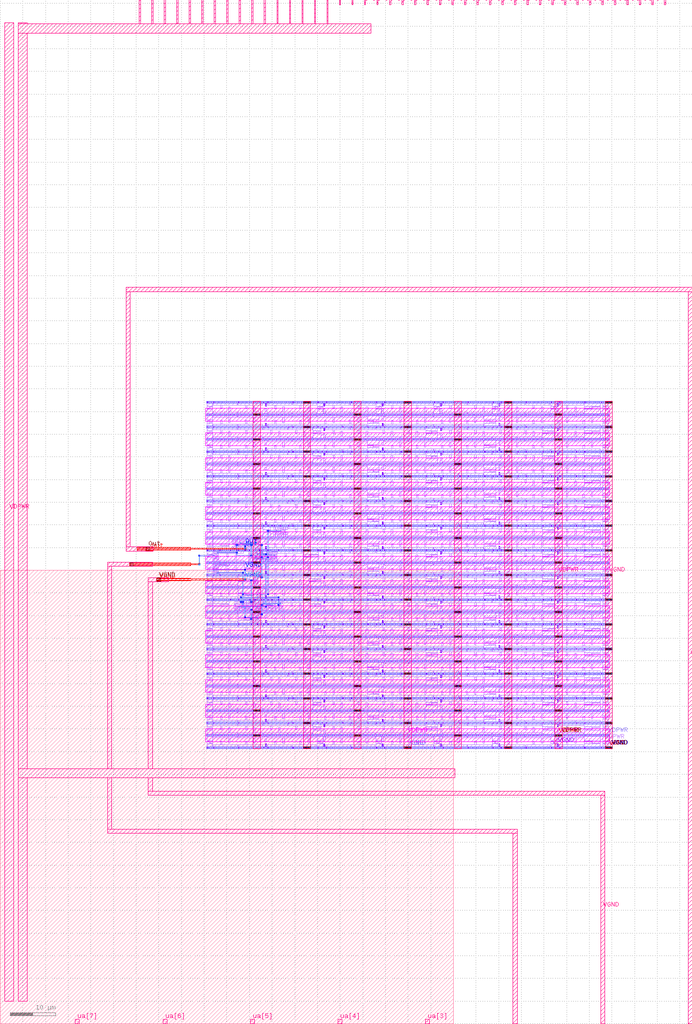
<source format=lef>
VERSION 5.7 ;
  NOWIREEXTENSIONATPIN ON ;
  DIVIDERCHAR "/" ;
  BUSBITCHARS "[]" ;
MACRO tt_um_DIGI_OTA
  CLASS BLOCK ;
  FOREIGN tt_um_DIGI_OTA ;
  ORIGIN 0.000 0.000 ;
  SIZE 100.000 BY 100.000 ;
  PIN clk
    PORT
      LAYER met4 ;
        RECT 143.830 224.760 144.130 225.760 ;
    END
  END clk
  PIN Out
    ANTENNADIFFAREA 0.601000 ;
    PORT
      LAYER li1 ;
        RECT 53.885 105.895 55.505 106.865 ;
        RECT 53.885 105.225 54.225 105.895 ;
        RECT 53.885 104.655 54.355 105.225 ;
      LAYER mcon ;
        RECT 53.945 105.165 54.115 105.335 ;
      LAYER met1 ;
        RECT 53.870 105.120 54.190 105.380 ;
      LAYER via ;
        RECT 53.900 105.120 54.160 105.380 ;
      LAYER met2 ;
        RECT 53.900 105.090 54.160 105.410 ;
        RECT 53.960 104.925 54.100 105.090 ;
        RECT 53.890 104.555 54.170 104.925 ;
      LAYER via2 ;
        RECT 53.890 104.600 54.170 104.880 ;
      LAYER met3 ;
        RECT 32.160 105.140 33.060 105.190 ;
        RECT 32.160 105.040 33.720 105.140 ;
        RECT 30.230 104.890 42.000 105.040 ;
        RECT 53.865 104.890 54.195 104.905 ;
        RECT 30.230 104.590 54.195 104.890 ;
        RECT 30.230 104.440 42.000 104.590 ;
        RECT 53.865 104.575 54.195 104.590 ;
        RECT 32.160 104.290 33.720 104.440 ;
        RECT 32.820 104.240 33.720 104.290 ;
      LAYER via3 ;
        RECT 32.250 104.380 32.970 105.100 ;
      LAYER met4 ;
        RECT 27.800 161.470 152.710 162.370 ;
        RECT 27.800 105.140 28.700 161.470 ;
        RECT 32.155 105.140 33.065 105.195 ;
        RECT 27.800 104.240 33.720 105.140 ;
        RECT 151.810 0.000 152.710 161.470 ;
    END
  END Out
  PIN ena
    PORT
      LAYER met4 ;
        RECT 146.590 224.760 146.890 225.760 ;
    END
  END ena
  PIN VDPWR
    ANTENNAGATEAREA 1069.782959 ;
    ANTENNADIFFAREA 255.487289 ;
    PORT
      LAYER nwell ;
        RECT 45.330 132.905 134.490 135.735 ;
        RECT 45.330 127.465 134.490 130.295 ;
        RECT 45.330 122.025 134.490 124.855 ;
        RECT 45.330 116.585 134.490 119.415 ;
        RECT 45.330 111.145 134.490 113.975 ;
        RECT 45.330 105.705 134.490 108.535 ;
        RECT 45.330 100.265 134.490 103.095 ;
        RECT 45.330 94.825 134.490 97.655 ;
        RECT 45.330 89.385 134.490 92.215 ;
        RECT 45.330 83.945 134.490 86.775 ;
        RECT 45.330 78.505 134.490 81.335 ;
        RECT 45.330 73.065 134.490 75.895 ;
        RECT 45.330 67.625 134.490 70.455 ;
        RECT 45.330 62.185 134.490 65.015 ;
      LAYER li1 ;
        RECT 46.295 135.495 46.815 136.035 ;
        RECT 45.605 134.405 46.815 135.495 ;
        RECT 50.390 134.840 50.740 136.090 ;
        RECT 55.910 134.840 56.260 136.090 ;
        RECT 46.985 134.405 52.330 134.840 ;
        RECT 52.505 134.405 57.850 134.840 ;
        RECT 58.485 134.405 58.775 135.570 ;
        RECT 62.350 134.840 62.700 136.090 ;
        RECT 67.870 134.840 68.220 136.090 ;
        RECT 70.675 135.495 71.195 136.035 ;
        RECT 58.945 134.405 64.290 134.840 ;
        RECT 64.465 134.405 69.810 134.840 ;
        RECT 69.985 134.405 71.195 135.495 ;
        RECT 71.365 134.405 71.655 135.570 ;
        RECT 75.230 134.840 75.580 136.090 ;
        RECT 80.750 134.840 81.100 136.090 ;
        RECT 83.555 135.495 84.075 136.035 ;
        RECT 71.825 134.405 77.170 134.840 ;
        RECT 77.345 134.405 82.690 134.840 ;
        RECT 82.865 134.405 84.075 135.495 ;
        RECT 84.245 134.405 84.535 135.570 ;
        RECT 88.110 134.840 88.460 136.090 ;
        RECT 93.630 134.840 93.980 136.090 ;
        RECT 96.435 135.495 96.955 136.035 ;
        RECT 84.705 134.405 90.050 134.840 ;
        RECT 90.225 134.405 95.570 134.840 ;
        RECT 95.745 134.405 96.955 135.495 ;
        RECT 97.125 134.405 97.415 135.570 ;
        RECT 100.990 134.840 101.340 136.090 ;
        RECT 106.510 134.840 106.860 136.090 ;
        RECT 109.315 135.495 109.835 136.035 ;
        RECT 97.585 134.405 102.930 134.840 ;
        RECT 103.105 134.405 108.450 134.840 ;
        RECT 108.625 134.405 109.835 135.495 ;
        RECT 110.005 134.405 110.295 135.570 ;
        RECT 113.870 134.840 114.220 136.090 ;
        RECT 119.390 134.840 119.740 136.090 ;
        RECT 122.195 135.495 122.715 136.035 ;
        RECT 110.465 134.405 115.810 134.840 ;
        RECT 115.985 134.405 121.330 134.840 ;
        RECT 121.505 134.405 122.715 135.495 ;
        RECT 122.885 134.405 123.175 135.570 ;
        RECT 126.750 134.840 127.100 136.090 ;
        RECT 130.685 135.495 132.375 136.015 ;
        RECT 123.345 134.405 128.690 134.840 ;
        RECT 128.865 134.405 132.375 135.495 ;
        RECT 133.005 135.495 133.525 136.035 ;
        RECT 133.005 134.405 134.215 135.495 ;
        RECT 45.520 134.235 134.300 134.405 ;
        RECT 45.605 133.145 46.815 134.235 ;
        RECT 46.985 133.800 52.330 134.235 ;
        RECT 52.505 133.800 57.850 134.235 ;
        RECT 46.295 132.605 46.815 133.145 ;
        RECT 50.390 132.550 50.740 133.800 ;
        RECT 55.910 132.550 56.260 133.800 ;
        RECT 58.485 133.070 58.775 134.235 ;
        RECT 58.945 133.800 64.290 134.235 ;
        RECT 64.465 133.800 69.810 134.235 ;
        RECT 69.985 133.800 75.330 134.235 ;
        RECT 75.505 133.800 80.850 134.235 ;
        RECT 62.350 132.550 62.700 133.800 ;
        RECT 67.870 132.550 68.220 133.800 ;
        RECT 73.390 132.550 73.740 133.800 ;
        RECT 78.910 132.550 79.260 133.800 ;
        RECT 81.025 133.145 83.615 134.235 ;
        RECT 82.405 132.625 83.615 133.145 ;
        RECT 84.245 133.070 84.535 134.235 ;
        RECT 84.705 133.800 90.050 134.235 ;
        RECT 90.225 133.800 95.570 134.235 ;
        RECT 95.745 133.800 101.090 134.235 ;
        RECT 101.265 133.800 106.610 134.235 ;
        RECT 88.110 132.550 88.460 133.800 ;
        RECT 93.630 132.550 93.980 133.800 ;
        RECT 99.150 132.550 99.500 133.800 ;
        RECT 104.670 132.550 105.020 133.800 ;
        RECT 106.785 133.145 109.375 134.235 ;
        RECT 108.165 132.625 109.375 133.145 ;
        RECT 110.005 133.070 110.295 134.235 ;
        RECT 110.465 133.800 115.810 134.235 ;
        RECT 115.985 133.800 121.330 134.235 ;
        RECT 121.505 133.800 126.850 134.235 ;
        RECT 127.025 133.800 132.370 134.235 ;
        RECT 113.870 132.550 114.220 133.800 ;
        RECT 119.390 132.550 119.740 133.800 ;
        RECT 124.910 132.550 125.260 133.800 ;
        RECT 130.430 132.550 130.780 133.800 ;
        RECT 133.005 133.145 134.215 134.235 ;
        RECT 133.005 132.605 133.525 133.145 ;
        RECT 46.295 130.055 46.815 130.595 ;
        RECT 45.605 128.965 46.815 130.055 ;
        RECT 50.390 129.400 50.740 130.650 ;
        RECT 55.910 129.400 56.260 130.650 ;
        RECT 61.430 129.400 61.780 130.650 ;
        RECT 66.950 129.400 67.300 130.650 ;
        RECT 69.985 130.055 70.735 130.575 ;
        RECT 46.985 128.965 52.330 129.400 ;
        RECT 52.505 128.965 57.850 129.400 ;
        RECT 58.025 128.965 63.370 129.400 ;
        RECT 63.545 128.965 68.890 129.400 ;
        RECT 69.065 128.965 70.735 130.055 ;
        RECT 71.365 128.965 71.655 130.130 ;
        RECT 75.230 129.400 75.580 130.650 ;
        RECT 80.750 129.400 81.100 130.650 ;
        RECT 86.270 129.400 86.620 130.650 ;
        RECT 91.790 129.400 92.140 130.650 ;
        RECT 95.285 130.055 96.495 130.575 ;
        RECT 71.825 128.965 77.170 129.400 ;
        RECT 77.345 128.965 82.690 129.400 ;
        RECT 82.865 128.965 88.210 129.400 ;
        RECT 88.385 128.965 93.730 129.400 ;
        RECT 93.905 128.965 96.495 130.055 ;
        RECT 97.125 128.965 97.415 130.130 ;
        RECT 100.990 129.400 101.340 130.650 ;
        RECT 106.510 129.400 106.860 130.650 ;
        RECT 112.030 129.400 112.380 130.650 ;
        RECT 117.550 129.400 117.900 130.650 ;
        RECT 121.045 130.055 122.255 130.575 ;
        RECT 97.585 128.965 102.930 129.400 ;
        RECT 103.105 128.965 108.450 129.400 ;
        RECT 108.625 128.965 113.970 129.400 ;
        RECT 114.145 128.965 119.490 129.400 ;
        RECT 119.665 128.965 122.255 130.055 ;
        RECT 122.885 128.965 123.175 130.130 ;
        RECT 126.750 129.400 127.100 130.650 ;
        RECT 130.685 130.055 132.375 130.575 ;
        RECT 123.345 128.965 128.690 129.400 ;
        RECT 128.865 128.965 132.375 130.055 ;
        RECT 133.005 130.055 133.525 130.595 ;
        RECT 133.005 128.965 134.215 130.055 ;
        RECT 45.520 128.795 134.300 128.965 ;
        RECT 45.605 127.705 46.815 128.795 ;
        RECT 46.985 128.360 52.330 128.795 ;
        RECT 52.505 128.360 57.850 128.795 ;
        RECT 46.295 127.165 46.815 127.705 ;
        RECT 50.390 127.110 50.740 128.360 ;
        RECT 55.910 127.110 56.260 128.360 ;
        RECT 58.485 127.630 58.775 128.795 ;
        RECT 58.945 128.360 64.290 128.795 ;
        RECT 64.465 128.360 69.810 128.795 ;
        RECT 69.985 128.360 75.330 128.795 ;
        RECT 75.505 128.360 80.850 128.795 ;
        RECT 62.350 127.110 62.700 128.360 ;
        RECT 67.870 127.110 68.220 128.360 ;
        RECT 73.390 127.110 73.740 128.360 ;
        RECT 78.910 127.110 79.260 128.360 ;
        RECT 81.025 127.705 83.615 128.795 ;
        RECT 82.405 127.185 83.615 127.705 ;
        RECT 84.245 127.630 84.535 128.795 ;
        RECT 84.705 128.360 90.050 128.795 ;
        RECT 90.225 128.360 95.570 128.795 ;
        RECT 95.745 128.360 101.090 128.795 ;
        RECT 101.265 128.360 106.610 128.795 ;
        RECT 88.110 127.110 88.460 128.360 ;
        RECT 93.630 127.110 93.980 128.360 ;
        RECT 99.150 127.110 99.500 128.360 ;
        RECT 104.670 127.110 105.020 128.360 ;
        RECT 106.785 127.705 109.375 128.795 ;
        RECT 108.165 127.185 109.375 127.705 ;
        RECT 110.005 127.630 110.295 128.795 ;
        RECT 110.465 128.360 115.810 128.795 ;
        RECT 115.985 128.360 121.330 128.795 ;
        RECT 121.505 128.360 126.850 128.795 ;
        RECT 127.025 128.360 132.370 128.795 ;
        RECT 113.870 127.110 114.220 128.360 ;
        RECT 119.390 127.110 119.740 128.360 ;
        RECT 124.910 127.110 125.260 128.360 ;
        RECT 130.430 127.110 130.780 128.360 ;
        RECT 133.005 127.705 134.215 128.795 ;
        RECT 133.005 127.165 133.525 127.705 ;
        RECT 46.295 124.615 46.815 125.155 ;
        RECT 45.605 123.525 46.815 124.615 ;
        RECT 50.390 123.960 50.740 125.210 ;
        RECT 55.910 123.960 56.260 125.210 ;
        RECT 61.430 123.960 61.780 125.210 ;
        RECT 66.950 123.960 67.300 125.210 ;
        RECT 69.985 124.615 70.735 125.135 ;
        RECT 46.985 123.525 52.330 123.960 ;
        RECT 52.505 123.525 57.850 123.960 ;
        RECT 58.025 123.525 63.370 123.960 ;
        RECT 63.545 123.525 68.890 123.960 ;
        RECT 69.065 123.525 70.735 124.615 ;
        RECT 71.365 123.525 71.655 124.690 ;
        RECT 75.230 123.960 75.580 125.210 ;
        RECT 80.750 123.960 81.100 125.210 ;
        RECT 86.270 123.960 86.620 125.210 ;
        RECT 91.790 123.960 92.140 125.210 ;
        RECT 95.285 124.615 96.495 125.135 ;
        RECT 71.825 123.525 77.170 123.960 ;
        RECT 77.345 123.525 82.690 123.960 ;
        RECT 82.865 123.525 88.210 123.960 ;
        RECT 88.385 123.525 93.730 123.960 ;
        RECT 93.905 123.525 96.495 124.615 ;
        RECT 97.125 123.525 97.415 124.690 ;
        RECT 100.990 123.960 101.340 125.210 ;
        RECT 106.510 123.960 106.860 125.210 ;
        RECT 112.030 123.960 112.380 125.210 ;
        RECT 117.550 123.960 117.900 125.210 ;
        RECT 121.045 124.615 122.255 125.135 ;
        RECT 97.585 123.525 102.930 123.960 ;
        RECT 103.105 123.525 108.450 123.960 ;
        RECT 108.625 123.525 113.970 123.960 ;
        RECT 114.145 123.525 119.490 123.960 ;
        RECT 119.665 123.525 122.255 124.615 ;
        RECT 122.885 123.525 123.175 124.690 ;
        RECT 126.750 123.960 127.100 125.210 ;
        RECT 130.685 124.615 132.375 125.135 ;
        RECT 123.345 123.525 128.690 123.960 ;
        RECT 128.865 123.525 132.375 124.615 ;
        RECT 133.005 124.615 133.525 125.155 ;
        RECT 133.005 123.525 134.215 124.615 ;
        RECT 45.520 123.355 134.300 123.525 ;
        RECT 45.605 122.265 46.815 123.355 ;
        RECT 46.985 122.920 52.330 123.355 ;
        RECT 52.505 122.920 57.850 123.355 ;
        RECT 46.295 121.725 46.815 122.265 ;
        RECT 50.390 121.670 50.740 122.920 ;
        RECT 55.910 121.670 56.260 122.920 ;
        RECT 58.485 122.190 58.775 123.355 ;
        RECT 58.945 122.920 64.290 123.355 ;
        RECT 64.465 122.920 69.810 123.355 ;
        RECT 69.985 122.920 75.330 123.355 ;
        RECT 75.505 122.920 80.850 123.355 ;
        RECT 62.350 121.670 62.700 122.920 ;
        RECT 67.870 121.670 68.220 122.920 ;
        RECT 73.390 121.670 73.740 122.920 ;
        RECT 78.910 121.670 79.260 122.920 ;
        RECT 81.025 122.265 83.615 123.355 ;
        RECT 82.405 121.745 83.615 122.265 ;
        RECT 84.245 122.190 84.535 123.355 ;
        RECT 84.705 122.920 90.050 123.355 ;
        RECT 90.225 122.920 95.570 123.355 ;
        RECT 95.745 122.920 101.090 123.355 ;
        RECT 101.265 122.920 106.610 123.355 ;
        RECT 88.110 121.670 88.460 122.920 ;
        RECT 93.630 121.670 93.980 122.920 ;
        RECT 99.150 121.670 99.500 122.920 ;
        RECT 104.670 121.670 105.020 122.920 ;
        RECT 106.785 122.265 109.375 123.355 ;
        RECT 108.165 121.745 109.375 122.265 ;
        RECT 110.005 122.190 110.295 123.355 ;
        RECT 110.465 122.920 115.810 123.355 ;
        RECT 115.985 122.920 121.330 123.355 ;
        RECT 121.505 122.920 126.850 123.355 ;
        RECT 127.025 122.920 132.370 123.355 ;
        RECT 113.870 121.670 114.220 122.920 ;
        RECT 119.390 121.670 119.740 122.920 ;
        RECT 124.910 121.670 125.260 122.920 ;
        RECT 130.430 121.670 130.780 122.920 ;
        RECT 133.005 122.265 134.215 123.355 ;
        RECT 133.005 121.725 133.525 122.265 ;
        RECT 46.295 119.175 46.815 119.715 ;
        RECT 45.605 118.085 46.815 119.175 ;
        RECT 50.390 118.520 50.740 119.770 ;
        RECT 55.910 118.520 56.260 119.770 ;
        RECT 61.430 118.520 61.780 119.770 ;
        RECT 66.950 118.520 67.300 119.770 ;
        RECT 69.985 119.175 70.735 119.695 ;
        RECT 46.985 118.085 52.330 118.520 ;
        RECT 52.505 118.085 57.850 118.520 ;
        RECT 58.025 118.085 63.370 118.520 ;
        RECT 63.545 118.085 68.890 118.520 ;
        RECT 69.065 118.085 70.735 119.175 ;
        RECT 71.365 118.085 71.655 119.250 ;
        RECT 75.230 118.520 75.580 119.770 ;
        RECT 80.750 118.520 81.100 119.770 ;
        RECT 86.270 118.520 86.620 119.770 ;
        RECT 91.790 118.520 92.140 119.770 ;
        RECT 95.285 119.175 96.495 119.695 ;
        RECT 71.825 118.085 77.170 118.520 ;
        RECT 77.345 118.085 82.690 118.520 ;
        RECT 82.865 118.085 88.210 118.520 ;
        RECT 88.385 118.085 93.730 118.520 ;
        RECT 93.905 118.085 96.495 119.175 ;
        RECT 97.125 118.085 97.415 119.250 ;
        RECT 100.990 118.520 101.340 119.770 ;
        RECT 106.510 118.520 106.860 119.770 ;
        RECT 112.030 118.520 112.380 119.770 ;
        RECT 117.550 118.520 117.900 119.770 ;
        RECT 121.045 119.175 122.255 119.695 ;
        RECT 97.585 118.085 102.930 118.520 ;
        RECT 103.105 118.085 108.450 118.520 ;
        RECT 108.625 118.085 113.970 118.520 ;
        RECT 114.145 118.085 119.490 118.520 ;
        RECT 119.665 118.085 122.255 119.175 ;
        RECT 122.885 118.085 123.175 119.250 ;
        RECT 126.750 118.520 127.100 119.770 ;
        RECT 130.685 119.175 132.375 119.695 ;
        RECT 123.345 118.085 128.690 118.520 ;
        RECT 128.865 118.085 132.375 119.175 ;
        RECT 133.005 119.175 133.525 119.715 ;
        RECT 133.005 118.085 134.215 119.175 ;
        RECT 45.520 117.915 134.300 118.085 ;
        RECT 45.605 116.825 46.815 117.915 ;
        RECT 46.985 117.480 52.330 117.915 ;
        RECT 52.505 117.480 57.850 117.915 ;
        RECT 46.295 116.285 46.815 116.825 ;
        RECT 50.390 116.230 50.740 117.480 ;
        RECT 55.910 116.230 56.260 117.480 ;
        RECT 58.485 116.750 58.775 117.915 ;
        RECT 58.945 117.480 64.290 117.915 ;
        RECT 64.465 117.480 69.810 117.915 ;
        RECT 69.985 117.480 75.330 117.915 ;
        RECT 75.505 117.480 80.850 117.915 ;
        RECT 62.350 116.230 62.700 117.480 ;
        RECT 67.870 116.230 68.220 117.480 ;
        RECT 73.390 116.230 73.740 117.480 ;
        RECT 78.910 116.230 79.260 117.480 ;
        RECT 81.025 116.825 83.615 117.915 ;
        RECT 82.405 116.305 83.615 116.825 ;
        RECT 84.245 116.750 84.535 117.915 ;
        RECT 84.705 117.480 90.050 117.915 ;
        RECT 90.225 117.480 95.570 117.915 ;
        RECT 95.745 117.480 101.090 117.915 ;
        RECT 101.265 117.480 106.610 117.915 ;
        RECT 88.110 116.230 88.460 117.480 ;
        RECT 93.630 116.230 93.980 117.480 ;
        RECT 99.150 116.230 99.500 117.480 ;
        RECT 104.670 116.230 105.020 117.480 ;
        RECT 106.785 116.825 109.375 117.915 ;
        RECT 108.165 116.305 109.375 116.825 ;
        RECT 110.005 116.750 110.295 117.915 ;
        RECT 110.465 117.480 115.810 117.915 ;
        RECT 115.985 117.480 121.330 117.915 ;
        RECT 121.505 117.480 126.850 117.915 ;
        RECT 127.025 117.480 132.370 117.915 ;
        RECT 113.870 116.230 114.220 117.480 ;
        RECT 119.390 116.230 119.740 117.480 ;
        RECT 124.910 116.230 125.260 117.480 ;
        RECT 130.430 116.230 130.780 117.480 ;
        RECT 133.005 116.825 134.215 117.915 ;
        RECT 133.005 116.285 133.525 116.825 ;
        RECT 46.295 113.735 46.815 114.275 ;
        RECT 45.605 112.645 46.815 113.735 ;
        RECT 50.390 113.080 50.740 114.330 ;
        RECT 55.910 113.080 56.260 114.330 ;
        RECT 61.430 113.080 61.780 114.330 ;
        RECT 66.950 113.080 67.300 114.330 ;
        RECT 69.985 113.735 70.735 114.255 ;
        RECT 46.985 112.645 52.330 113.080 ;
        RECT 52.505 112.645 57.850 113.080 ;
        RECT 58.025 112.645 63.370 113.080 ;
        RECT 63.545 112.645 68.890 113.080 ;
        RECT 69.065 112.645 70.735 113.735 ;
        RECT 71.365 112.645 71.655 113.810 ;
        RECT 75.230 113.080 75.580 114.330 ;
        RECT 80.750 113.080 81.100 114.330 ;
        RECT 86.270 113.080 86.620 114.330 ;
        RECT 91.790 113.080 92.140 114.330 ;
        RECT 95.285 113.735 96.495 114.255 ;
        RECT 71.825 112.645 77.170 113.080 ;
        RECT 77.345 112.645 82.690 113.080 ;
        RECT 82.865 112.645 88.210 113.080 ;
        RECT 88.385 112.645 93.730 113.080 ;
        RECT 93.905 112.645 96.495 113.735 ;
        RECT 97.125 112.645 97.415 113.810 ;
        RECT 100.990 113.080 101.340 114.330 ;
        RECT 106.510 113.080 106.860 114.330 ;
        RECT 112.030 113.080 112.380 114.330 ;
        RECT 117.550 113.080 117.900 114.330 ;
        RECT 121.045 113.735 122.255 114.255 ;
        RECT 97.585 112.645 102.930 113.080 ;
        RECT 103.105 112.645 108.450 113.080 ;
        RECT 108.625 112.645 113.970 113.080 ;
        RECT 114.145 112.645 119.490 113.080 ;
        RECT 119.665 112.645 122.255 113.735 ;
        RECT 122.885 112.645 123.175 113.810 ;
        RECT 126.750 113.080 127.100 114.330 ;
        RECT 130.685 113.735 132.375 114.255 ;
        RECT 123.345 112.645 128.690 113.080 ;
        RECT 128.865 112.645 132.375 113.735 ;
        RECT 133.005 113.735 133.525 114.275 ;
        RECT 133.005 112.645 134.215 113.735 ;
        RECT 45.520 112.475 134.300 112.645 ;
        RECT 45.605 111.385 46.815 112.475 ;
        RECT 46.985 112.040 52.330 112.475 ;
        RECT 52.505 112.040 57.850 112.475 ;
        RECT 46.295 110.845 46.815 111.385 ;
        RECT 50.390 110.790 50.740 112.040 ;
        RECT 55.910 110.790 56.260 112.040 ;
        RECT 58.485 111.310 58.775 112.475 ;
        RECT 58.945 112.040 64.290 112.475 ;
        RECT 64.465 112.040 69.810 112.475 ;
        RECT 69.985 112.040 75.330 112.475 ;
        RECT 75.505 112.040 80.850 112.475 ;
        RECT 62.350 110.790 62.700 112.040 ;
        RECT 67.870 110.790 68.220 112.040 ;
        RECT 73.390 110.790 73.740 112.040 ;
        RECT 78.910 110.790 79.260 112.040 ;
        RECT 81.025 111.385 83.615 112.475 ;
        RECT 82.405 110.865 83.615 111.385 ;
        RECT 84.245 111.310 84.535 112.475 ;
        RECT 84.705 112.040 90.050 112.475 ;
        RECT 90.225 112.040 95.570 112.475 ;
        RECT 95.745 112.040 101.090 112.475 ;
        RECT 101.265 112.040 106.610 112.475 ;
        RECT 88.110 110.790 88.460 112.040 ;
        RECT 93.630 110.790 93.980 112.040 ;
        RECT 99.150 110.790 99.500 112.040 ;
        RECT 104.670 110.790 105.020 112.040 ;
        RECT 106.785 111.385 109.375 112.475 ;
        RECT 108.165 110.865 109.375 111.385 ;
        RECT 110.005 111.310 110.295 112.475 ;
        RECT 110.465 112.040 115.810 112.475 ;
        RECT 115.985 112.040 121.330 112.475 ;
        RECT 121.505 112.040 126.850 112.475 ;
        RECT 127.025 112.040 132.370 112.475 ;
        RECT 113.870 110.790 114.220 112.040 ;
        RECT 119.390 110.790 119.740 112.040 ;
        RECT 124.910 110.790 125.260 112.040 ;
        RECT 130.430 110.790 130.780 112.040 ;
        RECT 133.005 111.385 134.215 112.475 ;
        RECT 133.005 110.845 133.525 111.385 ;
        RECT 46.295 108.295 46.815 108.835 ;
        RECT 45.605 107.205 46.815 108.295 ;
        RECT 50.390 107.640 50.740 108.890 ;
        RECT 55.910 107.640 56.260 108.890 ;
        RECT 58.945 108.295 59.695 108.815 ;
        RECT 46.985 107.205 52.330 107.640 ;
        RECT 52.505 107.205 57.850 107.640 ;
        RECT 58.025 107.205 59.695 108.295 ;
        RECT 60.365 107.205 60.595 108.345 ;
        RECT 61.265 107.205 61.475 108.345 ;
        RECT 62.180 107.205 62.510 107.965 ;
        RECT 63.110 107.205 63.370 108.355 ;
        RECT 66.950 107.640 67.300 108.890 ;
        RECT 69.985 108.295 70.735 108.815 ;
        RECT 63.545 107.205 68.890 107.640 ;
        RECT 69.065 107.205 70.735 108.295 ;
        RECT 71.365 107.205 71.655 108.370 ;
        RECT 75.230 107.640 75.580 108.890 ;
        RECT 80.750 107.640 81.100 108.890 ;
        RECT 86.270 107.640 86.620 108.890 ;
        RECT 91.790 107.640 92.140 108.890 ;
        RECT 95.285 108.295 96.495 108.815 ;
        RECT 71.825 107.205 77.170 107.640 ;
        RECT 77.345 107.205 82.690 107.640 ;
        RECT 82.865 107.205 88.210 107.640 ;
        RECT 88.385 107.205 93.730 107.640 ;
        RECT 93.905 107.205 96.495 108.295 ;
        RECT 97.125 107.205 97.415 108.370 ;
        RECT 100.990 107.640 101.340 108.890 ;
        RECT 106.510 107.640 106.860 108.890 ;
        RECT 112.030 107.640 112.380 108.890 ;
        RECT 117.550 107.640 117.900 108.890 ;
        RECT 121.045 108.295 122.255 108.815 ;
        RECT 97.585 107.205 102.930 107.640 ;
        RECT 103.105 107.205 108.450 107.640 ;
        RECT 108.625 107.205 113.970 107.640 ;
        RECT 114.145 107.205 119.490 107.640 ;
        RECT 119.665 107.205 122.255 108.295 ;
        RECT 122.885 107.205 123.175 108.370 ;
        RECT 126.750 107.640 127.100 108.890 ;
        RECT 130.685 108.295 132.375 108.815 ;
        RECT 123.345 107.205 128.690 107.640 ;
        RECT 128.865 107.205 132.375 108.295 ;
        RECT 133.005 108.295 133.525 108.835 ;
        RECT 133.005 107.205 134.215 108.295 ;
        RECT 45.520 107.035 134.300 107.205 ;
        RECT 45.605 105.945 46.815 107.035 ;
        RECT 46.985 105.945 50.495 107.035 ;
        RECT 46.295 105.405 46.815 105.945 ;
        RECT 48.805 105.425 50.495 105.945 ;
        RECT 51.185 105.895 51.395 107.035 ;
        RECT 52.065 105.895 52.295 107.035 ;
        RECT 52.505 105.895 52.785 107.035 ;
        RECT 53.455 105.895 53.715 107.035 ;
        RECT 55.675 106.575 56.040 107.035 ;
        RECT 56.635 106.575 56.965 107.035 ;
        RECT 58.485 105.870 58.775 107.035 ;
        RECT 58.945 106.600 64.290 107.035 ;
        RECT 64.465 106.600 69.810 107.035 ;
        RECT 69.985 106.600 75.330 107.035 ;
        RECT 75.505 106.600 80.850 107.035 ;
        RECT 62.350 105.350 62.700 106.600 ;
        RECT 67.870 105.350 68.220 106.600 ;
        RECT 73.390 105.350 73.740 106.600 ;
        RECT 78.910 105.350 79.260 106.600 ;
        RECT 81.025 105.945 83.615 107.035 ;
        RECT 82.405 105.425 83.615 105.945 ;
        RECT 84.245 105.870 84.535 107.035 ;
        RECT 84.705 106.600 90.050 107.035 ;
        RECT 90.225 106.600 95.570 107.035 ;
        RECT 95.745 106.600 101.090 107.035 ;
        RECT 101.265 106.600 106.610 107.035 ;
        RECT 88.110 105.350 88.460 106.600 ;
        RECT 93.630 105.350 93.980 106.600 ;
        RECT 99.150 105.350 99.500 106.600 ;
        RECT 104.670 105.350 105.020 106.600 ;
        RECT 106.785 105.945 109.375 107.035 ;
        RECT 108.165 105.425 109.375 105.945 ;
        RECT 110.005 105.870 110.295 107.035 ;
        RECT 110.465 106.600 115.810 107.035 ;
        RECT 115.985 106.600 121.330 107.035 ;
        RECT 121.505 106.600 126.850 107.035 ;
        RECT 127.025 106.600 132.370 107.035 ;
        RECT 113.870 105.350 114.220 106.600 ;
        RECT 119.390 105.350 119.740 106.600 ;
        RECT 124.910 105.350 125.260 106.600 ;
        RECT 130.430 105.350 130.780 106.600 ;
        RECT 133.005 105.945 134.215 107.035 ;
        RECT 133.005 105.405 133.525 105.945 ;
        RECT 46.295 102.855 46.815 103.395 ;
        RECT 45.605 101.765 46.815 102.855 ;
        RECT 47.425 101.765 47.755 102.525 ;
        RECT 51.770 102.200 52.120 103.450 ;
        RECT 48.365 101.765 53.710 102.200 ;
        RECT 54.805 101.765 55.065 102.905 ;
        RECT 55.735 101.765 55.905 102.565 ;
        RECT 56.575 101.765 56.830 102.565 ;
        RECT 57.535 101.765 57.970 102.555 ;
        RECT 64.650 102.200 65.000 103.450 ;
        RECT 68.585 102.855 70.275 103.375 ;
        RECT 59.000 101.765 59.330 102.125 ;
        RECT 61.245 101.765 66.590 102.200 ;
        RECT 66.765 101.765 70.275 102.855 ;
        RECT 71.365 101.765 71.655 102.930 ;
        RECT 75.230 102.200 75.580 103.450 ;
        RECT 80.750 102.200 81.100 103.450 ;
        RECT 86.270 102.200 86.620 103.450 ;
        RECT 91.790 102.200 92.140 103.450 ;
        RECT 95.285 102.855 96.495 103.375 ;
        RECT 71.825 101.765 77.170 102.200 ;
        RECT 77.345 101.765 82.690 102.200 ;
        RECT 82.865 101.765 88.210 102.200 ;
        RECT 88.385 101.765 93.730 102.200 ;
        RECT 93.905 101.765 96.495 102.855 ;
        RECT 97.125 101.765 97.415 102.930 ;
        RECT 100.990 102.200 101.340 103.450 ;
        RECT 106.510 102.200 106.860 103.450 ;
        RECT 112.030 102.200 112.380 103.450 ;
        RECT 117.550 102.200 117.900 103.450 ;
        RECT 121.045 102.855 122.255 103.375 ;
        RECT 97.585 101.765 102.930 102.200 ;
        RECT 103.105 101.765 108.450 102.200 ;
        RECT 108.625 101.765 113.970 102.200 ;
        RECT 114.145 101.765 119.490 102.200 ;
        RECT 119.665 101.765 122.255 102.855 ;
        RECT 122.885 101.765 123.175 102.930 ;
        RECT 126.750 102.200 127.100 103.450 ;
        RECT 130.685 102.855 132.375 103.375 ;
        RECT 123.345 101.765 128.690 102.200 ;
        RECT 128.865 101.765 132.375 102.855 ;
        RECT 133.005 102.855 133.525 103.395 ;
        RECT 133.005 101.765 134.215 102.855 ;
        RECT 45.520 101.595 134.300 101.765 ;
        RECT 45.605 100.505 46.815 101.595 ;
        RECT 47.425 100.835 47.755 101.595 ;
        RECT 48.365 101.160 53.710 101.595 ;
        RECT 46.295 99.965 46.815 100.505 ;
        RECT 51.770 99.910 52.120 101.160 ;
        RECT 53.885 100.505 57.395 101.595 ;
        RECT 55.705 99.985 57.395 100.505 ;
        RECT 58.485 100.430 58.775 101.595 ;
        RECT 58.945 101.160 64.290 101.595 ;
        RECT 64.465 101.160 69.810 101.595 ;
        RECT 69.985 101.160 75.330 101.595 ;
        RECT 75.505 101.160 80.850 101.595 ;
        RECT 62.350 99.910 62.700 101.160 ;
        RECT 67.870 99.910 68.220 101.160 ;
        RECT 73.390 99.910 73.740 101.160 ;
        RECT 78.910 99.910 79.260 101.160 ;
        RECT 81.025 100.505 83.615 101.595 ;
        RECT 82.405 99.985 83.615 100.505 ;
        RECT 84.245 100.430 84.535 101.595 ;
        RECT 84.705 101.160 90.050 101.595 ;
        RECT 90.225 101.160 95.570 101.595 ;
        RECT 95.745 101.160 101.090 101.595 ;
        RECT 101.265 101.160 106.610 101.595 ;
        RECT 88.110 99.910 88.460 101.160 ;
        RECT 93.630 99.910 93.980 101.160 ;
        RECT 99.150 99.910 99.500 101.160 ;
        RECT 104.670 99.910 105.020 101.160 ;
        RECT 106.785 100.505 109.375 101.595 ;
        RECT 108.165 99.985 109.375 100.505 ;
        RECT 110.005 100.430 110.295 101.595 ;
        RECT 110.465 101.160 115.810 101.595 ;
        RECT 115.985 101.160 121.330 101.595 ;
        RECT 121.505 101.160 126.850 101.595 ;
        RECT 127.025 101.160 132.370 101.595 ;
        RECT 113.870 99.910 114.220 101.160 ;
        RECT 119.390 99.910 119.740 101.160 ;
        RECT 124.910 99.910 125.260 101.160 ;
        RECT 130.430 99.910 130.780 101.160 ;
        RECT 133.005 100.505 134.215 101.595 ;
        RECT 133.005 99.965 133.525 100.505 ;
        RECT 46.295 97.415 46.815 97.955 ;
        RECT 45.605 96.325 46.815 97.415 ;
        RECT 50.390 96.760 50.740 98.010 ;
        RECT 53.885 97.415 55.095 97.935 ;
        RECT 46.985 96.325 52.330 96.760 ;
        RECT 52.505 96.325 55.095 97.415 ;
        RECT 56.165 96.325 56.495 97.085 ;
        RECT 60.510 96.760 60.860 98.010 ;
        RECT 66.030 96.760 66.380 98.010 ;
        RECT 69.525 97.415 70.735 97.935 ;
        RECT 57.105 96.325 62.450 96.760 ;
        RECT 62.625 96.325 67.970 96.760 ;
        RECT 68.145 96.325 70.735 97.415 ;
        RECT 71.365 96.325 71.655 97.490 ;
        RECT 75.230 96.760 75.580 98.010 ;
        RECT 80.750 96.760 81.100 98.010 ;
        RECT 86.270 96.760 86.620 98.010 ;
        RECT 91.790 96.760 92.140 98.010 ;
        RECT 95.285 97.415 96.495 97.935 ;
        RECT 71.825 96.325 77.170 96.760 ;
        RECT 77.345 96.325 82.690 96.760 ;
        RECT 82.865 96.325 88.210 96.760 ;
        RECT 88.385 96.325 93.730 96.760 ;
        RECT 93.905 96.325 96.495 97.415 ;
        RECT 97.125 96.325 97.415 97.490 ;
        RECT 100.990 96.760 101.340 98.010 ;
        RECT 106.510 96.760 106.860 98.010 ;
        RECT 112.030 96.760 112.380 98.010 ;
        RECT 117.550 96.760 117.900 98.010 ;
        RECT 121.045 97.415 122.255 97.935 ;
        RECT 97.585 96.325 102.930 96.760 ;
        RECT 103.105 96.325 108.450 96.760 ;
        RECT 108.625 96.325 113.970 96.760 ;
        RECT 114.145 96.325 119.490 96.760 ;
        RECT 119.665 96.325 122.255 97.415 ;
        RECT 122.885 96.325 123.175 97.490 ;
        RECT 126.750 96.760 127.100 98.010 ;
        RECT 130.685 97.415 132.375 97.935 ;
        RECT 123.345 96.325 128.690 96.760 ;
        RECT 128.865 96.325 132.375 97.415 ;
        RECT 133.005 97.415 133.525 97.955 ;
        RECT 133.005 96.325 134.215 97.415 ;
        RECT 45.520 96.155 134.300 96.325 ;
        RECT 45.605 95.065 46.815 96.155 ;
        RECT 46.985 95.720 52.330 96.155 ;
        RECT 46.295 94.525 46.815 95.065 ;
        RECT 50.390 94.470 50.740 95.720 ;
        RECT 52.505 95.065 56.015 96.155 ;
        RECT 54.325 94.545 56.015 95.065 ;
        RECT 56.645 95.015 56.905 96.155 ;
        RECT 57.575 95.015 57.855 96.155 ;
        RECT 58.485 94.990 58.775 96.155 ;
        RECT 58.945 95.720 64.290 96.155 ;
        RECT 64.465 95.720 69.810 96.155 ;
        RECT 69.985 95.720 75.330 96.155 ;
        RECT 75.505 95.720 80.850 96.155 ;
        RECT 62.350 94.470 62.700 95.720 ;
        RECT 67.870 94.470 68.220 95.720 ;
        RECT 73.390 94.470 73.740 95.720 ;
        RECT 78.910 94.470 79.260 95.720 ;
        RECT 81.025 95.065 83.615 96.155 ;
        RECT 82.405 94.545 83.615 95.065 ;
        RECT 84.245 94.990 84.535 96.155 ;
        RECT 84.705 95.720 90.050 96.155 ;
        RECT 90.225 95.720 95.570 96.155 ;
        RECT 95.745 95.720 101.090 96.155 ;
        RECT 101.265 95.720 106.610 96.155 ;
        RECT 88.110 94.470 88.460 95.720 ;
        RECT 93.630 94.470 93.980 95.720 ;
        RECT 99.150 94.470 99.500 95.720 ;
        RECT 104.670 94.470 105.020 95.720 ;
        RECT 106.785 95.065 109.375 96.155 ;
        RECT 108.165 94.545 109.375 95.065 ;
        RECT 110.005 94.990 110.295 96.155 ;
        RECT 110.465 95.720 115.810 96.155 ;
        RECT 115.985 95.720 121.330 96.155 ;
        RECT 121.505 95.720 126.850 96.155 ;
        RECT 127.025 95.720 132.370 96.155 ;
        RECT 113.870 94.470 114.220 95.720 ;
        RECT 119.390 94.470 119.740 95.720 ;
        RECT 124.910 94.470 125.260 95.720 ;
        RECT 130.430 94.470 130.780 95.720 ;
        RECT 133.005 95.065 134.215 96.155 ;
        RECT 133.005 94.525 133.525 95.065 ;
        RECT 46.295 91.975 46.815 92.515 ;
        RECT 48.805 91.975 50.495 92.495 ;
        RECT 45.605 90.885 46.815 91.975 ;
        RECT 46.985 90.885 50.495 91.975 ;
        RECT 52.335 90.885 52.505 91.645 ;
        RECT 54.875 90.885 55.045 92.025 ;
        RECT 56.235 90.885 56.405 92.025 ;
        RECT 58.775 90.885 58.945 91.645 ;
        RECT 59.905 90.885 60.135 92.025 ;
        RECT 60.805 90.885 61.015 92.025 ;
        RECT 61.285 90.885 61.515 92.025 ;
        RECT 62.185 90.885 62.395 92.025 ;
        RECT 66.030 91.320 66.380 92.570 ;
        RECT 69.525 91.975 70.735 92.495 ;
        RECT 62.625 90.885 67.970 91.320 ;
        RECT 68.145 90.885 70.735 91.975 ;
        RECT 71.365 90.885 71.655 92.050 ;
        RECT 75.230 91.320 75.580 92.570 ;
        RECT 80.750 91.320 81.100 92.570 ;
        RECT 86.270 91.320 86.620 92.570 ;
        RECT 91.790 91.320 92.140 92.570 ;
        RECT 95.285 91.975 96.495 92.495 ;
        RECT 71.825 90.885 77.170 91.320 ;
        RECT 77.345 90.885 82.690 91.320 ;
        RECT 82.865 90.885 88.210 91.320 ;
        RECT 88.385 90.885 93.730 91.320 ;
        RECT 93.905 90.885 96.495 91.975 ;
        RECT 97.125 90.885 97.415 92.050 ;
        RECT 100.990 91.320 101.340 92.570 ;
        RECT 106.510 91.320 106.860 92.570 ;
        RECT 112.030 91.320 112.380 92.570 ;
        RECT 117.550 91.320 117.900 92.570 ;
        RECT 121.045 91.975 122.255 92.495 ;
        RECT 97.585 90.885 102.930 91.320 ;
        RECT 103.105 90.885 108.450 91.320 ;
        RECT 108.625 90.885 113.970 91.320 ;
        RECT 114.145 90.885 119.490 91.320 ;
        RECT 119.665 90.885 122.255 91.975 ;
        RECT 122.885 90.885 123.175 92.050 ;
        RECT 126.750 91.320 127.100 92.570 ;
        RECT 130.685 91.975 132.375 92.495 ;
        RECT 123.345 90.885 128.690 91.320 ;
        RECT 128.865 90.885 132.375 91.975 ;
        RECT 133.005 91.975 133.525 92.515 ;
        RECT 133.005 90.885 134.215 91.975 ;
        RECT 45.520 90.715 134.300 90.885 ;
        RECT 45.605 89.625 46.815 90.715 ;
        RECT 46.985 90.280 52.330 90.715 ;
        RECT 46.295 89.085 46.815 89.625 ;
        RECT 50.390 89.030 50.740 90.280 ;
        RECT 52.505 89.625 55.095 90.715 ;
        RECT 55.705 89.955 56.035 90.715 ;
        RECT 53.885 89.105 55.095 89.625 ;
        RECT 56.685 89.575 56.915 90.715 ;
        RECT 57.585 89.575 57.795 90.715 ;
        RECT 58.485 89.550 58.775 90.715 ;
        RECT 58.945 90.280 64.290 90.715 ;
        RECT 64.465 90.280 69.810 90.715 ;
        RECT 69.985 90.280 75.330 90.715 ;
        RECT 75.505 90.280 80.850 90.715 ;
        RECT 62.350 89.030 62.700 90.280 ;
        RECT 67.870 89.030 68.220 90.280 ;
        RECT 73.390 89.030 73.740 90.280 ;
        RECT 78.910 89.030 79.260 90.280 ;
        RECT 81.025 89.625 83.615 90.715 ;
        RECT 82.405 89.105 83.615 89.625 ;
        RECT 84.245 89.550 84.535 90.715 ;
        RECT 84.705 90.280 90.050 90.715 ;
        RECT 90.225 90.280 95.570 90.715 ;
        RECT 95.745 90.280 101.090 90.715 ;
        RECT 101.265 90.280 106.610 90.715 ;
        RECT 88.110 89.030 88.460 90.280 ;
        RECT 93.630 89.030 93.980 90.280 ;
        RECT 99.150 89.030 99.500 90.280 ;
        RECT 104.670 89.030 105.020 90.280 ;
        RECT 106.785 89.625 109.375 90.715 ;
        RECT 108.165 89.105 109.375 89.625 ;
        RECT 110.005 89.550 110.295 90.715 ;
        RECT 110.465 90.280 115.810 90.715 ;
        RECT 115.985 90.280 121.330 90.715 ;
        RECT 121.505 90.280 126.850 90.715 ;
        RECT 127.025 90.280 132.370 90.715 ;
        RECT 113.870 89.030 114.220 90.280 ;
        RECT 119.390 89.030 119.740 90.280 ;
        RECT 124.910 89.030 125.260 90.280 ;
        RECT 130.430 89.030 130.780 90.280 ;
        RECT 133.005 89.625 134.215 90.715 ;
        RECT 133.005 89.085 133.525 89.625 ;
        RECT 46.295 86.535 46.815 87.075 ;
        RECT 45.605 85.445 46.815 86.535 ;
        RECT 50.390 85.880 50.740 87.130 ;
        RECT 55.910 85.880 56.260 87.130 ;
        RECT 61.430 85.880 61.780 87.130 ;
        RECT 66.950 85.880 67.300 87.130 ;
        RECT 69.985 86.535 70.735 87.055 ;
        RECT 46.985 85.445 52.330 85.880 ;
        RECT 52.505 85.445 57.850 85.880 ;
        RECT 58.025 85.445 63.370 85.880 ;
        RECT 63.545 85.445 68.890 85.880 ;
        RECT 69.065 85.445 70.735 86.535 ;
        RECT 71.365 85.445 71.655 86.610 ;
        RECT 75.230 85.880 75.580 87.130 ;
        RECT 80.750 85.880 81.100 87.130 ;
        RECT 86.270 85.880 86.620 87.130 ;
        RECT 91.790 85.880 92.140 87.130 ;
        RECT 95.285 86.535 96.495 87.055 ;
        RECT 71.825 85.445 77.170 85.880 ;
        RECT 77.345 85.445 82.690 85.880 ;
        RECT 82.865 85.445 88.210 85.880 ;
        RECT 88.385 85.445 93.730 85.880 ;
        RECT 93.905 85.445 96.495 86.535 ;
        RECT 97.125 85.445 97.415 86.610 ;
        RECT 100.990 85.880 101.340 87.130 ;
        RECT 106.510 85.880 106.860 87.130 ;
        RECT 112.030 85.880 112.380 87.130 ;
        RECT 117.550 85.880 117.900 87.130 ;
        RECT 121.045 86.535 122.255 87.055 ;
        RECT 97.585 85.445 102.930 85.880 ;
        RECT 103.105 85.445 108.450 85.880 ;
        RECT 108.625 85.445 113.970 85.880 ;
        RECT 114.145 85.445 119.490 85.880 ;
        RECT 119.665 85.445 122.255 86.535 ;
        RECT 122.885 85.445 123.175 86.610 ;
        RECT 126.750 85.880 127.100 87.130 ;
        RECT 130.685 86.535 132.375 87.055 ;
        RECT 123.345 85.445 128.690 85.880 ;
        RECT 128.865 85.445 132.375 86.535 ;
        RECT 133.005 86.535 133.525 87.075 ;
        RECT 133.005 85.445 134.215 86.535 ;
        RECT 45.520 85.275 134.300 85.445 ;
        RECT 45.605 84.185 46.815 85.275 ;
        RECT 46.985 84.840 52.330 85.275 ;
        RECT 52.505 84.840 57.850 85.275 ;
        RECT 46.295 83.645 46.815 84.185 ;
        RECT 50.390 83.590 50.740 84.840 ;
        RECT 55.910 83.590 56.260 84.840 ;
        RECT 58.485 84.110 58.775 85.275 ;
        RECT 58.945 84.840 64.290 85.275 ;
        RECT 64.465 84.840 69.810 85.275 ;
        RECT 69.985 84.840 75.330 85.275 ;
        RECT 75.505 84.840 80.850 85.275 ;
        RECT 62.350 83.590 62.700 84.840 ;
        RECT 67.870 83.590 68.220 84.840 ;
        RECT 73.390 83.590 73.740 84.840 ;
        RECT 78.910 83.590 79.260 84.840 ;
        RECT 81.025 84.185 83.615 85.275 ;
        RECT 82.405 83.665 83.615 84.185 ;
        RECT 84.245 84.110 84.535 85.275 ;
        RECT 84.705 84.840 90.050 85.275 ;
        RECT 90.225 84.840 95.570 85.275 ;
        RECT 95.745 84.840 101.090 85.275 ;
        RECT 101.265 84.840 106.610 85.275 ;
        RECT 88.110 83.590 88.460 84.840 ;
        RECT 93.630 83.590 93.980 84.840 ;
        RECT 99.150 83.590 99.500 84.840 ;
        RECT 104.670 83.590 105.020 84.840 ;
        RECT 106.785 84.185 109.375 85.275 ;
        RECT 108.165 83.665 109.375 84.185 ;
        RECT 110.005 84.110 110.295 85.275 ;
        RECT 110.465 84.840 115.810 85.275 ;
        RECT 115.985 84.840 121.330 85.275 ;
        RECT 121.505 84.840 126.850 85.275 ;
        RECT 127.025 84.840 132.370 85.275 ;
        RECT 113.870 83.590 114.220 84.840 ;
        RECT 119.390 83.590 119.740 84.840 ;
        RECT 124.910 83.590 125.260 84.840 ;
        RECT 130.430 83.590 130.780 84.840 ;
        RECT 133.005 84.185 134.215 85.275 ;
        RECT 133.005 83.645 133.525 84.185 ;
        RECT 46.295 81.095 46.815 81.635 ;
        RECT 45.605 80.005 46.815 81.095 ;
        RECT 50.390 80.440 50.740 81.690 ;
        RECT 55.910 80.440 56.260 81.690 ;
        RECT 61.430 80.440 61.780 81.690 ;
        RECT 66.950 80.440 67.300 81.690 ;
        RECT 69.985 81.095 70.735 81.615 ;
        RECT 46.985 80.005 52.330 80.440 ;
        RECT 52.505 80.005 57.850 80.440 ;
        RECT 58.025 80.005 63.370 80.440 ;
        RECT 63.545 80.005 68.890 80.440 ;
        RECT 69.065 80.005 70.735 81.095 ;
        RECT 71.365 80.005 71.655 81.170 ;
        RECT 75.230 80.440 75.580 81.690 ;
        RECT 80.750 80.440 81.100 81.690 ;
        RECT 86.270 80.440 86.620 81.690 ;
        RECT 91.790 80.440 92.140 81.690 ;
        RECT 95.285 81.095 96.495 81.615 ;
        RECT 71.825 80.005 77.170 80.440 ;
        RECT 77.345 80.005 82.690 80.440 ;
        RECT 82.865 80.005 88.210 80.440 ;
        RECT 88.385 80.005 93.730 80.440 ;
        RECT 93.905 80.005 96.495 81.095 ;
        RECT 97.125 80.005 97.415 81.170 ;
        RECT 100.990 80.440 101.340 81.690 ;
        RECT 106.510 80.440 106.860 81.690 ;
        RECT 112.030 80.440 112.380 81.690 ;
        RECT 117.550 80.440 117.900 81.690 ;
        RECT 121.045 81.095 122.255 81.615 ;
        RECT 97.585 80.005 102.930 80.440 ;
        RECT 103.105 80.005 108.450 80.440 ;
        RECT 108.625 80.005 113.970 80.440 ;
        RECT 114.145 80.005 119.490 80.440 ;
        RECT 119.665 80.005 122.255 81.095 ;
        RECT 122.885 80.005 123.175 81.170 ;
        RECT 126.750 80.440 127.100 81.690 ;
        RECT 130.685 81.095 132.375 81.615 ;
        RECT 123.345 80.005 128.690 80.440 ;
        RECT 128.865 80.005 132.375 81.095 ;
        RECT 133.005 81.095 133.525 81.635 ;
        RECT 133.005 80.005 134.215 81.095 ;
        RECT 45.520 79.835 134.300 80.005 ;
        RECT 45.605 78.745 46.815 79.835 ;
        RECT 46.985 79.400 52.330 79.835 ;
        RECT 52.505 79.400 57.850 79.835 ;
        RECT 46.295 78.205 46.815 78.745 ;
        RECT 50.390 78.150 50.740 79.400 ;
        RECT 55.910 78.150 56.260 79.400 ;
        RECT 58.485 78.670 58.775 79.835 ;
        RECT 58.945 79.400 64.290 79.835 ;
        RECT 64.465 79.400 69.810 79.835 ;
        RECT 69.985 79.400 75.330 79.835 ;
        RECT 75.505 79.400 80.850 79.835 ;
        RECT 62.350 78.150 62.700 79.400 ;
        RECT 67.870 78.150 68.220 79.400 ;
        RECT 73.390 78.150 73.740 79.400 ;
        RECT 78.910 78.150 79.260 79.400 ;
        RECT 81.025 78.745 83.615 79.835 ;
        RECT 82.405 78.225 83.615 78.745 ;
        RECT 84.245 78.670 84.535 79.835 ;
        RECT 84.705 79.400 90.050 79.835 ;
        RECT 90.225 79.400 95.570 79.835 ;
        RECT 95.745 79.400 101.090 79.835 ;
        RECT 101.265 79.400 106.610 79.835 ;
        RECT 88.110 78.150 88.460 79.400 ;
        RECT 93.630 78.150 93.980 79.400 ;
        RECT 99.150 78.150 99.500 79.400 ;
        RECT 104.670 78.150 105.020 79.400 ;
        RECT 106.785 78.745 109.375 79.835 ;
        RECT 108.165 78.225 109.375 78.745 ;
        RECT 110.005 78.670 110.295 79.835 ;
        RECT 110.465 79.400 115.810 79.835 ;
        RECT 115.985 79.400 121.330 79.835 ;
        RECT 121.505 79.400 126.850 79.835 ;
        RECT 127.025 79.400 132.370 79.835 ;
        RECT 113.870 78.150 114.220 79.400 ;
        RECT 119.390 78.150 119.740 79.400 ;
        RECT 124.910 78.150 125.260 79.400 ;
        RECT 130.430 78.150 130.780 79.400 ;
        RECT 133.005 78.745 134.215 79.835 ;
        RECT 133.005 78.205 133.525 78.745 ;
        RECT 46.295 75.655 46.815 76.195 ;
        RECT 45.605 74.565 46.815 75.655 ;
        RECT 50.390 75.000 50.740 76.250 ;
        RECT 55.910 75.000 56.260 76.250 ;
        RECT 61.430 75.000 61.780 76.250 ;
        RECT 66.950 75.000 67.300 76.250 ;
        RECT 69.985 75.655 70.735 76.175 ;
        RECT 46.985 74.565 52.330 75.000 ;
        RECT 52.505 74.565 57.850 75.000 ;
        RECT 58.025 74.565 63.370 75.000 ;
        RECT 63.545 74.565 68.890 75.000 ;
        RECT 69.065 74.565 70.735 75.655 ;
        RECT 71.365 74.565 71.655 75.730 ;
        RECT 75.230 75.000 75.580 76.250 ;
        RECT 80.750 75.000 81.100 76.250 ;
        RECT 86.270 75.000 86.620 76.250 ;
        RECT 91.790 75.000 92.140 76.250 ;
        RECT 95.285 75.655 96.495 76.175 ;
        RECT 71.825 74.565 77.170 75.000 ;
        RECT 77.345 74.565 82.690 75.000 ;
        RECT 82.865 74.565 88.210 75.000 ;
        RECT 88.385 74.565 93.730 75.000 ;
        RECT 93.905 74.565 96.495 75.655 ;
        RECT 97.125 74.565 97.415 75.730 ;
        RECT 100.990 75.000 101.340 76.250 ;
        RECT 106.510 75.000 106.860 76.250 ;
        RECT 112.030 75.000 112.380 76.250 ;
        RECT 117.550 75.000 117.900 76.250 ;
        RECT 121.045 75.655 122.255 76.175 ;
        RECT 97.585 74.565 102.930 75.000 ;
        RECT 103.105 74.565 108.450 75.000 ;
        RECT 108.625 74.565 113.970 75.000 ;
        RECT 114.145 74.565 119.490 75.000 ;
        RECT 119.665 74.565 122.255 75.655 ;
        RECT 122.885 74.565 123.175 75.730 ;
        RECT 126.750 75.000 127.100 76.250 ;
        RECT 130.685 75.655 132.375 76.175 ;
        RECT 123.345 74.565 128.690 75.000 ;
        RECT 128.865 74.565 132.375 75.655 ;
        RECT 133.005 75.655 133.525 76.195 ;
        RECT 133.005 74.565 134.215 75.655 ;
        RECT 45.520 74.395 134.300 74.565 ;
        RECT 45.605 73.305 46.815 74.395 ;
        RECT 46.985 73.960 52.330 74.395 ;
        RECT 52.505 73.960 57.850 74.395 ;
        RECT 46.295 72.765 46.815 73.305 ;
        RECT 50.390 72.710 50.740 73.960 ;
        RECT 55.910 72.710 56.260 73.960 ;
        RECT 58.485 73.230 58.775 74.395 ;
        RECT 58.945 73.960 64.290 74.395 ;
        RECT 64.465 73.960 69.810 74.395 ;
        RECT 69.985 73.960 75.330 74.395 ;
        RECT 75.505 73.960 80.850 74.395 ;
        RECT 62.350 72.710 62.700 73.960 ;
        RECT 67.870 72.710 68.220 73.960 ;
        RECT 73.390 72.710 73.740 73.960 ;
        RECT 78.910 72.710 79.260 73.960 ;
        RECT 81.025 73.305 83.615 74.395 ;
        RECT 82.405 72.785 83.615 73.305 ;
        RECT 84.245 73.230 84.535 74.395 ;
        RECT 84.705 73.960 90.050 74.395 ;
        RECT 90.225 73.960 95.570 74.395 ;
        RECT 95.745 73.960 101.090 74.395 ;
        RECT 101.265 73.960 106.610 74.395 ;
        RECT 88.110 72.710 88.460 73.960 ;
        RECT 93.630 72.710 93.980 73.960 ;
        RECT 99.150 72.710 99.500 73.960 ;
        RECT 104.670 72.710 105.020 73.960 ;
        RECT 106.785 73.305 109.375 74.395 ;
        RECT 108.165 72.785 109.375 73.305 ;
        RECT 110.005 73.230 110.295 74.395 ;
        RECT 110.465 73.960 115.810 74.395 ;
        RECT 115.985 73.960 121.330 74.395 ;
        RECT 121.505 73.960 126.850 74.395 ;
        RECT 127.025 73.960 132.370 74.395 ;
        RECT 113.870 72.710 114.220 73.960 ;
        RECT 119.390 72.710 119.740 73.960 ;
        RECT 124.910 72.710 125.260 73.960 ;
        RECT 130.430 72.710 130.780 73.960 ;
        RECT 133.005 73.305 134.215 74.395 ;
        RECT 133.005 72.765 133.525 73.305 ;
        RECT 46.295 70.215 46.815 70.755 ;
        RECT 45.605 69.125 46.815 70.215 ;
        RECT 50.390 69.560 50.740 70.810 ;
        RECT 55.910 69.560 56.260 70.810 ;
        RECT 61.430 69.560 61.780 70.810 ;
        RECT 66.950 69.560 67.300 70.810 ;
        RECT 69.985 70.215 70.735 70.735 ;
        RECT 46.985 69.125 52.330 69.560 ;
        RECT 52.505 69.125 57.850 69.560 ;
        RECT 58.025 69.125 63.370 69.560 ;
        RECT 63.545 69.125 68.890 69.560 ;
        RECT 69.065 69.125 70.735 70.215 ;
        RECT 71.365 69.125 71.655 70.290 ;
        RECT 75.230 69.560 75.580 70.810 ;
        RECT 80.750 69.560 81.100 70.810 ;
        RECT 86.270 69.560 86.620 70.810 ;
        RECT 91.790 69.560 92.140 70.810 ;
        RECT 95.285 70.215 96.495 70.735 ;
        RECT 71.825 69.125 77.170 69.560 ;
        RECT 77.345 69.125 82.690 69.560 ;
        RECT 82.865 69.125 88.210 69.560 ;
        RECT 88.385 69.125 93.730 69.560 ;
        RECT 93.905 69.125 96.495 70.215 ;
        RECT 97.125 69.125 97.415 70.290 ;
        RECT 100.990 69.560 101.340 70.810 ;
        RECT 106.510 69.560 106.860 70.810 ;
        RECT 112.030 69.560 112.380 70.810 ;
        RECT 117.550 69.560 117.900 70.810 ;
        RECT 121.045 70.215 122.255 70.735 ;
        RECT 97.585 69.125 102.930 69.560 ;
        RECT 103.105 69.125 108.450 69.560 ;
        RECT 108.625 69.125 113.970 69.560 ;
        RECT 114.145 69.125 119.490 69.560 ;
        RECT 119.665 69.125 122.255 70.215 ;
        RECT 122.885 69.125 123.175 70.290 ;
        RECT 126.750 69.560 127.100 70.810 ;
        RECT 130.685 70.215 132.375 70.735 ;
        RECT 123.345 69.125 128.690 69.560 ;
        RECT 128.865 69.125 132.375 70.215 ;
        RECT 133.005 70.215 133.525 70.755 ;
        RECT 133.005 69.125 134.215 70.215 ;
        RECT 45.520 68.955 134.300 69.125 ;
        RECT 45.605 67.865 46.815 68.955 ;
        RECT 46.985 68.520 52.330 68.955 ;
        RECT 52.505 68.520 57.850 68.955 ;
        RECT 46.295 67.325 46.815 67.865 ;
        RECT 50.390 67.270 50.740 68.520 ;
        RECT 55.910 67.270 56.260 68.520 ;
        RECT 58.485 67.790 58.775 68.955 ;
        RECT 58.945 68.520 64.290 68.955 ;
        RECT 64.465 68.520 69.810 68.955 ;
        RECT 69.985 68.520 75.330 68.955 ;
        RECT 75.505 68.520 80.850 68.955 ;
        RECT 62.350 67.270 62.700 68.520 ;
        RECT 67.870 67.270 68.220 68.520 ;
        RECT 73.390 67.270 73.740 68.520 ;
        RECT 78.910 67.270 79.260 68.520 ;
        RECT 81.025 67.865 83.615 68.955 ;
        RECT 82.405 67.345 83.615 67.865 ;
        RECT 84.245 67.790 84.535 68.955 ;
        RECT 84.705 68.520 90.050 68.955 ;
        RECT 90.225 68.520 95.570 68.955 ;
        RECT 95.745 68.520 101.090 68.955 ;
        RECT 101.265 68.520 106.610 68.955 ;
        RECT 88.110 67.270 88.460 68.520 ;
        RECT 93.630 67.270 93.980 68.520 ;
        RECT 99.150 67.270 99.500 68.520 ;
        RECT 104.670 67.270 105.020 68.520 ;
        RECT 106.785 67.865 109.375 68.955 ;
        RECT 108.165 67.345 109.375 67.865 ;
        RECT 110.005 67.790 110.295 68.955 ;
        RECT 110.465 68.520 115.810 68.955 ;
        RECT 115.985 68.520 121.330 68.955 ;
        RECT 121.505 68.520 126.850 68.955 ;
        RECT 127.025 68.520 132.370 68.955 ;
        RECT 113.870 67.270 114.220 68.520 ;
        RECT 119.390 67.270 119.740 68.520 ;
        RECT 124.910 67.270 125.260 68.520 ;
        RECT 130.430 67.270 130.780 68.520 ;
        RECT 133.005 67.865 134.215 68.955 ;
        RECT 133.005 67.325 133.525 67.865 ;
        RECT 46.295 64.775 46.815 65.315 ;
        RECT 45.605 63.685 46.815 64.775 ;
        RECT 50.390 64.120 50.740 65.370 ;
        RECT 55.910 64.120 56.260 65.370 ;
        RECT 61.430 64.120 61.780 65.370 ;
        RECT 66.950 64.120 67.300 65.370 ;
        RECT 69.985 64.775 70.735 65.295 ;
        RECT 46.985 63.685 52.330 64.120 ;
        RECT 52.505 63.685 57.850 64.120 ;
        RECT 58.025 63.685 63.370 64.120 ;
        RECT 63.545 63.685 68.890 64.120 ;
        RECT 69.065 63.685 70.735 64.775 ;
        RECT 71.365 63.685 71.655 64.850 ;
        RECT 75.230 64.120 75.580 65.370 ;
        RECT 80.750 64.120 81.100 65.370 ;
        RECT 86.270 64.120 86.620 65.370 ;
        RECT 91.790 64.120 92.140 65.370 ;
        RECT 95.285 64.775 96.495 65.295 ;
        RECT 71.825 63.685 77.170 64.120 ;
        RECT 77.345 63.685 82.690 64.120 ;
        RECT 82.865 63.685 88.210 64.120 ;
        RECT 88.385 63.685 93.730 64.120 ;
        RECT 93.905 63.685 96.495 64.775 ;
        RECT 97.125 63.685 97.415 64.850 ;
        RECT 100.990 64.120 101.340 65.370 ;
        RECT 106.510 64.120 106.860 65.370 ;
        RECT 112.030 64.120 112.380 65.370 ;
        RECT 117.550 64.120 117.900 65.370 ;
        RECT 121.045 64.775 122.255 65.295 ;
        RECT 97.585 63.685 102.930 64.120 ;
        RECT 103.105 63.685 108.450 64.120 ;
        RECT 108.625 63.685 113.970 64.120 ;
        RECT 114.145 63.685 119.490 64.120 ;
        RECT 119.665 63.685 122.255 64.775 ;
        RECT 122.885 63.685 123.175 64.850 ;
        RECT 126.750 64.120 127.100 65.370 ;
        RECT 130.685 64.775 132.375 65.295 ;
        RECT 123.345 63.685 128.690 64.120 ;
        RECT 128.865 63.685 132.375 64.775 ;
        RECT 133.005 64.775 133.525 65.315 ;
        RECT 133.005 63.685 134.215 64.775 ;
        RECT 45.520 63.515 134.300 63.685 ;
        RECT 45.605 62.425 46.815 63.515 ;
        RECT 46.985 63.080 52.330 63.515 ;
        RECT 52.505 63.080 57.850 63.515 ;
        RECT 46.295 61.885 46.815 62.425 ;
        RECT 50.390 61.830 50.740 63.080 ;
        RECT 55.910 61.830 56.260 63.080 ;
        RECT 58.485 62.350 58.775 63.515 ;
        RECT 58.945 63.080 64.290 63.515 ;
        RECT 64.465 63.080 69.810 63.515 ;
        RECT 62.350 61.830 62.700 63.080 ;
        RECT 67.870 61.830 68.220 63.080 ;
        RECT 69.985 62.425 71.195 63.515 ;
        RECT 70.675 61.885 71.195 62.425 ;
        RECT 71.365 62.350 71.655 63.515 ;
        RECT 71.825 63.080 77.170 63.515 ;
        RECT 77.345 63.080 82.690 63.515 ;
        RECT 75.230 61.830 75.580 63.080 ;
        RECT 80.750 61.830 81.100 63.080 ;
        RECT 82.865 62.425 84.075 63.515 ;
        RECT 83.555 61.885 84.075 62.425 ;
        RECT 84.245 62.350 84.535 63.515 ;
        RECT 84.705 63.080 90.050 63.515 ;
        RECT 90.225 63.080 95.570 63.515 ;
        RECT 88.110 61.830 88.460 63.080 ;
        RECT 93.630 61.830 93.980 63.080 ;
        RECT 95.745 62.425 96.955 63.515 ;
        RECT 96.435 61.885 96.955 62.425 ;
        RECT 97.125 62.350 97.415 63.515 ;
        RECT 97.585 63.080 102.930 63.515 ;
        RECT 103.105 63.080 108.450 63.515 ;
        RECT 100.990 61.830 101.340 63.080 ;
        RECT 106.510 61.830 106.860 63.080 ;
        RECT 108.625 62.425 109.835 63.515 ;
        RECT 109.315 61.885 109.835 62.425 ;
        RECT 110.005 62.350 110.295 63.515 ;
        RECT 110.465 63.080 115.810 63.515 ;
        RECT 115.985 63.080 121.330 63.515 ;
        RECT 113.870 61.830 114.220 63.080 ;
        RECT 119.390 61.830 119.740 63.080 ;
        RECT 121.505 62.425 122.715 63.515 ;
        RECT 122.195 61.885 122.715 62.425 ;
        RECT 122.885 62.350 123.175 63.515 ;
        RECT 123.345 63.080 128.690 63.515 ;
        RECT 126.750 61.830 127.100 63.080 ;
        RECT 128.865 62.425 132.375 63.515 ;
        RECT 130.685 61.905 132.375 62.425 ;
        RECT 133.005 62.425 134.215 63.515 ;
        RECT 133.005 61.885 133.525 62.425 ;
      LAYER mcon ;
        RECT 45.665 134.235 45.835 134.405 ;
        RECT 46.125 134.235 46.295 134.405 ;
        RECT 46.585 134.235 46.755 134.405 ;
        RECT 47.045 134.235 47.215 134.405 ;
        RECT 47.505 134.235 47.675 134.405 ;
        RECT 47.965 134.235 48.135 134.405 ;
        RECT 48.425 134.235 48.595 134.405 ;
        RECT 48.885 134.235 49.055 134.405 ;
        RECT 49.345 134.235 49.515 134.405 ;
        RECT 49.805 134.235 49.975 134.405 ;
        RECT 50.265 134.235 50.435 134.405 ;
        RECT 50.725 134.235 50.895 134.405 ;
        RECT 51.185 134.235 51.355 134.405 ;
        RECT 51.645 134.235 51.815 134.405 ;
        RECT 52.105 134.235 52.275 134.405 ;
        RECT 52.565 134.235 52.735 134.405 ;
        RECT 53.025 134.235 53.195 134.405 ;
        RECT 53.485 134.235 53.655 134.405 ;
        RECT 53.945 134.235 54.115 134.405 ;
        RECT 54.405 134.235 54.575 134.405 ;
        RECT 54.865 134.235 55.035 134.405 ;
        RECT 55.325 134.235 55.495 134.405 ;
        RECT 55.785 134.235 55.955 134.405 ;
        RECT 56.245 134.235 56.415 134.405 ;
        RECT 56.705 134.235 56.875 134.405 ;
        RECT 57.165 134.235 57.335 134.405 ;
        RECT 57.625 134.235 57.795 134.405 ;
        RECT 58.085 134.235 58.255 134.405 ;
        RECT 58.545 134.235 58.715 134.405 ;
        RECT 59.005 134.235 59.175 134.405 ;
        RECT 59.465 134.235 59.635 134.405 ;
        RECT 59.925 134.235 60.095 134.405 ;
        RECT 60.385 134.235 60.555 134.405 ;
        RECT 60.845 134.235 61.015 134.405 ;
        RECT 61.305 134.235 61.475 134.405 ;
        RECT 61.765 134.235 61.935 134.405 ;
        RECT 62.225 134.235 62.395 134.405 ;
        RECT 62.685 134.235 62.855 134.405 ;
        RECT 63.145 134.235 63.315 134.405 ;
        RECT 63.605 134.235 63.775 134.405 ;
        RECT 64.065 134.235 64.235 134.405 ;
        RECT 64.525 134.235 64.695 134.405 ;
        RECT 64.985 134.235 65.155 134.405 ;
        RECT 65.445 134.235 65.615 134.405 ;
        RECT 65.905 134.235 66.075 134.405 ;
        RECT 66.365 134.235 66.535 134.405 ;
        RECT 66.825 134.235 66.995 134.405 ;
        RECT 67.285 134.235 67.455 134.405 ;
        RECT 67.745 134.235 67.915 134.405 ;
        RECT 68.205 134.235 68.375 134.405 ;
        RECT 68.665 134.235 68.835 134.405 ;
        RECT 69.125 134.235 69.295 134.405 ;
        RECT 69.585 134.235 69.755 134.405 ;
        RECT 70.045 134.235 70.215 134.405 ;
        RECT 70.505 134.235 70.675 134.405 ;
        RECT 70.965 134.235 71.135 134.405 ;
        RECT 71.425 134.235 71.595 134.405 ;
        RECT 71.885 134.235 72.055 134.405 ;
        RECT 72.345 134.235 72.515 134.405 ;
        RECT 72.805 134.235 72.975 134.405 ;
        RECT 73.265 134.235 73.435 134.405 ;
        RECT 73.725 134.235 73.895 134.405 ;
        RECT 74.185 134.235 74.355 134.405 ;
        RECT 74.645 134.235 74.815 134.405 ;
        RECT 75.105 134.235 75.275 134.405 ;
        RECT 75.565 134.235 75.735 134.405 ;
        RECT 76.025 134.235 76.195 134.405 ;
        RECT 76.485 134.235 76.655 134.405 ;
        RECT 76.945 134.235 77.115 134.405 ;
        RECT 77.405 134.235 77.575 134.405 ;
        RECT 77.865 134.235 78.035 134.405 ;
        RECT 78.325 134.235 78.495 134.405 ;
        RECT 78.785 134.235 78.955 134.405 ;
        RECT 79.245 134.235 79.415 134.405 ;
        RECT 79.705 134.235 79.875 134.405 ;
        RECT 80.165 134.235 80.335 134.405 ;
        RECT 80.625 134.235 80.795 134.405 ;
        RECT 81.085 134.235 81.255 134.405 ;
        RECT 81.545 134.235 81.715 134.405 ;
        RECT 82.005 134.235 82.175 134.405 ;
        RECT 82.465 134.235 82.635 134.405 ;
        RECT 82.925 134.235 83.095 134.405 ;
        RECT 83.385 134.235 83.555 134.405 ;
        RECT 83.845 134.235 84.015 134.405 ;
        RECT 84.305 134.235 84.475 134.405 ;
        RECT 84.765 134.235 84.935 134.405 ;
        RECT 85.225 134.235 85.395 134.405 ;
        RECT 85.685 134.235 85.855 134.405 ;
        RECT 86.145 134.235 86.315 134.405 ;
        RECT 86.605 134.235 86.775 134.405 ;
        RECT 87.065 134.235 87.235 134.405 ;
        RECT 87.525 134.235 87.695 134.405 ;
        RECT 87.985 134.235 88.155 134.405 ;
        RECT 88.445 134.235 88.615 134.405 ;
        RECT 88.905 134.235 89.075 134.405 ;
        RECT 89.365 134.235 89.535 134.405 ;
        RECT 89.825 134.235 89.995 134.405 ;
        RECT 90.285 134.235 90.455 134.405 ;
        RECT 90.745 134.235 90.915 134.405 ;
        RECT 91.205 134.235 91.375 134.405 ;
        RECT 91.665 134.235 91.835 134.405 ;
        RECT 92.125 134.235 92.295 134.405 ;
        RECT 92.585 134.235 92.755 134.405 ;
        RECT 93.045 134.235 93.215 134.405 ;
        RECT 93.505 134.235 93.675 134.405 ;
        RECT 93.965 134.235 94.135 134.405 ;
        RECT 94.425 134.235 94.595 134.405 ;
        RECT 94.885 134.235 95.055 134.405 ;
        RECT 95.345 134.235 95.515 134.405 ;
        RECT 95.805 134.235 95.975 134.405 ;
        RECT 96.265 134.235 96.435 134.405 ;
        RECT 96.725 134.235 96.895 134.405 ;
        RECT 97.185 134.235 97.355 134.405 ;
        RECT 97.645 134.235 97.815 134.405 ;
        RECT 98.105 134.235 98.275 134.405 ;
        RECT 98.565 134.235 98.735 134.405 ;
        RECT 99.025 134.235 99.195 134.405 ;
        RECT 99.485 134.235 99.655 134.405 ;
        RECT 99.945 134.235 100.115 134.405 ;
        RECT 100.405 134.235 100.575 134.405 ;
        RECT 100.865 134.235 101.035 134.405 ;
        RECT 101.325 134.235 101.495 134.405 ;
        RECT 101.785 134.235 101.955 134.405 ;
        RECT 102.245 134.235 102.415 134.405 ;
        RECT 102.705 134.235 102.875 134.405 ;
        RECT 103.165 134.235 103.335 134.405 ;
        RECT 103.625 134.235 103.795 134.405 ;
        RECT 104.085 134.235 104.255 134.405 ;
        RECT 104.545 134.235 104.715 134.405 ;
        RECT 105.005 134.235 105.175 134.405 ;
        RECT 105.465 134.235 105.635 134.405 ;
        RECT 105.925 134.235 106.095 134.405 ;
        RECT 106.385 134.235 106.555 134.405 ;
        RECT 106.845 134.235 107.015 134.405 ;
        RECT 107.305 134.235 107.475 134.405 ;
        RECT 107.765 134.235 107.935 134.405 ;
        RECT 108.225 134.235 108.395 134.405 ;
        RECT 108.685 134.235 108.855 134.405 ;
        RECT 109.145 134.235 109.315 134.405 ;
        RECT 109.605 134.235 109.775 134.405 ;
        RECT 110.065 134.235 110.235 134.405 ;
        RECT 110.525 134.235 110.695 134.405 ;
        RECT 110.985 134.235 111.155 134.405 ;
        RECT 111.445 134.235 111.615 134.405 ;
        RECT 111.905 134.235 112.075 134.405 ;
        RECT 112.365 134.235 112.535 134.405 ;
        RECT 112.825 134.235 112.995 134.405 ;
        RECT 113.285 134.235 113.455 134.405 ;
        RECT 113.745 134.235 113.915 134.405 ;
        RECT 114.205 134.235 114.375 134.405 ;
        RECT 114.665 134.235 114.835 134.405 ;
        RECT 115.125 134.235 115.295 134.405 ;
        RECT 115.585 134.235 115.755 134.405 ;
        RECT 116.045 134.235 116.215 134.405 ;
        RECT 116.505 134.235 116.675 134.405 ;
        RECT 116.965 134.235 117.135 134.405 ;
        RECT 117.425 134.235 117.595 134.405 ;
        RECT 117.885 134.235 118.055 134.405 ;
        RECT 118.345 134.235 118.515 134.405 ;
        RECT 118.805 134.235 118.975 134.405 ;
        RECT 119.265 134.235 119.435 134.405 ;
        RECT 119.725 134.235 119.895 134.405 ;
        RECT 120.185 134.235 120.355 134.405 ;
        RECT 120.645 134.235 120.815 134.405 ;
        RECT 121.105 134.235 121.275 134.405 ;
        RECT 121.565 134.235 121.735 134.405 ;
        RECT 122.025 134.235 122.195 134.405 ;
        RECT 122.485 134.235 122.655 134.405 ;
        RECT 122.945 134.235 123.115 134.405 ;
        RECT 123.405 134.235 123.575 134.405 ;
        RECT 123.865 134.235 124.035 134.405 ;
        RECT 124.325 134.235 124.495 134.405 ;
        RECT 124.785 134.235 124.955 134.405 ;
        RECT 125.245 134.235 125.415 134.405 ;
        RECT 125.705 134.235 125.875 134.405 ;
        RECT 126.165 134.235 126.335 134.405 ;
        RECT 126.625 134.235 126.795 134.405 ;
        RECT 127.085 134.235 127.255 134.405 ;
        RECT 127.545 134.235 127.715 134.405 ;
        RECT 128.005 134.235 128.175 134.405 ;
        RECT 128.465 134.235 128.635 134.405 ;
        RECT 128.925 134.235 129.095 134.405 ;
        RECT 129.385 134.235 129.555 134.405 ;
        RECT 129.845 134.235 130.015 134.405 ;
        RECT 130.305 134.235 130.475 134.405 ;
        RECT 130.765 134.235 130.935 134.405 ;
        RECT 131.225 134.235 131.395 134.405 ;
        RECT 131.685 134.235 131.855 134.405 ;
        RECT 132.145 134.235 132.315 134.405 ;
        RECT 132.605 134.235 132.775 134.405 ;
        RECT 133.065 134.235 133.235 134.405 ;
        RECT 133.525 134.235 133.695 134.405 ;
        RECT 133.985 134.235 134.155 134.405 ;
        RECT 45.665 128.795 45.835 128.965 ;
        RECT 46.125 128.795 46.295 128.965 ;
        RECT 46.585 128.795 46.755 128.965 ;
        RECT 47.045 128.795 47.215 128.965 ;
        RECT 47.505 128.795 47.675 128.965 ;
        RECT 47.965 128.795 48.135 128.965 ;
        RECT 48.425 128.795 48.595 128.965 ;
        RECT 48.885 128.795 49.055 128.965 ;
        RECT 49.345 128.795 49.515 128.965 ;
        RECT 49.805 128.795 49.975 128.965 ;
        RECT 50.265 128.795 50.435 128.965 ;
        RECT 50.725 128.795 50.895 128.965 ;
        RECT 51.185 128.795 51.355 128.965 ;
        RECT 51.645 128.795 51.815 128.965 ;
        RECT 52.105 128.795 52.275 128.965 ;
        RECT 52.565 128.795 52.735 128.965 ;
        RECT 53.025 128.795 53.195 128.965 ;
        RECT 53.485 128.795 53.655 128.965 ;
        RECT 53.945 128.795 54.115 128.965 ;
        RECT 54.405 128.795 54.575 128.965 ;
        RECT 54.865 128.795 55.035 128.965 ;
        RECT 55.325 128.795 55.495 128.965 ;
        RECT 55.785 128.795 55.955 128.965 ;
        RECT 56.245 128.795 56.415 128.965 ;
        RECT 56.705 128.795 56.875 128.965 ;
        RECT 57.165 128.795 57.335 128.965 ;
        RECT 57.625 128.795 57.795 128.965 ;
        RECT 58.085 128.795 58.255 128.965 ;
        RECT 58.545 128.795 58.715 128.965 ;
        RECT 59.005 128.795 59.175 128.965 ;
        RECT 59.465 128.795 59.635 128.965 ;
        RECT 59.925 128.795 60.095 128.965 ;
        RECT 60.385 128.795 60.555 128.965 ;
        RECT 60.845 128.795 61.015 128.965 ;
        RECT 61.305 128.795 61.475 128.965 ;
        RECT 61.765 128.795 61.935 128.965 ;
        RECT 62.225 128.795 62.395 128.965 ;
        RECT 62.685 128.795 62.855 128.965 ;
        RECT 63.145 128.795 63.315 128.965 ;
        RECT 63.605 128.795 63.775 128.965 ;
        RECT 64.065 128.795 64.235 128.965 ;
        RECT 64.525 128.795 64.695 128.965 ;
        RECT 64.985 128.795 65.155 128.965 ;
        RECT 65.445 128.795 65.615 128.965 ;
        RECT 65.905 128.795 66.075 128.965 ;
        RECT 66.365 128.795 66.535 128.965 ;
        RECT 66.825 128.795 66.995 128.965 ;
        RECT 67.285 128.795 67.455 128.965 ;
        RECT 67.745 128.795 67.915 128.965 ;
        RECT 68.205 128.795 68.375 128.965 ;
        RECT 68.665 128.795 68.835 128.965 ;
        RECT 69.125 128.795 69.295 128.965 ;
        RECT 69.585 128.795 69.755 128.965 ;
        RECT 70.045 128.795 70.215 128.965 ;
        RECT 70.505 128.795 70.675 128.965 ;
        RECT 70.965 128.795 71.135 128.965 ;
        RECT 71.425 128.795 71.595 128.965 ;
        RECT 71.885 128.795 72.055 128.965 ;
        RECT 72.345 128.795 72.515 128.965 ;
        RECT 72.805 128.795 72.975 128.965 ;
        RECT 73.265 128.795 73.435 128.965 ;
        RECT 73.725 128.795 73.895 128.965 ;
        RECT 74.185 128.795 74.355 128.965 ;
        RECT 74.645 128.795 74.815 128.965 ;
        RECT 75.105 128.795 75.275 128.965 ;
        RECT 75.565 128.795 75.735 128.965 ;
        RECT 76.025 128.795 76.195 128.965 ;
        RECT 76.485 128.795 76.655 128.965 ;
        RECT 76.945 128.795 77.115 128.965 ;
        RECT 77.405 128.795 77.575 128.965 ;
        RECT 77.865 128.795 78.035 128.965 ;
        RECT 78.325 128.795 78.495 128.965 ;
        RECT 78.785 128.795 78.955 128.965 ;
        RECT 79.245 128.795 79.415 128.965 ;
        RECT 79.705 128.795 79.875 128.965 ;
        RECT 80.165 128.795 80.335 128.965 ;
        RECT 80.625 128.795 80.795 128.965 ;
        RECT 81.085 128.795 81.255 128.965 ;
        RECT 81.545 128.795 81.715 128.965 ;
        RECT 82.005 128.795 82.175 128.965 ;
        RECT 82.465 128.795 82.635 128.965 ;
        RECT 82.925 128.795 83.095 128.965 ;
        RECT 83.385 128.795 83.555 128.965 ;
        RECT 83.845 128.795 84.015 128.965 ;
        RECT 84.305 128.795 84.475 128.965 ;
        RECT 84.765 128.795 84.935 128.965 ;
        RECT 85.225 128.795 85.395 128.965 ;
        RECT 85.685 128.795 85.855 128.965 ;
        RECT 86.145 128.795 86.315 128.965 ;
        RECT 86.605 128.795 86.775 128.965 ;
        RECT 87.065 128.795 87.235 128.965 ;
        RECT 87.525 128.795 87.695 128.965 ;
        RECT 87.985 128.795 88.155 128.965 ;
        RECT 88.445 128.795 88.615 128.965 ;
        RECT 88.905 128.795 89.075 128.965 ;
        RECT 89.365 128.795 89.535 128.965 ;
        RECT 89.825 128.795 89.995 128.965 ;
        RECT 90.285 128.795 90.455 128.965 ;
        RECT 90.745 128.795 90.915 128.965 ;
        RECT 91.205 128.795 91.375 128.965 ;
        RECT 91.665 128.795 91.835 128.965 ;
        RECT 92.125 128.795 92.295 128.965 ;
        RECT 92.585 128.795 92.755 128.965 ;
        RECT 93.045 128.795 93.215 128.965 ;
        RECT 93.505 128.795 93.675 128.965 ;
        RECT 93.965 128.795 94.135 128.965 ;
        RECT 94.425 128.795 94.595 128.965 ;
        RECT 94.885 128.795 95.055 128.965 ;
        RECT 95.345 128.795 95.515 128.965 ;
        RECT 95.805 128.795 95.975 128.965 ;
        RECT 96.265 128.795 96.435 128.965 ;
        RECT 96.725 128.795 96.895 128.965 ;
        RECT 97.185 128.795 97.355 128.965 ;
        RECT 97.645 128.795 97.815 128.965 ;
        RECT 98.105 128.795 98.275 128.965 ;
        RECT 98.565 128.795 98.735 128.965 ;
        RECT 99.025 128.795 99.195 128.965 ;
        RECT 99.485 128.795 99.655 128.965 ;
        RECT 99.945 128.795 100.115 128.965 ;
        RECT 100.405 128.795 100.575 128.965 ;
        RECT 100.865 128.795 101.035 128.965 ;
        RECT 101.325 128.795 101.495 128.965 ;
        RECT 101.785 128.795 101.955 128.965 ;
        RECT 102.245 128.795 102.415 128.965 ;
        RECT 102.705 128.795 102.875 128.965 ;
        RECT 103.165 128.795 103.335 128.965 ;
        RECT 103.625 128.795 103.795 128.965 ;
        RECT 104.085 128.795 104.255 128.965 ;
        RECT 104.545 128.795 104.715 128.965 ;
        RECT 105.005 128.795 105.175 128.965 ;
        RECT 105.465 128.795 105.635 128.965 ;
        RECT 105.925 128.795 106.095 128.965 ;
        RECT 106.385 128.795 106.555 128.965 ;
        RECT 106.845 128.795 107.015 128.965 ;
        RECT 107.305 128.795 107.475 128.965 ;
        RECT 107.765 128.795 107.935 128.965 ;
        RECT 108.225 128.795 108.395 128.965 ;
        RECT 108.685 128.795 108.855 128.965 ;
        RECT 109.145 128.795 109.315 128.965 ;
        RECT 109.605 128.795 109.775 128.965 ;
        RECT 110.065 128.795 110.235 128.965 ;
        RECT 110.525 128.795 110.695 128.965 ;
        RECT 110.985 128.795 111.155 128.965 ;
        RECT 111.445 128.795 111.615 128.965 ;
        RECT 111.905 128.795 112.075 128.965 ;
        RECT 112.365 128.795 112.535 128.965 ;
        RECT 112.825 128.795 112.995 128.965 ;
        RECT 113.285 128.795 113.455 128.965 ;
        RECT 113.745 128.795 113.915 128.965 ;
        RECT 114.205 128.795 114.375 128.965 ;
        RECT 114.665 128.795 114.835 128.965 ;
        RECT 115.125 128.795 115.295 128.965 ;
        RECT 115.585 128.795 115.755 128.965 ;
        RECT 116.045 128.795 116.215 128.965 ;
        RECT 116.505 128.795 116.675 128.965 ;
        RECT 116.965 128.795 117.135 128.965 ;
        RECT 117.425 128.795 117.595 128.965 ;
        RECT 117.885 128.795 118.055 128.965 ;
        RECT 118.345 128.795 118.515 128.965 ;
        RECT 118.805 128.795 118.975 128.965 ;
        RECT 119.265 128.795 119.435 128.965 ;
        RECT 119.725 128.795 119.895 128.965 ;
        RECT 120.185 128.795 120.355 128.965 ;
        RECT 120.645 128.795 120.815 128.965 ;
        RECT 121.105 128.795 121.275 128.965 ;
        RECT 121.565 128.795 121.735 128.965 ;
        RECT 122.025 128.795 122.195 128.965 ;
        RECT 122.485 128.795 122.655 128.965 ;
        RECT 122.945 128.795 123.115 128.965 ;
        RECT 123.405 128.795 123.575 128.965 ;
        RECT 123.865 128.795 124.035 128.965 ;
        RECT 124.325 128.795 124.495 128.965 ;
        RECT 124.785 128.795 124.955 128.965 ;
        RECT 125.245 128.795 125.415 128.965 ;
        RECT 125.705 128.795 125.875 128.965 ;
        RECT 126.165 128.795 126.335 128.965 ;
        RECT 126.625 128.795 126.795 128.965 ;
        RECT 127.085 128.795 127.255 128.965 ;
        RECT 127.545 128.795 127.715 128.965 ;
        RECT 128.005 128.795 128.175 128.965 ;
        RECT 128.465 128.795 128.635 128.965 ;
        RECT 128.925 128.795 129.095 128.965 ;
        RECT 129.385 128.795 129.555 128.965 ;
        RECT 129.845 128.795 130.015 128.965 ;
        RECT 130.305 128.795 130.475 128.965 ;
        RECT 130.765 128.795 130.935 128.965 ;
        RECT 131.225 128.795 131.395 128.965 ;
        RECT 131.685 128.795 131.855 128.965 ;
        RECT 132.145 128.795 132.315 128.965 ;
        RECT 132.605 128.795 132.775 128.965 ;
        RECT 133.065 128.795 133.235 128.965 ;
        RECT 133.525 128.795 133.695 128.965 ;
        RECT 133.985 128.795 134.155 128.965 ;
        RECT 45.665 123.355 45.835 123.525 ;
        RECT 46.125 123.355 46.295 123.525 ;
        RECT 46.585 123.355 46.755 123.525 ;
        RECT 47.045 123.355 47.215 123.525 ;
        RECT 47.505 123.355 47.675 123.525 ;
        RECT 47.965 123.355 48.135 123.525 ;
        RECT 48.425 123.355 48.595 123.525 ;
        RECT 48.885 123.355 49.055 123.525 ;
        RECT 49.345 123.355 49.515 123.525 ;
        RECT 49.805 123.355 49.975 123.525 ;
        RECT 50.265 123.355 50.435 123.525 ;
        RECT 50.725 123.355 50.895 123.525 ;
        RECT 51.185 123.355 51.355 123.525 ;
        RECT 51.645 123.355 51.815 123.525 ;
        RECT 52.105 123.355 52.275 123.525 ;
        RECT 52.565 123.355 52.735 123.525 ;
        RECT 53.025 123.355 53.195 123.525 ;
        RECT 53.485 123.355 53.655 123.525 ;
        RECT 53.945 123.355 54.115 123.525 ;
        RECT 54.405 123.355 54.575 123.525 ;
        RECT 54.865 123.355 55.035 123.525 ;
        RECT 55.325 123.355 55.495 123.525 ;
        RECT 55.785 123.355 55.955 123.525 ;
        RECT 56.245 123.355 56.415 123.525 ;
        RECT 56.705 123.355 56.875 123.525 ;
        RECT 57.165 123.355 57.335 123.525 ;
        RECT 57.625 123.355 57.795 123.525 ;
        RECT 58.085 123.355 58.255 123.525 ;
        RECT 58.545 123.355 58.715 123.525 ;
        RECT 59.005 123.355 59.175 123.525 ;
        RECT 59.465 123.355 59.635 123.525 ;
        RECT 59.925 123.355 60.095 123.525 ;
        RECT 60.385 123.355 60.555 123.525 ;
        RECT 60.845 123.355 61.015 123.525 ;
        RECT 61.305 123.355 61.475 123.525 ;
        RECT 61.765 123.355 61.935 123.525 ;
        RECT 62.225 123.355 62.395 123.525 ;
        RECT 62.685 123.355 62.855 123.525 ;
        RECT 63.145 123.355 63.315 123.525 ;
        RECT 63.605 123.355 63.775 123.525 ;
        RECT 64.065 123.355 64.235 123.525 ;
        RECT 64.525 123.355 64.695 123.525 ;
        RECT 64.985 123.355 65.155 123.525 ;
        RECT 65.445 123.355 65.615 123.525 ;
        RECT 65.905 123.355 66.075 123.525 ;
        RECT 66.365 123.355 66.535 123.525 ;
        RECT 66.825 123.355 66.995 123.525 ;
        RECT 67.285 123.355 67.455 123.525 ;
        RECT 67.745 123.355 67.915 123.525 ;
        RECT 68.205 123.355 68.375 123.525 ;
        RECT 68.665 123.355 68.835 123.525 ;
        RECT 69.125 123.355 69.295 123.525 ;
        RECT 69.585 123.355 69.755 123.525 ;
        RECT 70.045 123.355 70.215 123.525 ;
        RECT 70.505 123.355 70.675 123.525 ;
        RECT 70.965 123.355 71.135 123.525 ;
        RECT 71.425 123.355 71.595 123.525 ;
        RECT 71.885 123.355 72.055 123.525 ;
        RECT 72.345 123.355 72.515 123.525 ;
        RECT 72.805 123.355 72.975 123.525 ;
        RECT 73.265 123.355 73.435 123.525 ;
        RECT 73.725 123.355 73.895 123.525 ;
        RECT 74.185 123.355 74.355 123.525 ;
        RECT 74.645 123.355 74.815 123.525 ;
        RECT 75.105 123.355 75.275 123.525 ;
        RECT 75.565 123.355 75.735 123.525 ;
        RECT 76.025 123.355 76.195 123.525 ;
        RECT 76.485 123.355 76.655 123.525 ;
        RECT 76.945 123.355 77.115 123.525 ;
        RECT 77.405 123.355 77.575 123.525 ;
        RECT 77.865 123.355 78.035 123.525 ;
        RECT 78.325 123.355 78.495 123.525 ;
        RECT 78.785 123.355 78.955 123.525 ;
        RECT 79.245 123.355 79.415 123.525 ;
        RECT 79.705 123.355 79.875 123.525 ;
        RECT 80.165 123.355 80.335 123.525 ;
        RECT 80.625 123.355 80.795 123.525 ;
        RECT 81.085 123.355 81.255 123.525 ;
        RECT 81.545 123.355 81.715 123.525 ;
        RECT 82.005 123.355 82.175 123.525 ;
        RECT 82.465 123.355 82.635 123.525 ;
        RECT 82.925 123.355 83.095 123.525 ;
        RECT 83.385 123.355 83.555 123.525 ;
        RECT 83.845 123.355 84.015 123.525 ;
        RECT 84.305 123.355 84.475 123.525 ;
        RECT 84.765 123.355 84.935 123.525 ;
        RECT 85.225 123.355 85.395 123.525 ;
        RECT 85.685 123.355 85.855 123.525 ;
        RECT 86.145 123.355 86.315 123.525 ;
        RECT 86.605 123.355 86.775 123.525 ;
        RECT 87.065 123.355 87.235 123.525 ;
        RECT 87.525 123.355 87.695 123.525 ;
        RECT 87.985 123.355 88.155 123.525 ;
        RECT 88.445 123.355 88.615 123.525 ;
        RECT 88.905 123.355 89.075 123.525 ;
        RECT 89.365 123.355 89.535 123.525 ;
        RECT 89.825 123.355 89.995 123.525 ;
        RECT 90.285 123.355 90.455 123.525 ;
        RECT 90.745 123.355 90.915 123.525 ;
        RECT 91.205 123.355 91.375 123.525 ;
        RECT 91.665 123.355 91.835 123.525 ;
        RECT 92.125 123.355 92.295 123.525 ;
        RECT 92.585 123.355 92.755 123.525 ;
        RECT 93.045 123.355 93.215 123.525 ;
        RECT 93.505 123.355 93.675 123.525 ;
        RECT 93.965 123.355 94.135 123.525 ;
        RECT 94.425 123.355 94.595 123.525 ;
        RECT 94.885 123.355 95.055 123.525 ;
        RECT 95.345 123.355 95.515 123.525 ;
        RECT 95.805 123.355 95.975 123.525 ;
        RECT 96.265 123.355 96.435 123.525 ;
        RECT 96.725 123.355 96.895 123.525 ;
        RECT 97.185 123.355 97.355 123.525 ;
        RECT 97.645 123.355 97.815 123.525 ;
        RECT 98.105 123.355 98.275 123.525 ;
        RECT 98.565 123.355 98.735 123.525 ;
        RECT 99.025 123.355 99.195 123.525 ;
        RECT 99.485 123.355 99.655 123.525 ;
        RECT 99.945 123.355 100.115 123.525 ;
        RECT 100.405 123.355 100.575 123.525 ;
        RECT 100.865 123.355 101.035 123.525 ;
        RECT 101.325 123.355 101.495 123.525 ;
        RECT 101.785 123.355 101.955 123.525 ;
        RECT 102.245 123.355 102.415 123.525 ;
        RECT 102.705 123.355 102.875 123.525 ;
        RECT 103.165 123.355 103.335 123.525 ;
        RECT 103.625 123.355 103.795 123.525 ;
        RECT 104.085 123.355 104.255 123.525 ;
        RECT 104.545 123.355 104.715 123.525 ;
        RECT 105.005 123.355 105.175 123.525 ;
        RECT 105.465 123.355 105.635 123.525 ;
        RECT 105.925 123.355 106.095 123.525 ;
        RECT 106.385 123.355 106.555 123.525 ;
        RECT 106.845 123.355 107.015 123.525 ;
        RECT 107.305 123.355 107.475 123.525 ;
        RECT 107.765 123.355 107.935 123.525 ;
        RECT 108.225 123.355 108.395 123.525 ;
        RECT 108.685 123.355 108.855 123.525 ;
        RECT 109.145 123.355 109.315 123.525 ;
        RECT 109.605 123.355 109.775 123.525 ;
        RECT 110.065 123.355 110.235 123.525 ;
        RECT 110.525 123.355 110.695 123.525 ;
        RECT 110.985 123.355 111.155 123.525 ;
        RECT 111.445 123.355 111.615 123.525 ;
        RECT 111.905 123.355 112.075 123.525 ;
        RECT 112.365 123.355 112.535 123.525 ;
        RECT 112.825 123.355 112.995 123.525 ;
        RECT 113.285 123.355 113.455 123.525 ;
        RECT 113.745 123.355 113.915 123.525 ;
        RECT 114.205 123.355 114.375 123.525 ;
        RECT 114.665 123.355 114.835 123.525 ;
        RECT 115.125 123.355 115.295 123.525 ;
        RECT 115.585 123.355 115.755 123.525 ;
        RECT 116.045 123.355 116.215 123.525 ;
        RECT 116.505 123.355 116.675 123.525 ;
        RECT 116.965 123.355 117.135 123.525 ;
        RECT 117.425 123.355 117.595 123.525 ;
        RECT 117.885 123.355 118.055 123.525 ;
        RECT 118.345 123.355 118.515 123.525 ;
        RECT 118.805 123.355 118.975 123.525 ;
        RECT 119.265 123.355 119.435 123.525 ;
        RECT 119.725 123.355 119.895 123.525 ;
        RECT 120.185 123.355 120.355 123.525 ;
        RECT 120.645 123.355 120.815 123.525 ;
        RECT 121.105 123.355 121.275 123.525 ;
        RECT 121.565 123.355 121.735 123.525 ;
        RECT 122.025 123.355 122.195 123.525 ;
        RECT 122.485 123.355 122.655 123.525 ;
        RECT 122.945 123.355 123.115 123.525 ;
        RECT 123.405 123.355 123.575 123.525 ;
        RECT 123.865 123.355 124.035 123.525 ;
        RECT 124.325 123.355 124.495 123.525 ;
        RECT 124.785 123.355 124.955 123.525 ;
        RECT 125.245 123.355 125.415 123.525 ;
        RECT 125.705 123.355 125.875 123.525 ;
        RECT 126.165 123.355 126.335 123.525 ;
        RECT 126.625 123.355 126.795 123.525 ;
        RECT 127.085 123.355 127.255 123.525 ;
        RECT 127.545 123.355 127.715 123.525 ;
        RECT 128.005 123.355 128.175 123.525 ;
        RECT 128.465 123.355 128.635 123.525 ;
        RECT 128.925 123.355 129.095 123.525 ;
        RECT 129.385 123.355 129.555 123.525 ;
        RECT 129.845 123.355 130.015 123.525 ;
        RECT 130.305 123.355 130.475 123.525 ;
        RECT 130.765 123.355 130.935 123.525 ;
        RECT 131.225 123.355 131.395 123.525 ;
        RECT 131.685 123.355 131.855 123.525 ;
        RECT 132.145 123.355 132.315 123.525 ;
        RECT 132.605 123.355 132.775 123.525 ;
        RECT 133.065 123.355 133.235 123.525 ;
        RECT 133.525 123.355 133.695 123.525 ;
        RECT 133.985 123.355 134.155 123.525 ;
        RECT 45.665 117.915 45.835 118.085 ;
        RECT 46.125 117.915 46.295 118.085 ;
        RECT 46.585 117.915 46.755 118.085 ;
        RECT 47.045 117.915 47.215 118.085 ;
        RECT 47.505 117.915 47.675 118.085 ;
        RECT 47.965 117.915 48.135 118.085 ;
        RECT 48.425 117.915 48.595 118.085 ;
        RECT 48.885 117.915 49.055 118.085 ;
        RECT 49.345 117.915 49.515 118.085 ;
        RECT 49.805 117.915 49.975 118.085 ;
        RECT 50.265 117.915 50.435 118.085 ;
        RECT 50.725 117.915 50.895 118.085 ;
        RECT 51.185 117.915 51.355 118.085 ;
        RECT 51.645 117.915 51.815 118.085 ;
        RECT 52.105 117.915 52.275 118.085 ;
        RECT 52.565 117.915 52.735 118.085 ;
        RECT 53.025 117.915 53.195 118.085 ;
        RECT 53.485 117.915 53.655 118.085 ;
        RECT 53.945 117.915 54.115 118.085 ;
        RECT 54.405 117.915 54.575 118.085 ;
        RECT 54.865 117.915 55.035 118.085 ;
        RECT 55.325 117.915 55.495 118.085 ;
        RECT 55.785 117.915 55.955 118.085 ;
        RECT 56.245 117.915 56.415 118.085 ;
        RECT 56.705 117.915 56.875 118.085 ;
        RECT 57.165 117.915 57.335 118.085 ;
        RECT 57.625 117.915 57.795 118.085 ;
        RECT 58.085 117.915 58.255 118.085 ;
        RECT 58.545 117.915 58.715 118.085 ;
        RECT 59.005 117.915 59.175 118.085 ;
        RECT 59.465 117.915 59.635 118.085 ;
        RECT 59.925 117.915 60.095 118.085 ;
        RECT 60.385 117.915 60.555 118.085 ;
        RECT 60.845 117.915 61.015 118.085 ;
        RECT 61.305 117.915 61.475 118.085 ;
        RECT 61.765 117.915 61.935 118.085 ;
        RECT 62.225 117.915 62.395 118.085 ;
        RECT 62.685 117.915 62.855 118.085 ;
        RECT 63.145 117.915 63.315 118.085 ;
        RECT 63.605 117.915 63.775 118.085 ;
        RECT 64.065 117.915 64.235 118.085 ;
        RECT 64.525 117.915 64.695 118.085 ;
        RECT 64.985 117.915 65.155 118.085 ;
        RECT 65.445 117.915 65.615 118.085 ;
        RECT 65.905 117.915 66.075 118.085 ;
        RECT 66.365 117.915 66.535 118.085 ;
        RECT 66.825 117.915 66.995 118.085 ;
        RECT 67.285 117.915 67.455 118.085 ;
        RECT 67.745 117.915 67.915 118.085 ;
        RECT 68.205 117.915 68.375 118.085 ;
        RECT 68.665 117.915 68.835 118.085 ;
        RECT 69.125 117.915 69.295 118.085 ;
        RECT 69.585 117.915 69.755 118.085 ;
        RECT 70.045 117.915 70.215 118.085 ;
        RECT 70.505 117.915 70.675 118.085 ;
        RECT 70.965 117.915 71.135 118.085 ;
        RECT 71.425 117.915 71.595 118.085 ;
        RECT 71.885 117.915 72.055 118.085 ;
        RECT 72.345 117.915 72.515 118.085 ;
        RECT 72.805 117.915 72.975 118.085 ;
        RECT 73.265 117.915 73.435 118.085 ;
        RECT 73.725 117.915 73.895 118.085 ;
        RECT 74.185 117.915 74.355 118.085 ;
        RECT 74.645 117.915 74.815 118.085 ;
        RECT 75.105 117.915 75.275 118.085 ;
        RECT 75.565 117.915 75.735 118.085 ;
        RECT 76.025 117.915 76.195 118.085 ;
        RECT 76.485 117.915 76.655 118.085 ;
        RECT 76.945 117.915 77.115 118.085 ;
        RECT 77.405 117.915 77.575 118.085 ;
        RECT 77.865 117.915 78.035 118.085 ;
        RECT 78.325 117.915 78.495 118.085 ;
        RECT 78.785 117.915 78.955 118.085 ;
        RECT 79.245 117.915 79.415 118.085 ;
        RECT 79.705 117.915 79.875 118.085 ;
        RECT 80.165 117.915 80.335 118.085 ;
        RECT 80.625 117.915 80.795 118.085 ;
        RECT 81.085 117.915 81.255 118.085 ;
        RECT 81.545 117.915 81.715 118.085 ;
        RECT 82.005 117.915 82.175 118.085 ;
        RECT 82.465 117.915 82.635 118.085 ;
        RECT 82.925 117.915 83.095 118.085 ;
        RECT 83.385 117.915 83.555 118.085 ;
        RECT 83.845 117.915 84.015 118.085 ;
        RECT 84.305 117.915 84.475 118.085 ;
        RECT 84.765 117.915 84.935 118.085 ;
        RECT 85.225 117.915 85.395 118.085 ;
        RECT 85.685 117.915 85.855 118.085 ;
        RECT 86.145 117.915 86.315 118.085 ;
        RECT 86.605 117.915 86.775 118.085 ;
        RECT 87.065 117.915 87.235 118.085 ;
        RECT 87.525 117.915 87.695 118.085 ;
        RECT 87.985 117.915 88.155 118.085 ;
        RECT 88.445 117.915 88.615 118.085 ;
        RECT 88.905 117.915 89.075 118.085 ;
        RECT 89.365 117.915 89.535 118.085 ;
        RECT 89.825 117.915 89.995 118.085 ;
        RECT 90.285 117.915 90.455 118.085 ;
        RECT 90.745 117.915 90.915 118.085 ;
        RECT 91.205 117.915 91.375 118.085 ;
        RECT 91.665 117.915 91.835 118.085 ;
        RECT 92.125 117.915 92.295 118.085 ;
        RECT 92.585 117.915 92.755 118.085 ;
        RECT 93.045 117.915 93.215 118.085 ;
        RECT 93.505 117.915 93.675 118.085 ;
        RECT 93.965 117.915 94.135 118.085 ;
        RECT 94.425 117.915 94.595 118.085 ;
        RECT 94.885 117.915 95.055 118.085 ;
        RECT 95.345 117.915 95.515 118.085 ;
        RECT 95.805 117.915 95.975 118.085 ;
        RECT 96.265 117.915 96.435 118.085 ;
        RECT 96.725 117.915 96.895 118.085 ;
        RECT 97.185 117.915 97.355 118.085 ;
        RECT 97.645 117.915 97.815 118.085 ;
        RECT 98.105 117.915 98.275 118.085 ;
        RECT 98.565 117.915 98.735 118.085 ;
        RECT 99.025 117.915 99.195 118.085 ;
        RECT 99.485 117.915 99.655 118.085 ;
        RECT 99.945 117.915 100.115 118.085 ;
        RECT 100.405 117.915 100.575 118.085 ;
        RECT 100.865 117.915 101.035 118.085 ;
        RECT 101.325 117.915 101.495 118.085 ;
        RECT 101.785 117.915 101.955 118.085 ;
        RECT 102.245 117.915 102.415 118.085 ;
        RECT 102.705 117.915 102.875 118.085 ;
        RECT 103.165 117.915 103.335 118.085 ;
        RECT 103.625 117.915 103.795 118.085 ;
        RECT 104.085 117.915 104.255 118.085 ;
        RECT 104.545 117.915 104.715 118.085 ;
        RECT 105.005 117.915 105.175 118.085 ;
        RECT 105.465 117.915 105.635 118.085 ;
        RECT 105.925 117.915 106.095 118.085 ;
        RECT 106.385 117.915 106.555 118.085 ;
        RECT 106.845 117.915 107.015 118.085 ;
        RECT 107.305 117.915 107.475 118.085 ;
        RECT 107.765 117.915 107.935 118.085 ;
        RECT 108.225 117.915 108.395 118.085 ;
        RECT 108.685 117.915 108.855 118.085 ;
        RECT 109.145 117.915 109.315 118.085 ;
        RECT 109.605 117.915 109.775 118.085 ;
        RECT 110.065 117.915 110.235 118.085 ;
        RECT 110.525 117.915 110.695 118.085 ;
        RECT 110.985 117.915 111.155 118.085 ;
        RECT 111.445 117.915 111.615 118.085 ;
        RECT 111.905 117.915 112.075 118.085 ;
        RECT 112.365 117.915 112.535 118.085 ;
        RECT 112.825 117.915 112.995 118.085 ;
        RECT 113.285 117.915 113.455 118.085 ;
        RECT 113.745 117.915 113.915 118.085 ;
        RECT 114.205 117.915 114.375 118.085 ;
        RECT 114.665 117.915 114.835 118.085 ;
        RECT 115.125 117.915 115.295 118.085 ;
        RECT 115.585 117.915 115.755 118.085 ;
        RECT 116.045 117.915 116.215 118.085 ;
        RECT 116.505 117.915 116.675 118.085 ;
        RECT 116.965 117.915 117.135 118.085 ;
        RECT 117.425 117.915 117.595 118.085 ;
        RECT 117.885 117.915 118.055 118.085 ;
        RECT 118.345 117.915 118.515 118.085 ;
        RECT 118.805 117.915 118.975 118.085 ;
        RECT 119.265 117.915 119.435 118.085 ;
        RECT 119.725 117.915 119.895 118.085 ;
        RECT 120.185 117.915 120.355 118.085 ;
        RECT 120.645 117.915 120.815 118.085 ;
        RECT 121.105 117.915 121.275 118.085 ;
        RECT 121.565 117.915 121.735 118.085 ;
        RECT 122.025 117.915 122.195 118.085 ;
        RECT 122.485 117.915 122.655 118.085 ;
        RECT 122.945 117.915 123.115 118.085 ;
        RECT 123.405 117.915 123.575 118.085 ;
        RECT 123.865 117.915 124.035 118.085 ;
        RECT 124.325 117.915 124.495 118.085 ;
        RECT 124.785 117.915 124.955 118.085 ;
        RECT 125.245 117.915 125.415 118.085 ;
        RECT 125.705 117.915 125.875 118.085 ;
        RECT 126.165 117.915 126.335 118.085 ;
        RECT 126.625 117.915 126.795 118.085 ;
        RECT 127.085 117.915 127.255 118.085 ;
        RECT 127.545 117.915 127.715 118.085 ;
        RECT 128.005 117.915 128.175 118.085 ;
        RECT 128.465 117.915 128.635 118.085 ;
        RECT 128.925 117.915 129.095 118.085 ;
        RECT 129.385 117.915 129.555 118.085 ;
        RECT 129.845 117.915 130.015 118.085 ;
        RECT 130.305 117.915 130.475 118.085 ;
        RECT 130.765 117.915 130.935 118.085 ;
        RECT 131.225 117.915 131.395 118.085 ;
        RECT 131.685 117.915 131.855 118.085 ;
        RECT 132.145 117.915 132.315 118.085 ;
        RECT 132.605 117.915 132.775 118.085 ;
        RECT 133.065 117.915 133.235 118.085 ;
        RECT 133.525 117.915 133.695 118.085 ;
        RECT 133.985 117.915 134.155 118.085 ;
        RECT 45.665 112.475 45.835 112.645 ;
        RECT 46.125 112.475 46.295 112.645 ;
        RECT 46.585 112.475 46.755 112.645 ;
        RECT 47.045 112.475 47.215 112.645 ;
        RECT 47.505 112.475 47.675 112.645 ;
        RECT 47.965 112.475 48.135 112.645 ;
        RECT 48.425 112.475 48.595 112.645 ;
        RECT 48.885 112.475 49.055 112.645 ;
        RECT 49.345 112.475 49.515 112.645 ;
        RECT 49.805 112.475 49.975 112.645 ;
        RECT 50.265 112.475 50.435 112.645 ;
        RECT 50.725 112.475 50.895 112.645 ;
        RECT 51.185 112.475 51.355 112.645 ;
        RECT 51.645 112.475 51.815 112.645 ;
        RECT 52.105 112.475 52.275 112.645 ;
        RECT 52.565 112.475 52.735 112.645 ;
        RECT 53.025 112.475 53.195 112.645 ;
        RECT 53.485 112.475 53.655 112.645 ;
        RECT 53.945 112.475 54.115 112.645 ;
        RECT 54.405 112.475 54.575 112.645 ;
        RECT 54.865 112.475 55.035 112.645 ;
        RECT 55.325 112.475 55.495 112.645 ;
        RECT 55.785 112.475 55.955 112.645 ;
        RECT 56.245 112.475 56.415 112.645 ;
        RECT 56.705 112.475 56.875 112.645 ;
        RECT 57.165 112.475 57.335 112.645 ;
        RECT 57.625 112.475 57.795 112.645 ;
        RECT 58.085 112.475 58.255 112.645 ;
        RECT 58.545 112.475 58.715 112.645 ;
        RECT 59.005 112.475 59.175 112.645 ;
        RECT 59.465 112.475 59.635 112.645 ;
        RECT 59.925 112.475 60.095 112.645 ;
        RECT 60.385 112.475 60.555 112.645 ;
        RECT 60.845 112.475 61.015 112.645 ;
        RECT 61.305 112.475 61.475 112.645 ;
        RECT 61.765 112.475 61.935 112.645 ;
        RECT 62.225 112.475 62.395 112.645 ;
        RECT 62.685 112.475 62.855 112.645 ;
        RECT 63.145 112.475 63.315 112.645 ;
        RECT 63.605 112.475 63.775 112.645 ;
        RECT 64.065 112.475 64.235 112.645 ;
        RECT 64.525 112.475 64.695 112.645 ;
        RECT 64.985 112.475 65.155 112.645 ;
        RECT 65.445 112.475 65.615 112.645 ;
        RECT 65.905 112.475 66.075 112.645 ;
        RECT 66.365 112.475 66.535 112.645 ;
        RECT 66.825 112.475 66.995 112.645 ;
        RECT 67.285 112.475 67.455 112.645 ;
        RECT 67.745 112.475 67.915 112.645 ;
        RECT 68.205 112.475 68.375 112.645 ;
        RECT 68.665 112.475 68.835 112.645 ;
        RECT 69.125 112.475 69.295 112.645 ;
        RECT 69.585 112.475 69.755 112.645 ;
        RECT 70.045 112.475 70.215 112.645 ;
        RECT 70.505 112.475 70.675 112.645 ;
        RECT 70.965 112.475 71.135 112.645 ;
        RECT 71.425 112.475 71.595 112.645 ;
        RECT 71.885 112.475 72.055 112.645 ;
        RECT 72.345 112.475 72.515 112.645 ;
        RECT 72.805 112.475 72.975 112.645 ;
        RECT 73.265 112.475 73.435 112.645 ;
        RECT 73.725 112.475 73.895 112.645 ;
        RECT 74.185 112.475 74.355 112.645 ;
        RECT 74.645 112.475 74.815 112.645 ;
        RECT 75.105 112.475 75.275 112.645 ;
        RECT 75.565 112.475 75.735 112.645 ;
        RECT 76.025 112.475 76.195 112.645 ;
        RECT 76.485 112.475 76.655 112.645 ;
        RECT 76.945 112.475 77.115 112.645 ;
        RECT 77.405 112.475 77.575 112.645 ;
        RECT 77.865 112.475 78.035 112.645 ;
        RECT 78.325 112.475 78.495 112.645 ;
        RECT 78.785 112.475 78.955 112.645 ;
        RECT 79.245 112.475 79.415 112.645 ;
        RECT 79.705 112.475 79.875 112.645 ;
        RECT 80.165 112.475 80.335 112.645 ;
        RECT 80.625 112.475 80.795 112.645 ;
        RECT 81.085 112.475 81.255 112.645 ;
        RECT 81.545 112.475 81.715 112.645 ;
        RECT 82.005 112.475 82.175 112.645 ;
        RECT 82.465 112.475 82.635 112.645 ;
        RECT 82.925 112.475 83.095 112.645 ;
        RECT 83.385 112.475 83.555 112.645 ;
        RECT 83.845 112.475 84.015 112.645 ;
        RECT 84.305 112.475 84.475 112.645 ;
        RECT 84.765 112.475 84.935 112.645 ;
        RECT 85.225 112.475 85.395 112.645 ;
        RECT 85.685 112.475 85.855 112.645 ;
        RECT 86.145 112.475 86.315 112.645 ;
        RECT 86.605 112.475 86.775 112.645 ;
        RECT 87.065 112.475 87.235 112.645 ;
        RECT 87.525 112.475 87.695 112.645 ;
        RECT 87.985 112.475 88.155 112.645 ;
        RECT 88.445 112.475 88.615 112.645 ;
        RECT 88.905 112.475 89.075 112.645 ;
        RECT 89.365 112.475 89.535 112.645 ;
        RECT 89.825 112.475 89.995 112.645 ;
        RECT 90.285 112.475 90.455 112.645 ;
        RECT 90.745 112.475 90.915 112.645 ;
        RECT 91.205 112.475 91.375 112.645 ;
        RECT 91.665 112.475 91.835 112.645 ;
        RECT 92.125 112.475 92.295 112.645 ;
        RECT 92.585 112.475 92.755 112.645 ;
        RECT 93.045 112.475 93.215 112.645 ;
        RECT 93.505 112.475 93.675 112.645 ;
        RECT 93.965 112.475 94.135 112.645 ;
        RECT 94.425 112.475 94.595 112.645 ;
        RECT 94.885 112.475 95.055 112.645 ;
        RECT 95.345 112.475 95.515 112.645 ;
        RECT 95.805 112.475 95.975 112.645 ;
        RECT 96.265 112.475 96.435 112.645 ;
        RECT 96.725 112.475 96.895 112.645 ;
        RECT 97.185 112.475 97.355 112.645 ;
        RECT 97.645 112.475 97.815 112.645 ;
        RECT 98.105 112.475 98.275 112.645 ;
        RECT 98.565 112.475 98.735 112.645 ;
        RECT 99.025 112.475 99.195 112.645 ;
        RECT 99.485 112.475 99.655 112.645 ;
        RECT 99.945 112.475 100.115 112.645 ;
        RECT 100.405 112.475 100.575 112.645 ;
        RECT 100.865 112.475 101.035 112.645 ;
        RECT 101.325 112.475 101.495 112.645 ;
        RECT 101.785 112.475 101.955 112.645 ;
        RECT 102.245 112.475 102.415 112.645 ;
        RECT 102.705 112.475 102.875 112.645 ;
        RECT 103.165 112.475 103.335 112.645 ;
        RECT 103.625 112.475 103.795 112.645 ;
        RECT 104.085 112.475 104.255 112.645 ;
        RECT 104.545 112.475 104.715 112.645 ;
        RECT 105.005 112.475 105.175 112.645 ;
        RECT 105.465 112.475 105.635 112.645 ;
        RECT 105.925 112.475 106.095 112.645 ;
        RECT 106.385 112.475 106.555 112.645 ;
        RECT 106.845 112.475 107.015 112.645 ;
        RECT 107.305 112.475 107.475 112.645 ;
        RECT 107.765 112.475 107.935 112.645 ;
        RECT 108.225 112.475 108.395 112.645 ;
        RECT 108.685 112.475 108.855 112.645 ;
        RECT 109.145 112.475 109.315 112.645 ;
        RECT 109.605 112.475 109.775 112.645 ;
        RECT 110.065 112.475 110.235 112.645 ;
        RECT 110.525 112.475 110.695 112.645 ;
        RECT 110.985 112.475 111.155 112.645 ;
        RECT 111.445 112.475 111.615 112.645 ;
        RECT 111.905 112.475 112.075 112.645 ;
        RECT 112.365 112.475 112.535 112.645 ;
        RECT 112.825 112.475 112.995 112.645 ;
        RECT 113.285 112.475 113.455 112.645 ;
        RECT 113.745 112.475 113.915 112.645 ;
        RECT 114.205 112.475 114.375 112.645 ;
        RECT 114.665 112.475 114.835 112.645 ;
        RECT 115.125 112.475 115.295 112.645 ;
        RECT 115.585 112.475 115.755 112.645 ;
        RECT 116.045 112.475 116.215 112.645 ;
        RECT 116.505 112.475 116.675 112.645 ;
        RECT 116.965 112.475 117.135 112.645 ;
        RECT 117.425 112.475 117.595 112.645 ;
        RECT 117.885 112.475 118.055 112.645 ;
        RECT 118.345 112.475 118.515 112.645 ;
        RECT 118.805 112.475 118.975 112.645 ;
        RECT 119.265 112.475 119.435 112.645 ;
        RECT 119.725 112.475 119.895 112.645 ;
        RECT 120.185 112.475 120.355 112.645 ;
        RECT 120.645 112.475 120.815 112.645 ;
        RECT 121.105 112.475 121.275 112.645 ;
        RECT 121.565 112.475 121.735 112.645 ;
        RECT 122.025 112.475 122.195 112.645 ;
        RECT 122.485 112.475 122.655 112.645 ;
        RECT 122.945 112.475 123.115 112.645 ;
        RECT 123.405 112.475 123.575 112.645 ;
        RECT 123.865 112.475 124.035 112.645 ;
        RECT 124.325 112.475 124.495 112.645 ;
        RECT 124.785 112.475 124.955 112.645 ;
        RECT 125.245 112.475 125.415 112.645 ;
        RECT 125.705 112.475 125.875 112.645 ;
        RECT 126.165 112.475 126.335 112.645 ;
        RECT 126.625 112.475 126.795 112.645 ;
        RECT 127.085 112.475 127.255 112.645 ;
        RECT 127.545 112.475 127.715 112.645 ;
        RECT 128.005 112.475 128.175 112.645 ;
        RECT 128.465 112.475 128.635 112.645 ;
        RECT 128.925 112.475 129.095 112.645 ;
        RECT 129.385 112.475 129.555 112.645 ;
        RECT 129.845 112.475 130.015 112.645 ;
        RECT 130.305 112.475 130.475 112.645 ;
        RECT 130.765 112.475 130.935 112.645 ;
        RECT 131.225 112.475 131.395 112.645 ;
        RECT 131.685 112.475 131.855 112.645 ;
        RECT 132.145 112.475 132.315 112.645 ;
        RECT 132.605 112.475 132.775 112.645 ;
        RECT 133.065 112.475 133.235 112.645 ;
        RECT 133.525 112.475 133.695 112.645 ;
        RECT 133.985 112.475 134.155 112.645 ;
        RECT 45.665 107.035 45.835 107.205 ;
        RECT 46.125 107.035 46.295 107.205 ;
        RECT 46.585 107.035 46.755 107.205 ;
        RECT 47.045 107.035 47.215 107.205 ;
        RECT 47.505 107.035 47.675 107.205 ;
        RECT 47.965 107.035 48.135 107.205 ;
        RECT 48.425 107.035 48.595 107.205 ;
        RECT 48.885 107.035 49.055 107.205 ;
        RECT 49.345 107.035 49.515 107.205 ;
        RECT 49.805 107.035 49.975 107.205 ;
        RECT 50.265 107.035 50.435 107.205 ;
        RECT 50.725 107.035 50.895 107.205 ;
        RECT 51.185 107.035 51.355 107.205 ;
        RECT 51.645 107.035 51.815 107.205 ;
        RECT 52.105 107.035 52.275 107.205 ;
        RECT 52.565 107.035 52.735 107.205 ;
        RECT 53.025 107.035 53.195 107.205 ;
        RECT 53.485 107.035 53.655 107.205 ;
        RECT 53.945 107.035 54.115 107.205 ;
        RECT 54.405 107.035 54.575 107.205 ;
        RECT 54.865 107.035 55.035 107.205 ;
        RECT 55.325 107.035 55.495 107.205 ;
        RECT 55.785 107.035 55.955 107.205 ;
        RECT 56.245 107.035 56.415 107.205 ;
        RECT 56.705 107.035 56.875 107.205 ;
        RECT 57.165 107.035 57.335 107.205 ;
        RECT 57.625 107.035 57.795 107.205 ;
        RECT 58.085 107.035 58.255 107.205 ;
        RECT 58.545 107.035 58.715 107.205 ;
        RECT 59.005 107.035 59.175 107.205 ;
        RECT 59.465 107.035 59.635 107.205 ;
        RECT 59.925 107.035 60.095 107.205 ;
        RECT 60.385 107.035 60.555 107.205 ;
        RECT 60.845 107.035 61.015 107.205 ;
        RECT 61.305 107.035 61.475 107.205 ;
        RECT 61.765 107.035 61.935 107.205 ;
        RECT 62.225 107.035 62.395 107.205 ;
        RECT 62.685 107.035 62.855 107.205 ;
        RECT 63.145 107.035 63.315 107.205 ;
        RECT 63.605 107.035 63.775 107.205 ;
        RECT 64.065 107.035 64.235 107.205 ;
        RECT 64.525 107.035 64.695 107.205 ;
        RECT 64.985 107.035 65.155 107.205 ;
        RECT 65.445 107.035 65.615 107.205 ;
        RECT 65.905 107.035 66.075 107.205 ;
        RECT 66.365 107.035 66.535 107.205 ;
        RECT 66.825 107.035 66.995 107.205 ;
        RECT 67.285 107.035 67.455 107.205 ;
        RECT 67.745 107.035 67.915 107.205 ;
        RECT 68.205 107.035 68.375 107.205 ;
        RECT 68.665 107.035 68.835 107.205 ;
        RECT 69.125 107.035 69.295 107.205 ;
        RECT 69.585 107.035 69.755 107.205 ;
        RECT 70.045 107.035 70.215 107.205 ;
        RECT 70.505 107.035 70.675 107.205 ;
        RECT 70.965 107.035 71.135 107.205 ;
        RECT 71.425 107.035 71.595 107.205 ;
        RECT 71.885 107.035 72.055 107.205 ;
        RECT 72.345 107.035 72.515 107.205 ;
        RECT 72.805 107.035 72.975 107.205 ;
        RECT 73.265 107.035 73.435 107.205 ;
        RECT 73.725 107.035 73.895 107.205 ;
        RECT 74.185 107.035 74.355 107.205 ;
        RECT 74.645 107.035 74.815 107.205 ;
        RECT 75.105 107.035 75.275 107.205 ;
        RECT 75.565 107.035 75.735 107.205 ;
        RECT 76.025 107.035 76.195 107.205 ;
        RECT 76.485 107.035 76.655 107.205 ;
        RECT 76.945 107.035 77.115 107.205 ;
        RECT 77.405 107.035 77.575 107.205 ;
        RECT 77.865 107.035 78.035 107.205 ;
        RECT 78.325 107.035 78.495 107.205 ;
        RECT 78.785 107.035 78.955 107.205 ;
        RECT 79.245 107.035 79.415 107.205 ;
        RECT 79.705 107.035 79.875 107.205 ;
        RECT 80.165 107.035 80.335 107.205 ;
        RECT 80.625 107.035 80.795 107.205 ;
        RECT 81.085 107.035 81.255 107.205 ;
        RECT 81.545 107.035 81.715 107.205 ;
        RECT 82.005 107.035 82.175 107.205 ;
        RECT 82.465 107.035 82.635 107.205 ;
        RECT 82.925 107.035 83.095 107.205 ;
        RECT 83.385 107.035 83.555 107.205 ;
        RECT 83.845 107.035 84.015 107.205 ;
        RECT 84.305 107.035 84.475 107.205 ;
        RECT 84.765 107.035 84.935 107.205 ;
        RECT 85.225 107.035 85.395 107.205 ;
        RECT 85.685 107.035 85.855 107.205 ;
        RECT 86.145 107.035 86.315 107.205 ;
        RECT 86.605 107.035 86.775 107.205 ;
        RECT 87.065 107.035 87.235 107.205 ;
        RECT 87.525 107.035 87.695 107.205 ;
        RECT 87.985 107.035 88.155 107.205 ;
        RECT 88.445 107.035 88.615 107.205 ;
        RECT 88.905 107.035 89.075 107.205 ;
        RECT 89.365 107.035 89.535 107.205 ;
        RECT 89.825 107.035 89.995 107.205 ;
        RECT 90.285 107.035 90.455 107.205 ;
        RECT 90.745 107.035 90.915 107.205 ;
        RECT 91.205 107.035 91.375 107.205 ;
        RECT 91.665 107.035 91.835 107.205 ;
        RECT 92.125 107.035 92.295 107.205 ;
        RECT 92.585 107.035 92.755 107.205 ;
        RECT 93.045 107.035 93.215 107.205 ;
        RECT 93.505 107.035 93.675 107.205 ;
        RECT 93.965 107.035 94.135 107.205 ;
        RECT 94.425 107.035 94.595 107.205 ;
        RECT 94.885 107.035 95.055 107.205 ;
        RECT 95.345 107.035 95.515 107.205 ;
        RECT 95.805 107.035 95.975 107.205 ;
        RECT 96.265 107.035 96.435 107.205 ;
        RECT 96.725 107.035 96.895 107.205 ;
        RECT 97.185 107.035 97.355 107.205 ;
        RECT 97.645 107.035 97.815 107.205 ;
        RECT 98.105 107.035 98.275 107.205 ;
        RECT 98.565 107.035 98.735 107.205 ;
        RECT 99.025 107.035 99.195 107.205 ;
        RECT 99.485 107.035 99.655 107.205 ;
        RECT 99.945 107.035 100.115 107.205 ;
        RECT 100.405 107.035 100.575 107.205 ;
        RECT 100.865 107.035 101.035 107.205 ;
        RECT 101.325 107.035 101.495 107.205 ;
        RECT 101.785 107.035 101.955 107.205 ;
        RECT 102.245 107.035 102.415 107.205 ;
        RECT 102.705 107.035 102.875 107.205 ;
        RECT 103.165 107.035 103.335 107.205 ;
        RECT 103.625 107.035 103.795 107.205 ;
        RECT 104.085 107.035 104.255 107.205 ;
        RECT 104.545 107.035 104.715 107.205 ;
        RECT 105.005 107.035 105.175 107.205 ;
        RECT 105.465 107.035 105.635 107.205 ;
        RECT 105.925 107.035 106.095 107.205 ;
        RECT 106.385 107.035 106.555 107.205 ;
        RECT 106.845 107.035 107.015 107.205 ;
        RECT 107.305 107.035 107.475 107.205 ;
        RECT 107.765 107.035 107.935 107.205 ;
        RECT 108.225 107.035 108.395 107.205 ;
        RECT 108.685 107.035 108.855 107.205 ;
        RECT 109.145 107.035 109.315 107.205 ;
        RECT 109.605 107.035 109.775 107.205 ;
        RECT 110.065 107.035 110.235 107.205 ;
        RECT 110.525 107.035 110.695 107.205 ;
        RECT 110.985 107.035 111.155 107.205 ;
        RECT 111.445 107.035 111.615 107.205 ;
        RECT 111.905 107.035 112.075 107.205 ;
        RECT 112.365 107.035 112.535 107.205 ;
        RECT 112.825 107.035 112.995 107.205 ;
        RECT 113.285 107.035 113.455 107.205 ;
        RECT 113.745 107.035 113.915 107.205 ;
        RECT 114.205 107.035 114.375 107.205 ;
        RECT 114.665 107.035 114.835 107.205 ;
        RECT 115.125 107.035 115.295 107.205 ;
        RECT 115.585 107.035 115.755 107.205 ;
        RECT 116.045 107.035 116.215 107.205 ;
        RECT 116.505 107.035 116.675 107.205 ;
        RECT 116.965 107.035 117.135 107.205 ;
        RECT 117.425 107.035 117.595 107.205 ;
        RECT 117.885 107.035 118.055 107.205 ;
        RECT 118.345 107.035 118.515 107.205 ;
        RECT 118.805 107.035 118.975 107.205 ;
        RECT 119.265 107.035 119.435 107.205 ;
        RECT 119.725 107.035 119.895 107.205 ;
        RECT 120.185 107.035 120.355 107.205 ;
        RECT 120.645 107.035 120.815 107.205 ;
        RECT 121.105 107.035 121.275 107.205 ;
        RECT 121.565 107.035 121.735 107.205 ;
        RECT 122.025 107.035 122.195 107.205 ;
        RECT 122.485 107.035 122.655 107.205 ;
        RECT 122.945 107.035 123.115 107.205 ;
        RECT 123.405 107.035 123.575 107.205 ;
        RECT 123.865 107.035 124.035 107.205 ;
        RECT 124.325 107.035 124.495 107.205 ;
        RECT 124.785 107.035 124.955 107.205 ;
        RECT 125.245 107.035 125.415 107.205 ;
        RECT 125.705 107.035 125.875 107.205 ;
        RECT 126.165 107.035 126.335 107.205 ;
        RECT 126.625 107.035 126.795 107.205 ;
        RECT 127.085 107.035 127.255 107.205 ;
        RECT 127.545 107.035 127.715 107.205 ;
        RECT 128.005 107.035 128.175 107.205 ;
        RECT 128.465 107.035 128.635 107.205 ;
        RECT 128.925 107.035 129.095 107.205 ;
        RECT 129.385 107.035 129.555 107.205 ;
        RECT 129.845 107.035 130.015 107.205 ;
        RECT 130.305 107.035 130.475 107.205 ;
        RECT 130.765 107.035 130.935 107.205 ;
        RECT 131.225 107.035 131.395 107.205 ;
        RECT 131.685 107.035 131.855 107.205 ;
        RECT 132.145 107.035 132.315 107.205 ;
        RECT 132.605 107.035 132.775 107.205 ;
        RECT 133.065 107.035 133.235 107.205 ;
        RECT 133.525 107.035 133.695 107.205 ;
        RECT 133.985 107.035 134.155 107.205 ;
        RECT 45.665 101.595 45.835 101.765 ;
        RECT 46.125 101.595 46.295 101.765 ;
        RECT 46.585 101.595 46.755 101.765 ;
        RECT 47.045 101.595 47.215 101.765 ;
        RECT 47.505 101.595 47.675 101.765 ;
        RECT 47.965 101.595 48.135 101.765 ;
        RECT 48.425 101.595 48.595 101.765 ;
        RECT 48.885 101.595 49.055 101.765 ;
        RECT 49.345 101.595 49.515 101.765 ;
        RECT 49.805 101.595 49.975 101.765 ;
        RECT 50.265 101.595 50.435 101.765 ;
        RECT 50.725 101.595 50.895 101.765 ;
        RECT 51.185 101.595 51.355 101.765 ;
        RECT 51.645 101.595 51.815 101.765 ;
        RECT 52.105 101.595 52.275 101.765 ;
        RECT 52.565 101.595 52.735 101.765 ;
        RECT 53.025 101.595 53.195 101.765 ;
        RECT 53.485 101.595 53.655 101.765 ;
        RECT 53.945 101.595 54.115 101.765 ;
        RECT 54.405 101.595 54.575 101.765 ;
        RECT 54.865 101.595 55.035 101.765 ;
        RECT 55.325 101.595 55.495 101.765 ;
        RECT 55.785 101.595 55.955 101.765 ;
        RECT 56.245 101.595 56.415 101.765 ;
        RECT 56.705 101.595 56.875 101.765 ;
        RECT 57.165 101.595 57.335 101.765 ;
        RECT 57.625 101.595 57.795 101.765 ;
        RECT 58.085 101.595 58.255 101.765 ;
        RECT 58.545 101.595 58.715 101.765 ;
        RECT 59.005 101.595 59.175 101.765 ;
        RECT 59.465 101.595 59.635 101.765 ;
        RECT 59.925 101.595 60.095 101.765 ;
        RECT 60.385 101.595 60.555 101.765 ;
        RECT 60.845 101.595 61.015 101.765 ;
        RECT 61.305 101.595 61.475 101.765 ;
        RECT 61.765 101.595 61.935 101.765 ;
        RECT 62.225 101.595 62.395 101.765 ;
        RECT 62.685 101.595 62.855 101.765 ;
        RECT 63.145 101.595 63.315 101.765 ;
        RECT 63.605 101.595 63.775 101.765 ;
        RECT 64.065 101.595 64.235 101.765 ;
        RECT 64.525 101.595 64.695 101.765 ;
        RECT 64.985 101.595 65.155 101.765 ;
        RECT 65.445 101.595 65.615 101.765 ;
        RECT 65.905 101.595 66.075 101.765 ;
        RECT 66.365 101.595 66.535 101.765 ;
        RECT 66.825 101.595 66.995 101.765 ;
        RECT 67.285 101.595 67.455 101.765 ;
        RECT 67.745 101.595 67.915 101.765 ;
        RECT 68.205 101.595 68.375 101.765 ;
        RECT 68.665 101.595 68.835 101.765 ;
        RECT 69.125 101.595 69.295 101.765 ;
        RECT 69.585 101.595 69.755 101.765 ;
        RECT 70.045 101.595 70.215 101.765 ;
        RECT 70.505 101.595 70.675 101.765 ;
        RECT 70.965 101.595 71.135 101.765 ;
        RECT 71.425 101.595 71.595 101.765 ;
        RECT 71.885 101.595 72.055 101.765 ;
        RECT 72.345 101.595 72.515 101.765 ;
        RECT 72.805 101.595 72.975 101.765 ;
        RECT 73.265 101.595 73.435 101.765 ;
        RECT 73.725 101.595 73.895 101.765 ;
        RECT 74.185 101.595 74.355 101.765 ;
        RECT 74.645 101.595 74.815 101.765 ;
        RECT 75.105 101.595 75.275 101.765 ;
        RECT 75.565 101.595 75.735 101.765 ;
        RECT 76.025 101.595 76.195 101.765 ;
        RECT 76.485 101.595 76.655 101.765 ;
        RECT 76.945 101.595 77.115 101.765 ;
        RECT 77.405 101.595 77.575 101.765 ;
        RECT 77.865 101.595 78.035 101.765 ;
        RECT 78.325 101.595 78.495 101.765 ;
        RECT 78.785 101.595 78.955 101.765 ;
        RECT 79.245 101.595 79.415 101.765 ;
        RECT 79.705 101.595 79.875 101.765 ;
        RECT 80.165 101.595 80.335 101.765 ;
        RECT 80.625 101.595 80.795 101.765 ;
        RECT 81.085 101.595 81.255 101.765 ;
        RECT 81.545 101.595 81.715 101.765 ;
        RECT 82.005 101.595 82.175 101.765 ;
        RECT 82.465 101.595 82.635 101.765 ;
        RECT 82.925 101.595 83.095 101.765 ;
        RECT 83.385 101.595 83.555 101.765 ;
        RECT 83.845 101.595 84.015 101.765 ;
        RECT 84.305 101.595 84.475 101.765 ;
        RECT 84.765 101.595 84.935 101.765 ;
        RECT 85.225 101.595 85.395 101.765 ;
        RECT 85.685 101.595 85.855 101.765 ;
        RECT 86.145 101.595 86.315 101.765 ;
        RECT 86.605 101.595 86.775 101.765 ;
        RECT 87.065 101.595 87.235 101.765 ;
        RECT 87.525 101.595 87.695 101.765 ;
        RECT 87.985 101.595 88.155 101.765 ;
        RECT 88.445 101.595 88.615 101.765 ;
        RECT 88.905 101.595 89.075 101.765 ;
        RECT 89.365 101.595 89.535 101.765 ;
        RECT 89.825 101.595 89.995 101.765 ;
        RECT 90.285 101.595 90.455 101.765 ;
        RECT 90.745 101.595 90.915 101.765 ;
        RECT 91.205 101.595 91.375 101.765 ;
        RECT 91.665 101.595 91.835 101.765 ;
        RECT 92.125 101.595 92.295 101.765 ;
        RECT 92.585 101.595 92.755 101.765 ;
        RECT 93.045 101.595 93.215 101.765 ;
        RECT 93.505 101.595 93.675 101.765 ;
        RECT 93.965 101.595 94.135 101.765 ;
        RECT 94.425 101.595 94.595 101.765 ;
        RECT 94.885 101.595 95.055 101.765 ;
        RECT 95.345 101.595 95.515 101.765 ;
        RECT 95.805 101.595 95.975 101.765 ;
        RECT 96.265 101.595 96.435 101.765 ;
        RECT 96.725 101.595 96.895 101.765 ;
        RECT 97.185 101.595 97.355 101.765 ;
        RECT 97.645 101.595 97.815 101.765 ;
        RECT 98.105 101.595 98.275 101.765 ;
        RECT 98.565 101.595 98.735 101.765 ;
        RECT 99.025 101.595 99.195 101.765 ;
        RECT 99.485 101.595 99.655 101.765 ;
        RECT 99.945 101.595 100.115 101.765 ;
        RECT 100.405 101.595 100.575 101.765 ;
        RECT 100.865 101.595 101.035 101.765 ;
        RECT 101.325 101.595 101.495 101.765 ;
        RECT 101.785 101.595 101.955 101.765 ;
        RECT 102.245 101.595 102.415 101.765 ;
        RECT 102.705 101.595 102.875 101.765 ;
        RECT 103.165 101.595 103.335 101.765 ;
        RECT 103.625 101.595 103.795 101.765 ;
        RECT 104.085 101.595 104.255 101.765 ;
        RECT 104.545 101.595 104.715 101.765 ;
        RECT 105.005 101.595 105.175 101.765 ;
        RECT 105.465 101.595 105.635 101.765 ;
        RECT 105.925 101.595 106.095 101.765 ;
        RECT 106.385 101.595 106.555 101.765 ;
        RECT 106.845 101.595 107.015 101.765 ;
        RECT 107.305 101.595 107.475 101.765 ;
        RECT 107.765 101.595 107.935 101.765 ;
        RECT 108.225 101.595 108.395 101.765 ;
        RECT 108.685 101.595 108.855 101.765 ;
        RECT 109.145 101.595 109.315 101.765 ;
        RECT 109.605 101.595 109.775 101.765 ;
        RECT 110.065 101.595 110.235 101.765 ;
        RECT 110.525 101.595 110.695 101.765 ;
        RECT 110.985 101.595 111.155 101.765 ;
        RECT 111.445 101.595 111.615 101.765 ;
        RECT 111.905 101.595 112.075 101.765 ;
        RECT 112.365 101.595 112.535 101.765 ;
        RECT 112.825 101.595 112.995 101.765 ;
        RECT 113.285 101.595 113.455 101.765 ;
        RECT 113.745 101.595 113.915 101.765 ;
        RECT 114.205 101.595 114.375 101.765 ;
        RECT 114.665 101.595 114.835 101.765 ;
        RECT 115.125 101.595 115.295 101.765 ;
        RECT 115.585 101.595 115.755 101.765 ;
        RECT 116.045 101.595 116.215 101.765 ;
        RECT 116.505 101.595 116.675 101.765 ;
        RECT 116.965 101.595 117.135 101.765 ;
        RECT 117.425 101.595 117.595 101.765 ;
        RECT 117.885 101.595 118.055 101.765 ;
        RECT 118.345 101.595 118.515 101.765 ;
        RECT 118.805 101.595 118.975 101.765 ;
        RECT 119.265 101.595 119.435 101.765 ;
        RECT 119.725 101.595 119.895 101.765 ;
        RECT 120.185 101.595 120.355 101.765 ;
        RECT 120.645 101.595 120.815 101.765 ;
        RECT 121.105 101.595 121.275 101.765 ;
        RECT 121.565 101.595 121.735 101.765 ;
        RECT 122.025 101.595 122.195 101.765 ;
        RECT 122.485 101.595 122.655 101.765 ;
        RECT 122.945 101.595 123.115 101.765 ;
        RECT 123.405 101.595 123.575 101.765 ;
        RECT 123.865 101.595 124.035 101.765 ;
        RECT 124.325 101.595 124.495 101.765 ;
        RECT 124.785 101.595 124.955 101.765 ;
        RECT 125.245 101.595 125.415 101.765 ;
        RECT 125.705 101.595 125.875 101.765 ;
        RECT 126.165 101.595 126.335 101.765 ;
        RECT 126.625 101.595 126.795 101.765 ;
        RECT 127.085 101.595 127.255 101.765 ;
        RECT 127.545 101.595 127.715 101.765 ;
        RECT 128.005 101.595 128.175 101.765 ;
        RECT 128.465 101.595 128.635 101.765 ;
        RECT 128.925 101.595 129.095 101.765 ;
        RECT 129.385 101.595 129.555 101.765 ;
        RECT 129.845 101.595 130.015 101.765 ;
        RECT 130.305 101.595 130.475 101.765 ;
        RECT 130.765 101.595 130.935 101.765 ;
        RECT 131.225 101.595 131.395 101.765 ;
        RECT 131.685 101.595 131.855 101.765 ;
        RECT 132.145 101.595 132.315 101.765 ;
        RECT 132.605 101.595 132.775 101.765 ;
        RECT 133.065 101.595 133.235 101.765 ;
        RECT 133.525 101.595 133.695 101.765 ;
        RECT 133.985 101.595 134.155 101.765 ;
        RECT 45.665 96.155 45.835 96.325 ;
        RECT 46.125 96.155 46.295 96.325 ;
        RECT 46.585 96.155 46.755 96.325 ;
        RECT 47.045 96.155 47.215 96.325 ;
        RECT 47.505 96.155 47.675 96.325 ;
        RECT 47.965 96.155 48.135 96.325 ;
        RECT 48.425 96.155 48.595 96.325 ;
        RECT 48.885 96.155 49.055 96.325 ;
        RECT 49.345 96.155 49.515 96.325 ;
        RECT 49.805 96.155 49.975 96.325 ;
        RECT 50.265 96.155 50.435 96.325 ;
        RECT 50.725 96.155 50.895 96.325 ;
        RECT 51.185 96.155 51.355 96.325 ;
        RECT 51.645 96.155 51.815 96.325 ;
        RECT 52.105 96.155 52.275 96.325 ;
        RECT 52.565 96.155 52.735 96.325 ;
        RECT 53.025 96.155 53.195 96.325 ;
        RECT 53.485 96.155 53.655 96.325 ;
        RECT 53.945 96.155 54.115 96.325 ;
        RECT 54.405 96.155 54.575 96.325 ;
        RECT 54.865 96.155 55.035 96.325 ;
        RECT 55.325 96.155 55.495 96.325 ;
        RECT 55.785 96.155 55.955 96.325 ;
        RECT 56.245 96.155 56.415 96.325 ;
        RECT 56.705 96.155 56.875 96.325 ;
        RECT 57.165 96.155 57.335 96.325 ;
        RECT 57.625 96.155 57.795 96.325 ;
        RECT 58.085 96.155 58.255 96.325 ;
        RECT 58.545 96.155 58.715 96.325 ;
        RECT 59.005 96.155 59.175 96.325 ;
        RECT 59.465 96.155 59.635 96.325 ;
        RECT 59.925 96.155 60.095 96.325 ;
        RECT 60.385 96.155 60.555 96.325 ;
        RECT 60.845 96.155 61.015 96.325 ;
        RECT 61.305 96.155 61.475 96.325 ;
        RECT 61.765 96.155 61.935 96.325 ;
        RECT 62.225 96.155 62.395 96.325 ;
        RECT 62.685 96.155 62.855 96.325 ;
        RECT 63.145 96.155 63.315 96.325 ;
        RECT 63.605 96.155 63.775 96.325 ;
        RECT 64.065 96.155 64.235 96.325 ;
        RECT 64.525 96.155 64.695 96.325 ;
        RECT 64.985 96.155 65.155 96.325 ;
        RECT 65.445 96.155 65.615 96.325 ;
        RECT 65.905 96.155 66.075 96.325 ;
        RECT 66.365 96.155 66.535 96.325 ;
        RECT 66.825 96.155 66.995 96.325 ;
        RECT 67.285 96.155 67.455 96.325 ;
        RECT 67.745 96.155 67.915 96.325 ;
        RECT 68.205 96.155 68.375 96.325 ;
        RECT 68.665 96.155 68.835 96.325 ;
        RECT 69.125 96.155 69.295 96.325 ;
        RECT 69.585 96.155 69.755 96.325 ;
        RECT 70.045 96.155 70.215 96.325 ;
        RECT 70.505 96.155 70.675 96.325 ;
        RECT 70.965 96.155 71.135 96.325 ;
        RECT 71.425 96.155 71.595 96.325 ;
        RECT 71.885 96.155 72.055 96.325 ;
        RECT 72.345 96.155 72.515 96.325 ;
        RECT 72.805 96.155 72.975 96.325 ;
        RECT 73.265 96.155 73.435 96.325 ;
        RECT 73.725 96.155 73.895 96.325 ;
        RECT 74.185 96.155 74.355 96.325 ;
        RECT 74.645 96.155 74.815 96.325 ;
        RECT 75.105 96.155 75.275 96.325 ;
        RECT 75.565 96.155 75.735 96.325 ;
        RECT 76.025 96.155 76.195 96.325 ;
        RECT 76.485 96.155 76.655 96.325 ;
        RECT 76.945 96.155 77.115 96.325 ;
        RECT 77.405 96.155 77.575 96.325 ;
        RECT 77.865 96.155 78.035 96.325 ;
        RECT 78.325 96.155 78.495 96.325 ;
        RECT 78.785 96.155 78.955 96.325 ;
        RECT 79.245 96.155 79.415 96.325 ;
        RECT 79.705 96.155 79.875 96.325 ;
        RECT 80.165 96.155 80.335 96.325 ;
        RECT 80.625 96.155 80.795 96.325 ;
        RECT 81.085 96.155 81.255 96.325 ;
        RECT 81.545 96.155 81.715 96.325 ;
        RECT 82.005 96.155 82.175 96.325 ;
        RECT 82.465 96.155 82.635 96.325 ;
        RECT 82.925 96.155 83.095 96.325 ;
        RECT 83.385 96.155 83.555 96.325 ;
        RECT 83.845 96.155 84.015 96.325 ;
        RECT 84.305 96.155 84.475 96.325 ;
        RECT 84.765 96.155 84.935 96.325 ;
        RECT 85.225 96.155 85.395 96.325 ;
        RECT 85.685 96.155 85.855 96.325 ;
        RECT 86.145 96.155 86.315 96.325 ;
        RECT 86.605 96.155 86.775 96.325 ;
        RECT 87.065 96.155 87.235 96.325 ;
        RECT 87.525 96.155 87.695 96.325 ;
        RECT 87.985 96.155 88.155 96.325 ;
        RECT 88.445 96.155 88.615 96.325 ;
        RECT 88.905 96.155 89.075 96.325 ;
        RECT 89.365 96.155 89.535 96.325 ;
        RECT 89.825 96.155 89.995 96.325 ;
        RECT 90.285 96.155 90.455 96.325 ;
        RECT 90.745 96.155 90.915 96.325 ;
        RECT 91.205 96.155 91.375 96.325 ;
        RECT 91.665 96.155 91.835 96.325 ;
        RECT 92.125 96.155 92.295 96.325 ;
        RECT 92.585 96.155 92.755 96.325 ;
        RECT 93.045 96.155 93.215 96.325 ;
        RECT 93.505 96.155 93.675 96.325 ;
        RECT 93.965 96.155 94.135 96.325 ;
        RECT 94.425 96.155 94.595 96.325 ;
        RECT 94.885 96.155 95.055 96.325 ;
        RECT 95.345 96.155 95.515 96.325 ;
        RECT 95.805 96.155 95.975 96.325 ;
        RECT 96.265 96.155 96.435 96.325 ;
        RECT 96.725 96.155 96.895 96.325 ;
        RECT 97.185 96.155 97.355 96.325 ;
        RECT 97.645 96.155 97.815 96.325 ;
        RECT 98.105 96.155 98.275 96.325 ;
        RECT 98.565 96.155 98.735 96.325 ;
        RECT 99.025 96.155 99.195 96.325 ;
        RECT 99.485 96.155 99.655 96.325 ;
        RECT 99.945 96.155 100.115 96.325 ;
        RECT 100.405 96.155 100.575 96.325 ;
        RECT 100.865 96.155 101.035 96.325 ;
        RECT 101.325 96.155 101.495 96.325 ;
        RECT 101.785 96.155 101.955 96.325 ;
        RECT 102.245 96.155 102.415 96.325 ;
        RECT 102.705 96.155 102.875 96.325 ;
        RECT 103.165 96.155 103.335 96.325 ;
        RECT 103.625 96.155 103.795 96.325 ;
        RECT 104.085 96.155 104.255 96.325 ;
        RECT 104.545 96.155 104.715 96.325 ;
        RECT 105.005 96.155 105.175 96.325 ;
        RECT 105.465 96.155 105.635 96.325 ;
        RECT 105.925 96.155 106.095 96.325 ;
        RECT 106.385 96.155 106.555 96.325 ;
        RECT 106.845 96.155 107.015 96.325 ;
        RECT 107.305 96.155 107.475 96.325 ;
        RECT 107.765 96.155 107.935 96.325 ;
        RECT 108.225 96.155 108.395 96.325 ;
        RECT 108.685 96.155 108.855 96.325 ;
        RECT 109.145 96.155 109.315 96.325 ;
        RECT 109.605 96.155 109.775 96.325 ;
        RECT 110.065 96.155 110.235 96.325 ;
        RECT 110.525 96.155 110.695 96.325 ;
        RECT 110.985 96.155 111.155 96.325 ;
        RECT 111.445 96.155 111.615 96.325 ;
        RECT 111.905 96.155 112.075 96.325 ;
        RECT 112.365 96.155 112.535 96.325 ;
        RECT 112.825 96.155 112.995 96.325 ;
        RECT 113.285 96.155 113.455 96.325 ;
        RECT 113.745 96.155 113.915 96.325 ;
        RECT 114.205 96.155 114.375 96.325 ;
        RECT 114.665 96.155 114.835 96.325 ;
        RECT 115.125 96.155 115.295 96.325 ;
        RECT 115.585 96.155 115.755 96.325 ;
        RECT 116.045 96.155 116.215 96.325 ;
        RECT 116.505 96.155 116.675 96.325 ;
        RECT 116.965 96.155 117.135 96.325 ;
        RECT 117.425 96.155 117.595 96.325 ;
        RECT 117.885 96.155 118.055 96.325 ;
        RECT 118.345 96.155 118.515 96.325 ;
        RECT 118.805 96.155 118.975 96.325 ;
        RECT 119.265 96.155 119.435 96.325 ;
        RECT 119.725 96.155 119.895 96.325 ;
        RECT 120.185 96.155 120.355 96.325 ;
        RECT 120.645 96.155 120.815 96.325 ;
        RECT 121.105 96.155 121.275 96.325 ;
        RECT 121.565 96.155 121.735 96.325 ;
        RECT 122.025 96.155 122.195 96.325 ;
        RECT 122.485 96.155 122.655 96.325 ;
        RECT 122.945 96.155 123.115 96.325 ;
        RECT 123.405 96.155 123.575 96.325 ;
        RECT 123.865 96.155 124.035 96.325 ;
        RECT 124.325 96.155 124.495 96.325 ;
        RECT 124.785 96.155 124.955 96.325 ;
        RECT 125.245 96.155 125.415 96.325 ;
        RECT 125.705 96.155 125.875 96.325 ;
        RECT 126.165 96.155 126.335 96.325 ;
        RECT 126.625 96.155 126.795 96.325 ;
        RECT 127.085 96.155 127.255 96.325 ;
        RECT 127.545 96.155 127.715 96.325 ;
        RECT 128.005 96.155 128.175 96.325 ;
        RECT 128.465 96.155 128.635 96.325 ;
        RECT 128.925 96.155 129.095 96.325 ;
        RECT 129.385 96.155 129.555 96.325 ;
        RECT 129.845 96.155 130.015 96.325 ;
        RECT 130.305 96.155 130.475 96.325 ;
        RECT 130.765 96.155 130.935 96.325 ;
        RECT 131.225 96.155 131.395 96.325 ;
        RECT 131.685 96.155 131.855 96.325 ;
        RECT 132.145 96.155 132.315 96.325 ;
        RECT 132.605 96.155 132.775 96.325 ;
        RECT 133.065 96.155 133.235 96.325 ;
        RECT 133.525 96.155 133.695 96.325 ;
        RECT 133.985 96.155 134.155 96.325 ;
        RECT 45.665 90.715 45.835 90.885 ;
        RECT 46.125 90.715 46.295 90.885 ;
        RECT 46.585 90.715 46.755 90.885 ;
        RECT 47.045 90.715 47.215 90.885 ;
        RECT 47.505 90.715 47.675 90.885 ;
        RECT 47.965 90.715 48.135 90.885 ;
        RECT 48.425 90.715 48.595 90.885 ;
        RECT 48.885 90.715 49.055 90.885 ;
        RECT 49.345 90.715 49.515 90.885 ;
        RECT 49.805 90.715 49.975 90.885 ;
        RECT 50.265 90.715 50.435 90.885 ;
        RECT 50.725 90.715 50.895 90.885 ;
        RECT 51.185 90.715 51.355 90.885 ;
        RECT 51.645 90.715 51.815 90.885 ;
        RECT 52.105 90.715 52.275 90.885 ;
        RECT 52.565 90.715 52.735 90.885 ;
        RECT 53.025 90.715 53.195 90.885 ;
        RECT 53.485 90.715 53.655 90.885 ;
        RECT 53.945 90.715 54.115 90.885 ;
        RECT 54.405 90.715 54.575 90.885 ;
        RECT 54.865 90.715 55.035 90.885 ;
        RECT 55.325 90.715 55.495 90.885 ;
        RECT 55.785 90.715 55.955 90.885 ;
        RECT 56.245 90.715 56.415 90.885 ;
        RECT 56.705 90.715 56.875 90.885 ;
        RECT 57.165 90.715 57.335 90.885 ;
        RECT 57.625 90.715 57.795 90.885 ;
        RECT 58.085 90.715 58.255 90.885 ;
        RECT 58.545 90.715 58.715 90.885 ;
        RECT 59.005 90.715 59.175 90.885 ;
        RECT 59.465 90.715 59.635 90.885 ;
        RECT 59.925 90.715 60.095 90.885 ;
        RECT 60.385 90.715 60.555 90.885 ;
        RECT 60.845 90.715 61.015 90.885 ;
        RECT 61.305 90.715 61.475 90.885 ;
        RECT 61.765 90.715 61.935 90.885 ;
        RECT 62.225 90.715 62.395 90.885 ;
        RECT 62.685 90.715 62.855 90.885 ;
        RECT 63.145 90.715 63.315 90.885 ;
        RECT 63.605 90.715 63.775 90.885 ;
        RECT 64.065 90.715 64.235 90.885 ;
        RECT 64.525 90.715 64.695 90.885 ;
        RECT 64.985 90.715 65.155 90.885 ;
        RECT 65.445 90.715 65.615 90.885 ;
        RECT 65.905 90.715 66.075 90.885 ;
        RECT 66.365 90.715 66.535 90.885 ;
        RECT 66.825 90.715 66.995 90.885 ;
        RECT 67.285 90.715 67.455 90.885 ;
        RECT 67.745 90.715 67.915 90.885 ;
        RECT 68.205 90.715 68.375 90.885 ;
        RECT 68.665 90.715 68.835 90.885 ;
        RECT 69.125 90.715 69.295 90.885 ;
        RECT 69.585 90.715 69.755 90.885 ;
        RECT 70.045 90.715 70.215 90.885 ;
        RECT 70.505 90.715 70.675 90.885 ;
        RECT 70.965 90.715 71.135 90.885 ;
        RECT 71.425 90.715 71.595 90.885 ;
        RECT 71.885 90.715 72.055 90.885 ;
        RECT 72.345 90.715 72.515 90.885 ;
        RECT 72.805 90.715 72.975 90.885 ;
        RECT 73.265 90.715 73.435 90.885 ;
        RECT 73.725 90.715 73.895 90.885 ;
        RECT 74.185 90.715 74.355 90.885 ;
        RECT 74.645 90.715 74.815 90.885 ;
        RECT 75.105 90.715 75.275 90.885 ;
        RECT 75.565 90.715 75.735 90.885 ;
        RECT 76.025 90.715 76.195 90.885 ;
        RECT 76.485 90.715 76.655 90.885 ;
        RECT 76.945 90.715 77.115 90.885 ;
        RECT 77.405 90.715 77.575 90.885 ;
        RECT 77.865 90.715 78.035 90.885 ;
        RECT 78.325 90.715 78.495 90.885 ;
        RECT 78.785 90.715 78.955 90.885 ;
        RECT 79.245 90.715 79.415 90.885 ;
        RECT 79.705 90.715 79.875 90.885 ;
        RECT 80.165 90.715 80.335 90.885 ;
        RECT 80.625 90.715 80.795 90.885 ;
        RECT 81.085 90.715 81.255 90.885 ;
        RECT 81.545 90.715 81.715 90.885 ;
        RECT 82.005 90.715 82.175 90.885 ;
        RECT 82.465 90.715 82.635 90.885 ;
        RECT 82.925 90.715 83.095 90.885 ;
        RECT 83.385 90.715 83.555 90.885 ;
        RECT 83.845 90.715 84.015 90.885 ;
        RECT 84.305 90.715 84.475 90.885 ;
        RECT 84.765 90.715 84.935 90.885 ;
        RECT 85.225 90.715 85.395 90.885 ;
        RECT 85.685 90.715 85.855 90.885 ;
        RECT 86.145 90.715 86.315 90.885 ;
        RECT 86.605 90.715 86.775 90.885 ;
        RECT 87.065 90.715 87.235 90.885 ;
        RECT 87.525 90.715 87.695 90.885 ;
        RECT 87.985 90.715 88.155 90.885 ;
        RECT 88.445 90.715 88.615 90.885 ;
        RECT 88.905 90.715 89.075 90.885 ;
        RECT 89.365 90.715 89.535 90.885 ;
        RECT 89.825 90.715 89.995 90.885 ;
        RECT 90.285 90.715 90.455 90.885 ;
        RECT 90.745 90.715 90.915 90.885 ;
        RECT 91.205 90.715 91.375 90.885 ;
        RECT 91.665 90.715 91.835 90.885 ;
        RECT 92.125 90.715 92.295 90.885 ;
        RECT 92.585 90.715 92.755 90.885 ;
        RECT 93.045 90.715 93.215 90.885 ;
        RECT 93.505 90.715 93.675 90.885 ;
        RECT 93.965 90.715 94.135 90.885 ;
        RECT 94.425 90.715 94.595 90.885 ;
        RECT 94.885 90.715 95.055 90.885 ;
        RECT 95.345 90.715 95.515 90.885 ;
        RECT 95.805 90.715 95.975 90.885 ;
        RECT 96.265 90.715 96.435 90.885 ;
        RECT 96.725 90.715 96.895 90.885 ;
        RECT 97.185 90.715 97.355 90.885 ;
        RECT 97.645 90.715 97.815 90.885 ;
        RECT 98.105 90.715 98.275 90.885 ;
        RECT 98.565 90.715 98.735 90.885 ;
        RECT 99.025 90.715 99.195 90.885 ;
        RECT 99.485 90.715 99.655 90.885 ;
        RECT 99.945 90.715 100.115 90.885 ;
        RECT 100.405 90.715 100.575 90.885 ;
        RECT 100.865 90.715 101.035 90.885 ;
        RECT 101.325 90.715 101.495 90.885 ;
        RECT 101.785 90.715 101.955 90.885 ;
        RECT 102.245 90.715 102.415 90.885 ;
        RECT 102.705 90.715 102.875 90.885 ;
        RECT 103.165 90.715 103.335 90.885 ;
        RECT 103.625 90.715 103.795 90.885 ;
        RECT 104.085 90.715 104.255 90.885 ;
        RECT 104.545 90.715 104.715 90.885 ;
        RECT 105.005 90.715 105.175 90.885 ;
        RECT 105.465 90.715 105.635 90.885 ;
        RECT 105.925 90.715 106.095 90.885 ;
        RECT 106.385 90.715 106.555 90.885 ;
        RECT 106.845 90.715 107.015 90.885 ;
        RECT 107.305 90.715 107.475 90.885 ;
        RECT 107.765 90.715 107.935 90.885 ;
        RECT 108.225 90.715 108.395 90.885 ;
        RECT 108.685 90.715 108.855 90.885 ;
        RECT 109.145 90.715 109.315 90.885 ;
        RECT 109.605 90.715 109.775 90.885 ;
        RECT 110.065 90.715 110.235 90.885 ;
        RECT 110.525 90.715 110.695 90.885 ;
        RECT 110.985 90.715 111.155 90.885 ;
        RECT 111.445 90.715 111.615 90.885 ;
        RECT 111.905 90.715 112.075 90.885 ;
        RECT 112.365 90.715 112.535 90.885 ;
        RECT 112.825 90.715 112.995 90.885 ;
        RECT 113.285 90.715 113.455 90.885 ;
        RECT 113.745 90.715 113.915 90.885 ;
        RECT 114.205 90.715 114.375 90.885 ;
        RECT 114.665 90.715 114.835 90.885 ;
        RECT 115.125 90.715 115.295 90.885 ;
        RECT 115.585 90.715 115.755 90.885 ;
        RECT 116.045 90.715 116.215 90.885 ;
        RECT 116.505 90.715 116.675 90.885 ;
        RECT 116.965 90.715 117.135 90.885 ;
        RECT 117.425 90.715 117.595 90.885 ;
        RECT 117.885 90.715 118.055 90.885 ;
        RECT 118.345 90.715 118.515 90.885 ;
        RECT 118.805 90.715 118.975 90.885 ;
        RECT 119.265 90.715 119.435 90.885 ;
        RECT 119.725 90.715 119.895 90.885 ;
        RECT 120.185 90.715 120.355 90.885 ;
        RECT 120.645 90.715 120.815 90.885 ;
        RECT 121.105 90.715 121.275 90.885 ;
        RECT 121.565 90.715 121.735 90.885 ;
        RECT 122.025 90.715 122.195 90.885 ;
        RECT 122.485 90.715 122.655 90.885 ;
        RECT 122.945 90.715 123.115 90.885 ;
        RECT 123.405 90.715 123.575 90.885 ;
        RECT 123.865 90.715 124.035 90.885 ;
        RECT 124.325 90.715 124.495 90.885 ;
        RECT 124.785 90.715 124.955 90.885 ;
        RECT 125.245 90.715 125.415 90.885 ;
        RECT 125.705 90.715 125.875 90.885 ;
        RECT 126.165 90.715 126.335 90.885 ;
        RECT 126.625 90.715 126.795 90.885 ;
        RECT 127.085 90.715 127.255 90.885 ;
        RECT 127.545 90.715 127.715 90.885 ;
        RECT 128.005 90.715 128.175 90.885 ;
        RECT 128.465 90.715 128.635 90.885 ;
        RECT 128.925 90.715 129.095 90.885 ;
        RECT 129.385 90.715 129.555 90.885 ;
        RECT 129.845 90.715 130.015 90.885 ;
        RECT 130.305 90.715 130.475 90.885 ;
        RECT 130.765 90.715 130.935 90.885 ;
        RECT 131.225 90.715 131.395 90.885 ;
        RECT 131.685 90.715 131.855 90.885 ;
        RECT 132.145 90.715 132.315 90.885 ;
        RECT 132.605 90.715 132.775 90.885 ;
        RECT 133.065 90.715 133.235 90.885 ;
        RECT 133.525 90.715 133.695 90.885 ;
        RECT 133.985 90.715 134.155 90.885 ;
        RECT 45.665 85.275 45.835 85.445 ;
        RECT 46.125 85.275 46.295 85.445 ;
        RECT 46.585 85.275 46.755 85.445 ;
        RECT 47.045 85.275 47.215 85.445 ;
        RECT 47.505 85.275 47.675 85.445 ;
        RECT 47.965 85.275 48.135 85.445 ;
        RECT 48.425 85.275 48.595 85.445 ;
        RECT 48.885 85.275 49.055 85.445 ;
        RECT 49.345 85.275 49.515 85.445 ;
        RECT 49.805 85.275 49.975 85.445 ;
        RECT 50.265 85.275 50.435 85.445 ;
        RECT 50.725 85.275 50.895 85.445 ;
        RECT 51.185 85.275 51.355 85.445 ;
        RECT 51.645 85.275 51.815 85.445 ;
        RECT 52.105 85.275 52.275 85.445 ;
        RECT 52.565 85.275 52.735 85.445 ;
        RECT 53.025 85.275 53.195 85.445 ;
        RECT 53.485 85.275 53.655 85.445 ;
        RECT 53.945 85.275 54.115 85.445 ;
        RECT 54.405 85.275 54.575 85.445 ;
        RECT 54.865 85.275 55.035 85.445 ;
        RECT 55.325 85.275 55.495 85.445 ;
        RECT 55.785 85.275 55.955 85.445 ;
        RECT 56.245 85.275 56.415 85.445 ;
        RECT 56.705 85.275 56.875 85.445 ;
        RECT 57.165 85.275 57.335 85.445 ;
        RECT 57.625 85.275 57.795 85.445 ;
        RECT 58.085 85.275 58.255 85.445 ;
        RECT 58.545 85.275 58.715 85.445 ;
        RECT 59.005 85.275 59.175 85.445 ;
        RECT 59.465 85.275 59.635 85.445 ;
        RECT 59.925 85.275 60.095 85.445 ;
        RECT 60.385 85.275 60.555 85.445 ;
        RECT 60.845 85.275 61.015 85.445 ;
        RECT 61.305 85.275 61.475 85.445 ;
        RECT 61.765 85.275 61.935 85.445 ;
        RECT 62.225 85.275 62.395 85.445 ;
        RECT 62.685 85.275 62.855 85.445 ;
        RECT 63.145 85.275 63.315 85.445 ;
        RECT 63.605 85.275 63.775 85.445 ;
        RECT 64.065 85.275 64.235 85.445 ;
        RECT 64.525 85.275 64.695 85.445 ;
        RECT 64.985 85.275 65.155 85.445 ;
        RECT 65.445 85.275 65.615 85.445 ;
        RECT 65.905 85.275 66.075 85.445 ;
        RECT 66.365 85.275 66.535 85.445 ;
        RECT 66.825 85.275 66.995 85.445 ;
        RECT 67.285 85.275 67.455 85.445 ;
        RECT 67.745 85.275 67.915 85.445 ;
        RECT 68.205 85.275 68.375 85.445 ;
        RECT 68.665 85.275 68.835 85.445 ;
        RECT 69.125 85.275 69.295 85.445 ;
        RECT 69.585 85.275 69.755 85.445 ;
        RECT 70.045 85.275 70.215 85.445 ;
        RECT 70.505 85.275 70.675 85.445 ;
        RECT 70.965 85.275 71.135 85.445 ;
        RECT 71.425 85.275 71.595 85.445 ;
        RECT 71.885 85.275 72.055 85.445 ;
        RECT 72.345 85.275 72.515 85.445 ;
        RECT 72.805 85.275 72.975 85.445 ;
        RECT 73.265 85.275 73.435 85.445 ;
        RECT 73.725 85.275 73.895 85.445 ;
        RECT 74.185 85.275 74.355 85.445 ;
        RECT 74.645 85.275 74.815 85.445 ;
        RECT 75.105 85.275 75.275 85.445 ;
        RECT 75.565 85.275 75.735 85.445 ;
        RECT 76.025 85.275 76.195 85.445 ;
        RECT 76.485 85.275 76.655 85.445 ;
        RECT 76.945 85.275 77.115 85.445 ;
        RECT 77.405 85.275 77.575 85.445 ;
        RECT 77.865 85.275 78.035 85.445 ;
        RECT 78.325 85.275 78.495 85.445 ;
        RECT 78.785 85.275 78.955 85.445 ;
        RECT 79.245 85.275 79.415 85.445 ;
        RECT 79.705 85.275 79.875 85.445 ;
        RECT 80.165 85.275 80.335 85.445 ;
        RECT 80.625 85.275 80.795 85.445 ;
        RECT 81.085 85.275 81.255 85.445 ;
        RECT 81.545 85.275 81.715 85.445 ;
        RECT 82.005 85.275 82.175 85.445 ;
        RECT 82.465 85.275 82.635 85.445 ;
        RECT 82.925 85.275 83.095 85.445 ;
        RECT 83.385 85.275 83.555 85.445 ;
        RECT 83.845 85.275 84.015 85.445 ;
        RECT 84.305 85.275 84.475 85.445 ;
        RECT 84.765 85.275 84.935 85.445 ;
        RECT 85.225 85.275 85.395 85.445 ;
        RECT 85.685 85.275 85.855 85.445 ;
        RECT 86.145 85.275 86.315 85.445 ;
        RECT 86.605 85.275 86.775 85.445 ;
        RECT 87.065 85.275 87.235 85.445 ;
        RECT 87.525 85.275 87.695 85.445 ;
        RECT 87.985 85.275 88.155 85.445 ;
        RECT 88.445 85.275 88.615 85.445 ;
        RECT 88.905 85.275 89.075 85.445 ;
        RECT 89.365 85.275 89.535 85.445 ;
        RECT 89.825 85.275 89.995 85.445 ;
        RECT 90.285 85.275 90.455 85.445 ;
        RECT 90.745 85.275 90.915 85.445 ;
        RECT 91.205 85.275 91.375 85.445 ;
        RECT 91.665 85.275 91.835 85.445 ;
        RECT 92.125 85.275 92.295 85.445 ;
        RECT 92.585 85.275 92.755 85.445 ;
        RECT 93.045 85.275 93.215 85.445 ;
        RECT 93.505 85.275 93.675 85.445 ;
        RECT 93.965 85.275 94.135 85.445 ;
        RECT 94.425 85.275 94.595 85.445 ;
        RECT 94.885 85.275 95.055 85.445 ;
        RECT 95.345 85.275 95.515 85.445 ;
        RECT 95.805 85.275 95.975 85.445 ;
        RECT 96.265 85.275 96.435 85.445 ;
        RECT 96.725 85.275 96.895 85.445 ;
        RECT 97.185 85.275 97.355 85.445 ;
        RECT 97.645 85.275 97.815 85.445 ;
        RECT 98.105 85.275 98.275 85.445 ;
        RECT 98.565 85.275 98.735 85.445 ;
        RECT 99.025 85.275 99.195 85.445 ;
        RECT 99.485 85.275 99.655 85.445 ;
        RECT 99.945 85.275 100.115 85.445 ;
        RECT 100.405 85.275 100.575 85.445 ;
        RECT 100.865 85.275 101.035 85.445 ;
        RECT 101.325 85.275 101.495 85.445 ;
        RECT 101.785 85.275 101.955 85.445 ;
        RECT 102.245 85.275 102.415 85.445 ;
        RECT 102.705 85.275 102.875 85.445 ;
        RECT 103.165 85.275 103.335 85.445 ;
        RECT 103.625 85.275 103.795 85.445 ;
        RECT 104.085 85.275 104.255 85.445 ;
        RECT 104.545 85.275 104.715 85.445 ;
        RECT 105.005 85.275 105.175 85.445 ;
        RECT 105.465 85.275 105.635 85.445 ;
        RECT 105.925 85.275 106.095 85.445 ;
        RECT 106.385 85.275 106.555 85.445 ;
        RECT 106.845 85.275 107.015 85.445 ;
        RECT 107.305 85.275 107.475 85.445 ;
        RECT 107.765 85.275 107.935 85.445 ;
        RECT 108.225 85.275 108.395 85.445 ;
        RECT 108.685 85.275 108.855 85.445 ;
        RECT 109.145 85.275 109.315 85.445 ;
        RECT 109.605 85.275 109.775 85.445 ;
        RECT 110.065 85.275 110.235 85.445 ;
        RECT 110.525 85.275 110.695 85.445 ;
        RECT 110.985 85.275 111.155 85.445 ;
        RECT 111.445 85.275 111.615 85.445 ;
        RECT 111.905 85.275 112.075 85.445 ;
        RECT 112.365 85.275 112.535 85.445 ;
        RECT 112.825 85.275 112.995 85.445 ;
        RECT 113.285 85.275 113.455 85.445 ;
        RECT 113.745 85.275 113.915 85.445 ;
        RECT 114.205 85.275 114.375 85.445 ;
        RECT 114.665 85.275 114.835 85.445 ;
        RECT 115.125 85.275 115.295 85.445 ;
        RECT 115.585 85.275 115.755 85.445 ;
        RECT 116.045 85.275 116.215 85.445 ;
        RECT 116.505 85.275 116.675 85.445 ;
        RECT 116.965 85.275 117.135 85.445 ;
        RECT 117.425 85.275 117.595 85.445 ;
        RECT 117.885 85.275 118.055 85.445 ;
        RECT 118.345 85.275 118.515 85.445 ;
        RECT 118.805 85.275 118.975 85.445 ;
        RECT 119.265 85.275 119.435 85.445 ;
        RECT 119.725 85.275 119.895 85.445 ;
        RECT 120.185 85.275 120.355 85.445 ;
        RECT 120.645 85.275 120.815 85.445 ;
        RECT 121.105 85.275 121.275 85.445 ;
        RECT 121.565 85.275 121.735 85.445 ;
        RECT 122.025 85.275 122.195 85.445 ;
        RECT 122.485 85.275 122.655 85.445 ;
        RECT 122.945 85.275 123.115 85.445 ;
        RECT 123.405 85.275 123.575 85.445 ;
        RECT 123.865 85.275 124.035 85.445 ;
        RECT 124.325 85.275 124.495 85.445 ;
        RECT 124.785 85.275 124.955 85.445 ;
        RECT 125.245 85.275 125.415 85.445 ;
        RECT 125.705 85.275 125.875 85.445 ;
        RECT 126.165 85.275 126.335 85.445 ;
        RECT 126.625 85.275 126.795 85.445 ;
        RECT 127.085 85.275 127.255 85.445 ;
        RECT 127.545 85.275 127.715 85.445 ;
        RECT 128.005 85.275 128.175 85.445 ;
        RECT 128.465 85.275 128.635 85.445 ;
        RECT 128.925 85.275 129.095 85.445 ;
        RECT 129.385 85.275 129.555 85.445 ;
        RECT 129.845 85.275 130.015 85.445 ;
        RECT 130.305 85.275 130.475 85.445 ;
        RECT 130.765 85.275 130.935 85.445 ;
        RECT 131.225 85.275 131.395 85.445 ;
        RECT 131.685 85.275 131.855 85.445 ;
        RECT 132.145 85.275 132.315 85.445 ;
        RECT 132.605 85.275 132.775 85.445 ;
        RECT 133.065 85.275 133.235 85.445 ;
        RECT 133.525 85.275 133.695 85.445 ;
        RECT 133.985 85.275 134.155 85.445 ;
        RECT 45.665 79.835 45.835 80.005 ;
        RECT 46.125 79.835 46.295 80.005 ;
        RECT 46.585 79.835 46.755 80.005 ;
        RECT 47.045 79.835 47.215 80.005 ;
        RECT 47.505 79.835 47.675 80.005 ;
        RECT 47.965 79.835 48.135 80.005 ;
        RECT 48.425 79.835 48.595 80.005 ;
        RECT 48.885 79.835 49.055 80.005 ;
        RECT 49.345 79.835 49.515 80.005 ;
        RECT 49.805 79.835 49.975 80.005 ;
        RECT 50.265 79.835 50.435 80.005 ;
        RECT 50.725 79.835 50.895 80.005 ;
        RECT 51.185 79.835 51.355 80.005 ;
        RECT 51.645 79.835 51.815 80.005 ;
        RECT 52.105 79.835 52.275 80.005 ;
        RECT 52.565 79.835 52.735 80.005 ;
        RECT 53.025 79.835 53.195 80.005 ;
        RECT 53.485 79.835 53.655 80.005 ;
        RECT 53.945 79.835 54.115 80.005 ;
        RECT 54.405 79.835 54.575 80.005 ;
        RECT 54.865 79.835 55.035 80.005 ;
        RECT 55.325 79.835 55.495 80.005 ;
        RECT 55.785 79.835 55.955 80.005 ;
        RECT 56.245 79.835 56.415 80.005 ;
        RECT 56.705 79.835 56.875 80.005 ;
        RECT 57.165 79.835 57.335 80.005 ;
        RECT 57.625 79.835 57.795 80.005 ;
        RECT 58.085 79.835 58.255 80.005 ;
        RECT 58.545 79.835 58.715 80.005 ;
        RECT 59.005 79.835 59.175 80.005 ;
        RECT 59.465 79.835 59.635 80.005 ;
        RECT 59.925 79.835 60.095 80.005 ;
        RECT 60.385 79.835 60.555 80.005 ;
        RECT 60.845 79.835 61.015 80.005 ;
        RECT 61.305 79.835 61.475 80.005 ;
        RECT 61.765 79.835 61.935 80.005 ;
        RECT 62.225 79.835 62.395 80.005 ;
        RECT 62.685 79.835 62.855 80.005 ;
        RECT 63.145 79.835 63.315 80.005 ;
        RECT 63.605 79.835 63.775 80.005 ;
        RECT 64.065 79.835 64.235 80.005 ;
        RECT 64.525 79.835 64.695 80.005 ;
        RECT 64.985 79.835 65.155 80.005 ;
        RECT 65.445 79.835 65.615 80.005 ;
        RECT 65.905 79.835 66.075 80.005 ;
        RECT 66.365 79.835 66.535 80.005 ;
        RECT 66.825 79.835 66.995 80.005 ;
        RECT 67.285 79.835 67.455 80.005 ;
        RECT 67.745 79.835 67.915 80.005 ;
        RECT 68.205 79.835 68.375 80.005 ;
        RECT 68.665 79.835 68.835 80.005 ;
        RECT 69.125 79.835 69.295 80.005 ;
        RECT 69.585 79.835 69.755 80.005 ;
        RECT 70.045 79.835 70.215 80.005 ;
        RECT 70.505 79.835 70.675 80.005 ;
        RECT 70.965 79.835 71.135 80.005 ;
        RECT 71.425 79.835 71.595 80.005 ;
        RECT 71.885 79.835 72.055 80.005 ;
        RECT 72.345 79.835 72.515 80.005 ;
        RECT 72.805 79.835 72.975 80.005 ;
        RECT 73.265 79.835 73.435 80.005 ;
        RECT 73.725 79.835 73.895 80.005 ;
        RECT 74.185 79.835 74.355 80.005 ;
        RECT 74.645 79.835 74.815 80.005 ;
        RECT 75.105 79.835 75.275 80.005 ;
        RECT 75.565 79.835 75.735 80.005 ;
        RECT 76.025 79.835 76.195 80.005 ;
        RECT 76.485 79.835 76.655 80.005 ;
        RECT 76.945 79.835 77.115 80.005 ;
        RECT 77.405 79.835 77.575 80.005 ;
        RECT 77.865 79.835 78.035 80.005 ;
        RECT 78.325 79.835 78.495 80.005 ;
        RECT 78.785 79.835 78.955 80.005 ;
        RECT 79.245 79.835 79.415 80.005 ;
        RECT 79.705 79.835 79.875 80.005 ;
        RECT 80.165 79.835 80.335 80.005 ;
        RECT 80.625 79.835 80.795 80.005 ;
        RECT 81.085 79.835 81.255 80.005 ;
        RECT 81.545 79.835 81.715 80.005 ;
        RECT 82.005 79.835 82.175 80.005 ;
        RECT 82.465 79.835 82.635 80.005 ;
        RECT 82.925 79.835 83.095 80.005 ;
        RECT 83.385 79.835 83.555 80.005 ;
        RECT 83.845 79.835 84.015 80.005 ;
        RECT 84.305 79.835 84.475 80.005 ;
        RECT 84.765 79.835 84.935 80.005 ;
        RECT 85.225 79.835 85.395 80.005 ;
        RECT 85.685 79.835 85.855 80.005 ;
        RECT 86.145 79.835 86.315 80.005 ;
        RECT 86.605 79.835 86.775 80.005 ;
        RECT 87.065 79.835 87.235 80.005 ;
        RECT 87.525 79.835 87.695 80.005 ;
        RECT 87.985 79.835 88.155 80.005 ;
        RECT 88.445 79.835 88.615 80.005 ;
        RECT 88.905 79.835 89.075 80.005 ;
        RECT 89.365 79.835 89.535 80.005 ;
        RECT 89.825 79.835 89.995 80.005 ;
        RECT 90.285 79.835 90.455 80.005 ;
        RECT 90.745 79.835 90.915 80.005 ;
        RECT 91.205 79.835 91.375 80.005 ;
        RECT 91.665 79.835 91.835 80.005 ;
        RECT 92.125 79.835 92.295 80.005 ;
        RECT 92.585 79.835 92.755 80.005 ;
        RECT 93.045 79.835 93.215 80.005 ;
        RECT 93.505 79.835 93.675 80.005 ;
        RECT 93.965 79.835 94.135 80.005 ;
        RECT 94.425 79.835 94.595 80.005 ;
        RECT 94.885 79.835 95.055 80.005 ;
        RECT 95.345 79.835 95.515 80.005 ;
        RECT 95.805 79.835 95.975 80.005 ;
        RECT 96.265 79.835 96.435 80.005 ;
        RECT 96.725 79.835 96.895 80.005 ;
        RECT 97.185 79.835 97.355 80.005 ;
        RECT 97.645 79.835 97.815 80.005 ;
        RECT 98.105 79.835 98.275 80.005 ;
        RECT 98.565 79.835 98.735 80.005 ;
        RECT 99.025 79.835 99.195 80.005 ;
        RECT 99.485 79.835 99.655 80.005 ;
        RECT 99.945 79.835 100.115 80.005 ;
        RECT 100.405 79.835 100.575 80.005 ;
        RECT 100.865 79.835 101.035 80.005 ;
        RECT 101.325 79.835 101.495 80.005 ;
        RECT 101.785 79.835 101.955 80.005 ;
        RECT 102.245 79.835 102.415 80.005 ;
        RECT 102.705 79.835 102.875 80.005 ;
        RECT 103.165 79.835 103.335 80.005 ;
        RECT 103.625 79.835 103.795 80.005 ;
        RECT 104.085 79.835 104.255 80.005 ;
        RECT 104.545 79.835 104.715 80.005 ;
        RECT 105.005 79.835 105.175 80.005 ;
        RECT 105.465 79.835 105.635 80.005 ;
        RECT 105.925 79.835 106.095 80.005 ;
        RECT 106.385 79.835 106.555 80.005 ;
        RECT 106.845 79.835 107.015 80.005 ;
        RECT 107.305 79.835 107.475 80.005 ;
        RECT 107.765 79.835 107.935 80.005 ;
        RECT 108.225 79.835 108.395 80.005 ;
        RECT 108.685 79.835 108.855 80.005 ;
        RECT 109.145 79.835 109.315 80.005 ;
        RECT 109.605 79.835 109.775 80.005 ;
        RECT 110.065 79.835 110.235 80.005 ;
        RECT 110.525 79.835 110.695 80.005 ;
        RECT 110.985 79.835 111.155 80.005 ;
        RECT 111.445 79.835 111.615 80.005 ;
        RECT 111.905 79.835 112.075 80.005 ;
        RECT 112.365 79.835 112.535 80.005 ;
        RECT 112.825 79.835 112.995 80.005 ;
        RECT 113.285 79.835 113.455 80.005 ;
        RECT 113.745 79.835 113.915 80.005 ;
        RECT 114.205 79.835 114.375 80.005 ;
        RECT 114.665 79.835 114.835 80.005 ;
        RECT 115.125 79.835 115.295 80.005 ;
        RECT 115.585 79.835 115.755 80.005 ;
        RECT 116.045 79.835 116.215 80.005 ;
        RECT 116.505 79.835 116.675 80.005 ;
        RECT 116.965 79.835 117.135 80.005 ;
        RECT 117.425 79.835 117.595 80.005 ;
        RECT 117.885 79.835 118.055 80.005 ;
        RECT 118.345 79.835 118.515 80.005 ;
        RECT 118.805 79.835 118.975 80.005 ;
        RECT 119.265 79.835 119.435 80.005 ;
        RECT 119.725 79.835 119.895 80.005 ;
        RECT 120.185 79.835 120.355 80.005 ;
        RECT 120.645 79.835 120.815 80.005 ;
        RECT 121.105 79.835 121.275 80.005 ;
        RECT 121.565 79.835 121.735 80.005 ;
        RECT 122.025 79.835 122.195 80.005 ;
        RECT 122.485 79.835 122.655 80.005 ;
        RECT 122.945 79.835 123.115 80.005 ;
        RECT 123.405 79.835 123.575 80.005 ;
        RECT 123.865 79.835 124.035 80.005 ;
        RECT 124.325 79.835 124.495 80.005 ;
        RECT 124.785 79.835 124.955 80.005 ;
        RECT 125.245 79.835 125.415 80.005 ;
        RECT 125.705 79.835 125.875 80.005 ;
        RECT 126.165 79.835 126.335 80.005 ;
        RECT 126.625 79.835 126.795 80.005 ;
        RECT 127.085 79.835 127.255 80.005 ;
        RECT 127.545 79.835 127.715 80.005 ;
        RECT 128.005 79.835 128.175 80.005 ;
        RECT 128.465 79.835 128.635 80.005 ;
        RECT 128.925 79.835 129.095 80.005 ;
        RECT 129.385 79.835 129.555 80.005 ;
        RECT 129.845 79.835 130.015 80.005 ;
        RECT 130.305 79.835 130.475 80.005 ;
        RECT 130.765 79.835 130.935 80.005 ;
        RECT 131.225 79.835 131.395 80.005 ;
        RECT 131.685 79.835 131.855 80.005 ;
        RECT 132.145 79.835 132.315 80.005 ;
        RECT 132.605 79.835 132.775 80.005 ;
        RECT 133.065 79.835 133.235 80.005 ;
        RECT 133.525 79.835 133.695 80.005 ;
        RECT 133.985 79.835 134.155 80.005 ;
        RECT 45.665 74.395 45.835 74.565 ;
        RECT 46.125 74.395 46.295 74.565 ;
        RECT 46.585 74.395 46.755 74.565 ;
        RECT 47.045 74.395 47.215 74.565 ;
        RECT 47.505 74.395 47.675 74.565 ;
        RECT 47.965 74.395 48.135 74.565 ;
        RECT 48.425 74.395 48.595 74.565 ;
        RECT 48.885 74.395 49.055 74.565 ;
        RECT 49.345 74.395 49.515 74.565 ;
        RECT 49.805 74.395 49.975 74.565 ;
        RECT 50.265 74.395 50.435 74.565 ;
        RECT 50.725 74.395 50.895 74.565 ;
        RECT 51.185 74.395 51.355 74.565 ;
        RECT 51.645 74.395 51.815 74.565 ;
        RECT 52.105 74.395 52.275 74.565 ;
        RECT 52.565 74.395 52.735 74.565 ;
        RECT 53.025 74.395 53.195 74.565 ;
        RECT 53.485 74.395 53.655 74.565 ;
        RECT 53.945 74.395 54.115 74.565 ;
        RECT 54.405 74.395 54.575 74.565 ;
        RECT 54.865 74.395 55.035 74.565 ;
        RECT 55.325 74.395 55.495 74.565 ;
        RECT 55.785 74.395 55.955 74.565 ;
        RECT 56.245 74.395 56.415 74.565 ;
        RECT 56.705 74.395 56.875 74.565 ;
        RECT 57.165 74.395 57.335 74.565 ;
        RECT 57.625 74.395 57.795 74.565 ;
        RECT 58.085 74.395 58.255 74.565 ;
        RECT 58.545 74.395 58.715 74.565 ;
        RECT 59.005 74.395 59.175 74.565 ;
        RECT 59.465 74.395 59.635 74.565 ;
        RECT 59.925 74.395 60.095 74.565 ;
        RECT 60.385 74.395 60.555 74.565 ;
        RECT 60.845 74.395 61.015 74.565 ;
        RECT 61.305 74.395 61.475 74.565 ;
        RECT 61.765 74.395 61.935 74.565 ;
        RECT 62.225 74.395 62.395 74.565 ;
        RECT 62.685 74.395 62.855 74.565 ;
        RECT 63.145 74.395 63.315 74.565 ;
        RECT 63.605 74.395 63.775 74.565 ;
        RECT 64.065 74.395 64.235 74.565 ;
        RECT 64.525 74.395 64.695 74.565 ;
        RECT 64.985 74.395 65.155 74.565 ;
        RECT 65.445 74.395 65.615 74.565 ;
        RECT 65.905 74.395 66.075 74.565 ;
        RECT 66.365 74.395 66.535 74.565 ;
        RECT 66.825 74.395 66.995 74.565 ;
        RECT 67.285 74.395 67.455 74.565 ;
        RECT 67.745 74.395 67.915 74.565 ;
        RECT 68.205 74.395 68.375 74.565 ;
        RECT 68.665 74.395 68.835 74.565 ;
        RECT 69.125 74.395 69.295 74.565 ;
        RECT 69.585 74.395 69.755 74.565 ;
        RECT 70.045 74.395 70.215 74.565 ;
        RECT 70.505 74.395 70.675 74.565 ;
        RECT 70.965 74.395 71.135 74.565 ;
        RECT 71.425 74.395 71.595 74.565 ;
        RECT 71.885 74.395 72.055 74.565 ;
        RECT 72.345 74.395 72.515 74.565 ;
        RECT 72.805 74.395 72.975 74.565 ;
        RECT 73.265 74.395 73.435 74.565 ;
        RECT 73.725 74.395 73.895 74.565 ;
        RECT 74.185 74.395 74.355 74.565 ;
        RECT 74.645 74.395 74.815 74.565 ;
        RECT 75.105 74.395 75.275 74.565 ;
        RECT 75.565 74.395 75.735 74.565 ;
        RECT 76.025 74.395 76.195 74.565 ;
        RECT 76.485 74.395 76.655 74.565 ;
        RECT 76.945 74.395 77.115 74.565 ;
        RECT 77.405 74.395 77.575 74.565 ;
        RECT 77.865 74.395 78.035 74.565 ;
        RECT 78.325 74.395 78.495 74.565 ;
        RECT 78.785 74.395 78.955 74.565 ;
        RECT 79.245 74.395 79.415 74.565 ;
        RECT 79.705 74.395 79.875 74.565 ;
        RECT 80.165 74.395 80.335 74.565 ;
        RECT 80.625 74.395 80.795 74.565 ;
        RECT 81.085 74.395 81.255 74.565 ;
        RECT 81.545 74.395 81.715 74.565 ;
        RECT 82.005 74.395 82.175 74.565 ;
        RECT 82.465 74.395 82.635 74.565 ;
        RECT 82.925 74.395 83.095 74.565 ;
        RECT 83.385 74.395 83.555 74.565 ;
        RECT 83.845 74.395 84.015 74.565 ;
        RECT 84.305 74.395 84.475 74.565 ;
        RECT 84.765 74.395 84.935 74.565 ;
        RECT 85.225 74.395 85.395 74.565 ;
        RECT 85.685 74.395 85.855 74.565 ;
        RECT 86.145 74.395 86.315 74.565 ;
        RECT 86.605 74.395 86.775 74.565 ;
        RECT 87.065 74.395 87.235 74.565 ;
        RECT 87.525 74.395 87.695 74.565 ;
        RECT 87.985 74.395 88.155 74.565 ;
        RECT 88.445 74.395 88.615 74.565 ;
        RECT 88.905 74.395 89.075 74.565 ;
        RECT 89.365 74.395 89.535 74.565 ;
        RECT 89.825 74.395 89.995 74.565 ;
        RECT 90.285 74.395 90.455 74.565 ;
        RECT 90.745 74.395 90.915 74.565 ;
        RECT 91.205 74.395 91.375 74.565 ;
        RECT 91.665 74.395 91.835 74.565 ;
        RECT 92.125 74.395 92.295 74.565 ;
        RECT 92.585 74.395 92.755 74.565 ;
        RECT 93.045 74.395 93.215 74.565 ;
        RECT 93.505 74.395 93.675 74.565 ;
        RECT 93.965 74.395 94.135 74.565 ;
        RECT 94.425 74.395 94.595 74.565 ;
        RECT 94.885 74.395 95.055 74.565 ;
        RECT 95.345 74.395 95.515 74.565 ;
        RECT 95.805 74.395 95.975 74.565 ;
        RECT 96.265 74.395 96.435 74.565 ;
        RECT 96.725 74.395 96.895 74.565 ;
        RECT 97.185 74.395 97.355 74.565 ;
        RECT 97.645 74.395 97.815 74.565 ;
        RECT 98.105 74.395 98.275 74.565 ;
        RECT 98.565 74.395 98.735 74.565 ;
        RECT 99.025 74.395 99.195 74.565 ;
        RECT 99.485 74.395 99.655 74.565 ;
        RECT 99.945 74.395 100.115 74.565 ;
        RECT 100.405 74.395 100.575 74.565 ;
        RECT 100.865 74.395 101.035 74.565 ;
        RECT 101.325 74.395 101.495 74.565 ;
        RECT 101.785 74.395 101.955 74.565 ;
        RECT 102.245 74.395 102.415 74.565 ;
        RECT 102.705 74.395 102.875 74.565 ;
        RECT 103.165 74.395 103.335 74.565 ;
        RECT 103.625 74.395 103.795 74.565 ;
        RECT 104.085 74.395 104.255 74.565 ;
        RECT 104.545 74.395 104.715 74.565 ;
        RECT 105.005 74.395 105.175 74.565 ;
        RECT 105.465 74.395 105.635 74.565 ;
        RECT 105.925 74.395 106.095 74.565 ;
        RECT 106.385 74.395 106.555 74.565 ;
        RECT 106.845 74.395 107.015 74.565 ;
        RECT 107.305 74.395 107.475 74.565 ;
        RECT 107.765 74.395 107.935 74.565 ;
        RECT 108.225 74.395 108.395 74.565 ;
        RECT 108.685 74.395 108.855 74.565 ;
        RECT 109.145 74.395 109.315 74.565 ;
        RECT 109.605 74.395 109.775 74.565 ;
        RECT 110.065 74.395 110.235 74.565 ;
        RECT 110.525 74.395 110.695 74.565 ;
        RECT 110.985 74.395 111.155 74.565 ;
        RECT 111.445 74.395 111.615 74.565 ;
        RECT 111.905 74.395 112.075 74.565 ;
        RECT 112.365 74.395 112.535 74.565 ;
        RECT 112.825 74.395 112.995 74.565 ;
        RECT 113.285 74.395 113.455 74.565 ;
        RECT 113.745 74.395 113.915 74.565 ;
        RECT 114.205 74.395 114.375 74.565 ;
        RECT 114.665 74.395 114.835 74.565 ;
        RECT 115.125 74.395 115.295 74.565 ;
        RECT 115.585 74.395 115.755 74.565 ;
        RECT 116.045 74.395 116.215 74.565 ;
        RECT 116.505 74.395 116.675 74.565 ;
        RECT 116.965 74.395 117.135 74.565 ;
        RECT 117.425 74.395 117.595 74.565 ;
        RECT 117.885 74.395 118.055 74.565 ;
        RECT 118.345 74.395 118.515 74.565 ;
        RECT 118.805 74.395 118.975 74.565 ;
        RECT 119.265 74.395 119.435 74.565 ;
        RECT 119.725 74.395 119.895 74.565 ;
        RECT 120.185 74.395 120.355 74.565 ;
        RECT 120.645 74.395 120.815 74.565 ;
        RECT 121.105 74.395 121.275 74.565 ;
        RECT 121.565 74.395 121.735 74.565 ;
        RECT 122.025 74.395 122.195 74.565 ;
        RECT 122.485 74.395 122.655 74.565 ;
        RECT 122.945 74.395 123.115 74.565 ;
        RECT 123.405 74.395 123.575 74.565 ;
        RECT 123.865 74.395 124.035 74.565 ;
        RECT 124.325 74.395 124.495 74.565 ;
        RECT 124.785 74.395 124.955 74.565 ;
        RECT 125.245 74.395 125.415 74.565 ;
        RECT 125.705 74.395 125.875 74.565 ;
        RECT 126.165 74.395 126.335 74.565 ;
        RECT 126.625 74.395 126.795 74.565 ;
        RECT 127.085 74.395 127.255 74.565 ;
        RECT 127.545 74.395 127.715 74.565 ;
        RECT 128.005 74.395 128.175 74.565 ;
        RECT 128.465 74.395 128.635 74.565 ;
        RECT 128.925 74.395 129.095 74.565 ;
        RECT 129.385 74.395 129.555 74.565 ;
        RECT 129.845 74.395 130.015 74.565 ;
        RECT 130.305 74.395 130.475 74.565 ;
        RECT 130.765 74.395 130.935 74.565 ;
        RECT 131.225 74.395 131.395 74.565 ;
        RECT 131.685 74.395 131.855 74.565 ;
        RECT 132.145 74.395 132.315 74.565 ;
        RECT 132.605 74.395 132.775 74.565 ;
        RECT 133.065 74.395 133.235 74.565 ;
        RECT 133.525 74.395 133.695 74.565 ;
        RECT 133.985 74.395 134.155 74.565 ;
        RECT 45.665 68.955 45.835 69.125 ;
        RECT 46.125 68.955 46.295 69.125 ;
        RECT 46.585 68.955 46.755 69.125 ;
        RECT 47.045 68.955 47.215 69.125 ;
        RECT 47.505 68.955 47.675 69.125 ;
        RECT 47.965 68.955 48.135 69.125 ;
        RECT 48.425 68.955 48.595 69.125 ;
        RECT 48.885 68.955 49.055 69.125 ;
        RECT 49.345 68.955 49.515 69.125 ;
        RECT 49.805 68.955 49.975 69.125 ;
        RECT 50.265 68.955 50.435 69.125 ;
        RECT 50.725 68.955 50.895 69.125 ;
        RECT 51.185 68.955 51.355 69.125 ;
        RECT 51.645 68.955 51.815 69.125 ;
        RECT 52.105 68.955 52.275 69.125 ;
        RECT 52.565 68.955 52.735 69.125 ;
        RECT 53.025 68.955 53.195 69.125 ;
        RECT 53.485 68.955 53.655 69.125 ;
        RECT 53.945 68.955 54.115 69.125 ;
        RECT 54.405 68.955 54.575 69.125 ;
        RECT 54.865 68.955 55.035 69.125 ;
        RECT 55.325 68.955 55.495 69.125 ;
        RECT 55.785 68.955 55.955 69.125 ;
        RECT 56.245 68.955 56.415 69.125 ;
        RECT 56.705 68.955 56.875 69.125 ;
        RECT 57.165 68.955 57.335 69.125 ;
        RECT 57.625 68.955 57.795 69.125 ;
        RECT 58.085 68.955 58.255 69.125 ;
        RECT 58.545 68.955 58.715 69.125 ;
        RECT 59.005 68.955 59.175 69.125 ;
        RECT 59.465 68.955 59.635 69.125 ;
        RECT 59.925 68.955 60.095 69.125 ;
        RECT 60.385 68.955 60.555 69.125 ;
        RECT 60.845 68.955 61.015 69.125 ;
        RECT 61.305 68.955 61.475 69.125 ;
        RECT 61.765 68.955 61.935 69.125 ;
        RECT 62.225 68.955 62.395 69.125 ;
        RECT 62.685 68.955 62.855 69.125 ;
        RECT 63.145 68.955 63.315 69.125 ;
        RECT 63.605 68.955 63.775 69.125 ;
        RECT 64.065 68.955 64.235 69.125 ;
        RECT 64.525 68.955 64.695 69.125 ;
        RECT 64.985 68.955 65.155 69.125 ;
        RECT 65.445 68.955 65.615 69.125 ;
        RECT 65.905 68.955 66.075 69.125 ;
        RECT 66.365 68.955 66.535 69.125 ;
        RECT 66.825 68.955 66.995 69.125 ;
        RECT 67.285 68.955 67.455 69.125 ;
        RECT 67.745 68.955 67.915 69.125 ;
        RECT 68.205 68.955 68.375 69.125 ;
        RECT 68.665 68.955 68.835 69.125 ;
        RECT 69.125 68.955 69.295 69.125 ;
        RECT 69.585 68.955 69.755 69.125 ;
        RECT 70.045 68.955 70.215 69.125 ;
        RECT 70.505 68.955 70.675 69.125 ;
        RECT 70.965 68.955 71.135 69.125 ;
        RECT 71.425 68.955 71.595 69.125 ;
        RECT 71.885 68.955 72.055 69.125 ;
        RECT 72.345 68.955 72.515 69.125 ;
        RECT 72.805 68.955 72.975 69.125 ;
        RECT 73.265 68.955 73.435 69.125 ;
        RECT 73.725 68.955 73.895 69.125 ;
        RECT 74.185 68.955 74.355 69.125 ;
        RECT 74.645 68.955 74.815 69.125 ;
        RECT 75.105 68.955 75.275 69.125 ;
        RECT 75.565 68.955 75.735 69.125 ;
        RECT 76.025 68.955 76.195 69.125 ;
        RECT 76.485 68.955 76.655 69.125 ;
        RECT 76.945 68.955 77.115 69.125 ;
        RECT 77.405 68.955 77.575 69.125 ;
        RECT 77.865 68.955 78.035 69.125 ;
        RECT 78.325 68.955 78.495 69.125 ;
        RECT 78.785 68.955 78.955 69.125 ;
        RECT 79.245 68.955 79.415 69.125 ;
        RECT 79.705 68.955 79.875 69.125 ;
        RECT 80.165 68.955 80.335 69.125 ;
        RECT 80.625 68.955 80.795 69.125 ;
        RECT 81.085 68.955 81.255 69.125 ;
        RECT 81.545 68.955 81.715 69.125 ;
        RECT 82.005 68.955 82.175 69.125 ;
        RECT 82.465 68.955 82.635 69.125 ;
        RECT 82.925 68.955 83.095 69.125 ;
        RECT 83.385 68.955 83.555 69.125 ;
        RECT 83.845 68.955 84.015 69.125 ;
        RECT 84.305 68.955 84.475 69.125 ;
        RECT 84.765 68.955 84.935 69.125 ;
        RECT 85.225 68.955 85.395 69.125 ;
        RECT 85.685 68.955 85.855 69.125 ;
        RECT 86.145 68.955 86.315 69.125 ;
        RECT 86.605 68.955 86.775 69.125 ;
        RECT 87.065 68.955 87.235 69.125 ;
        RECT 87.525 68.955 87.695 69.125 ;
        RECT 87.985 68.955 88.155 69.125 ;
        RECT 88.445 68.955 88.615 69.125 ;
        RECT 88.905 68.955 89.075 69.125 ;
        RECT 89.365 68.955 89.535 69.125 ;
        RECT 89.825 68.955 89.995 69.125 ;
        RECT 90.285 68.955 90.455 69.125 ;
        RECT 90.745 68.955 90.915 69.125 ;
        RECT 91.205 68.955 91.375 69.125 ;
        RECT 91.665 68.955 91.835 69.125 ;
        RECT 92.125 68.955 92.295 69.125 ;
        RECT 92.585 68.955 92.755 69.125 ;
        RECT 93.045 68.955 93.215 69.125 ;
        RECT 93.505 68.955 93.675 69.125 ;
        RECT 93.965 68.955 94.135 69.125 ;
        RECT 94.425 68.955 94.595 69.125 ;
        RECT 94.885 68.955 95.055 69.125 ;
        RECT 95.345 68.955 95.515 69.125 ;
        RECT 95.805 68.955 95.975 69.125 ;
        RECT 96.265 68.955 96.435 69.125 ;
        RECT 96.725 68.955 96.895 69.125 ;
        RECT 97.185 68.955 97.355 69.125 ;
        RECT 97.645 68.955 97.815 69.125 ;
        RECT 98.105 68.955 98.275 69.125 ;
        RECT 98.565 68.955 98.735 69.125 ;
        RECT 99.025 68.955 99.195 69.125 ;
        RECT 99.485 68.955 99.655 69.125 ;
        RECT 99.945 68.955 100.115 69.125 ;
        RECT 100.405 68.955 100.575 69.125 ;
        RECT 100.865 68.955 101.035 69.125 ;
        RECT 101.325 68.955 101.495 69.125 ;
        RECT 101.785 68.955 101.955 69.125 ;
        RECT 102.245 68.955 102.415 69.125 ;
        RECT 102.705 68.955 102.875 69.125 ;
        RECT 103.165 68.955 103.335 69.125 ;
        RECT 103.625 68.955 103.795 69.125 ;
        RECT 104.085 68.955 104.255 69.125 ;
        RECT 104.545 68.955 104.715 69.125 ;
        RECT 105.005 68.955 105.175 69.125 ;
        RECT 105.465 68.955 105.635 69.125 ;
        RECT 105.925 68.955 106.095 69.125 ;
        RECT 106.385 68.955 106.555 69.125 ;
        RECT 106.845 68.955 107.015 69.125 ;
        RECT 107.305 68.955 107.475 69.125 ;
        RECT 107.765 68.955 107.935 69.125 ;
        RECT 108.225 68.955 108.395 69.125 ;
        RECT 108.685 68.955 108.855 69.125 ;
        RECT 109.145 68.955 109.315 69.125 ;
        RECT 109.605 68.955 109.775 69.125 ;
        RECT 110.065 68.955 110.235 69.125 ;
        RECT 110.525 68.955 110.695 69.125 ;
        RECT 110.985 68.955 111.155 69.125 ;
        RECT 111.445 68.955 111.615 69.125 ;
        RECT 111.905 68.955 112.075 69.125 ;
        RECT 112.365 68.955 112.535 69.125 ;
        RECT 112.825 68.955 112.995 69.125 ;
        RECT 113.285 68.955 113.455 69.125 ;
        RECT 113.745 68.955 113.915 69.125 ;
        RECT 114.205 68.955 114.375 69.125 ;
        RECT 114.665 68.955 114.835 69.125 ;
        RECT 115.125 68.955 115.295 69.125 ;
        RECT 115.585 68.955 115.755 69.125 ;
        RECT 116.045 68.955 116.215 69.125 ;
        RECT 116.505 68.955 116.675 69.125 ;
        RECT 116.965 68.955 117.135 69.125 ;
        RECT 117.425 68.955 117.595 69.125 ;
        RECT 117.885 68.955 118.055 69.125 ;
        RECT 118.345 68.955 118.515 69.125 ;
        RECT 118.805 68.955 118.975 69.125 ;
        RECT 119.265 68.955 119.435 69.125 ;
        RECT 119.725 68.955 119.895 69.125 ;
        RECT 120.185 68.955 120.355 69.125 ;
        RECT 120.645 68.955 120.815 69.125 ;
        RECT 121.105 68.955 121.275 69.125 ;
        RECT 121.565 68.955 121.735 69.125 ;
        RECT 122.025 68.955 122.195 69.125 ;
        RECT 122.485 68.955 122.655 69.125 ;
        RECT 122.945 68.955 123.115 69.125 ;
        RECT 123.405 68.955 123.575 69.125 ;
        RECT 123.865 68.955 124.035 69.125 ;
        RECT 124.325 68.955 124.495 69.125 ;
        RECT 124.785 68.955 124.955 69.125 ;
        RECT 125.245 68.955 125.415 69.125 ;
        RECT 125.705 68.955 125.875 69.125 ;
        RECT 126.165 68.955 126.335 69.125 ;
        RECT 126.625 68.955 126.795 69.125 ;
        RECT 127.085 68.955 127.255 69.125 ;
        RECT 127.545 68.955 127.715 69.125 ;
        RECT 128.005 68.955 128.175 69.125 ;
        RECT 128.465 68.955 128.635 69.125 ;
        RECT 128.925 68.955 129.095 69.125 ;
        RECT 129.385 68.955 129.555 69.125 ;
        RECT 129.845 68.955 130.015 69.125 ;
        RECT 130.305 68.955 130.475 69.125 ;
        RECT 130.765 68.955 130.935 69.125 ;
        RECT 131.225 68.955 131.395 69.125 ;
        RECT 131.685 68.955 131.855 69.125 ;
        RECT 132.145 68.955 132.315 69.125 ;
        RECT 132.605 68.955 132.775 69.125 ;
        RECT 133.065 68.955 133.235 69.125 ;
        RECT 133.525 68.955 133.695 69.125 ;
        RECT 133.985 68.955 134.155 69.125 ;
        RECT 45.665 63.515 45.835 63.685 ;
        RECT 46.125 63.515 46.295 63.685 ;
        RECT 46.585 63.515 46.755 63.685 ;
        RECT 47.045 63.515 47.215 63.685 ;
        RECT 47.505 63.515 47.675 63.685 ;
        RECT 47.965 63.515 48.135 63.685 ;
        RECT 48.425 63.515 48.595 63.685 ;
        RECT 48.885 63.515 49.055 63.685 ;
        RECT 49.345 63.515 49.515 63.685 ;
        RECT 49.805 63.515 49.975 63.685 ;
        RECT 50.265 63.515 50.435 63.685 ;
        RECT 50.725 63.515 50.895 63.685 ;
        RECT 51.185 63.515 51.355 63.685 ;
        RECT 51.645 63.515 51.815 63.685 ;
        RECT 52.105 63.515 52.275 63.685 ;
        RECT 52.565 63.515 52.735 63.685 ;
        RECT 53.025 63.515 53.195 63.685 ;
        RECT 53.485 63.515 53.655 63.685 ;
        RECT 53.945 63.515 54.115 63.685 ;
        RECT 54.405 63.515 54.575 63.685 ;
        RECT 54.865 63.515 55.035 63.685 ;
        RECT 55.325 63.515 55.495 63.685 ;
        RECT 55.785 63.515 55.955 63.685 ;
        RECT 56.245 63.515 56.415 63.685 ;
        RECT 56.705 63.515 56.875 63.685 ;
        RECT 57.165 63.515 57.335 63.685 ;
        RECT 57.625 63.515 57.795 63.685 ;
        RECT 58.085 63.515 58.255 63.685 ;
        RECT 58.545 63.515 58.715 63.685 ;
        RECT 59.005 63.515 59.175 63.685 ;
        RECT 59.465 63.515 59.635 63.685 ;
        RECT 59.925 63.515 60.095 63.685 ;
        RECT 60.385 63.515 60.555 63.685 ;
        RECT 60.845 63.515 61.015 63.685 ;
        RECT 61.305 63.515 61.475 63.685 ;
        RECT 61.765 63.515 61.935 63.685 ;
        RECT 62.225 63.515 62.395 63.685 ;
        RECT 62.685 63.515 62.855 63.685 ;
        RECT 63.145 63.515 63.315 63.685 ;
        RECT 63.605 63.515 63.775 63.685 ;
        RECT 64.065 63.515 64.235 63.685 ;
        RECT 64.525 63.515 64.695 63.685 ;
        RECT 64.985 63.515 65.155 63.685 ;
        RECT 65.445 63.515 65.615 63.685 ;
        RECT 65.905 63.515 66.075 63.685 ;
        RECT 66.365 63.515 66.535 63.685 ;
        RECT 66.825 63.515 66.995 63.685 ;
        RECT 67.285 63.515 67.455 63.685 ;
        RECT 67.745 63.515 67.915 63.685 ;
        RECT 68.205 63.515 68.375 63.685 ;
        RECT 68.665 63.515 68.835 63.685 ;
        RECT 69.125 63.515 69.295 63.685 ;
        RECT 69.585 63.515 69.755 63.685 ;
        RECT 70.045 63.515 70.215 63.685 ;
        RECT 70.505 63.515 70.675 63.685 ;
        RECT 70.965 63.515 71.135 63.685 ;
        RECT 71.425 63.515 71.595 63.685 ;
        RECT 71.885 63.515 72.055 63.685 ;
        RECT 72.345 63.515 72.515 63.685 ;
        RECT 72.805 63.515 72.975 63.685 ;
        RECT 73.265 63.515 73.435 63.685 ;
        RECT 73.725 63.515 73.895 63.685 ;
        RECT 74.185 63.515 74.355 63.685 ;
        RECT 74.645 63.515 74.815 63.685 ;
        RECT 75.105 63.515 75.275 63.685 ;
        RECT 75.565 63.515 75.735 63.685 ;
        RECT 76.025 63.515 76.195 63.685 ;
        RECT 76.485 63.515 76.655 63.685 ;
        RECT 76.945 63.515 77.115 63.685 ;
        RECT 77.405 63.515 77.575 63.685 ;
        RECT 77.865 63.515 78.035 63.685 ;
        RECT 78.325 63.515 78.495 63.685 ;
        RECT 78.785 63.515 78.955 63.685 ;
        RECT 79.245 63.515 79.415 63.685 ;
        RECT 79.705 63.515 79.875 63.685 ;
        RECT 80.165 63.515 80.335 63.685 ;
        RECT 80.625 63.515 80.795 63.685 ;
        RECT 81.085 63.515 81.255 63.685 ;
        RECT 81.545 63.515 81.715 63.685 ;
        RECT 82.005 63.515 82.175 63.685 ;
        RECT 82.465 63.515 82.635 63.685 ;
        RECT 82.925 63.515 83.095 63.685 ;
        RECT 83.385 63.515 83.555 63.685 ;
        RECT 83.845 63.515 84.015 63.685 ;
        RECT 84.305 63.515 84.475 63.685 ;
        RECT 84.765 63.515 84.935 63.685 ;
        RECT 85.225 63.515 85.395 63.685 ;
        RECT 85.685 63.515 85.855 63.685 ;
        RECT 86.145 63.515 86.315 63.685 ;
        RECT 86.605 63.515 86.775 63.685 ;
        RECT 87.065 63.515 87.235 63.685 ;
        RECT 87.525 63.515 87.695 63.685 ;
        RECT 87.985 63.515 88.155 63.685 ;
        RECT 88.445 63.515 88.615 63.685 ;
        RECT 88.905 63.515 89.075 63.685 ;
        RECT 89.365 63.515 89.535 63.685 ;
        RECT 89.825 63.515 89.995 63.685 ;
        RECT 90.285 63.515 90.455 63.685 ;
        RECT 90.745 63.515 90.915 63.685 ;
        RECT 91.205 63.515 91.375 63.685 ;
        RECT 91.665 63.515 91.835 63.685 ;
        RECT 92.125 63.515 92.295 63.685 ;
        RECT 92.585 63.515 92.755 63.685 ;
        RECT 93.045 63.515 93.215 63.685 ;
        RECT 93.505 63.515 93.675 63.685 ;
        RECT 93.965 63.515 94.135 63.685 ;
        RECT 94.425 63.515 94.595 63.685 ;
        RECT 94.885 63.515 95.055 63.685 ;
        RECT 95.345 63.515 95.515 63.685 ;
        RECT 95.805 63.515 95.975 63.685 ;
        RECT 96.265 63.515 96.435 63.685 ;
        RECT 96.725 63.515 96.895 63.685 ;
        RECT 97.185 63.515 97.355 63.685 ;
        RECT 97.645 63.515 97.815 63.685 ;
        RECT 98.105 63.515 98.275 63.685 ;
        RECT 98.565 63.515 98.735 63.685 ;
        RECT 99.025 63.515 99.195 63.685 ;
        RECT 99.485 63.515 99.655 63.685 ;
        RECT 99.945 63.515 100.115 63.685 ;
        RECT 100.405 63.515 100.575 63.685 ;
        RECT 100.865 63.515 101.035 63.685 ;
        RECT 101.325 63.515 101.495 63.685 ;
        RECT 101.785 63.515 101.955 63.685 ;
        RECT 102.245 63.515 102.415 63.685 ;
        RECT 102.705 63.515 102.875 63.685 ;
        RECT 103.165 63.515 103.335 63.685 ;
        RECT 103.625 63.515 103.795 63.685 ;
        RECT 104.085 63.515 104.255 63.685 ;
        RECT 104.545 63.515 104.715 63.685 ;
        RECT 105.005 63.515 105.175 63.685 ;
        RECT 105.465 63.515 105.635 63.685 ;
        RECT 105.925 63.515 106.095 63.685 ;
        RECT 106.385 63.515 106.555 63.685 ;
        RECT 106.845 63.515 107.015 63.685 ;
        RECT 107.305 63.515 107.475 63.685 ;
        RECT 107.765 63.515 107.935 63.685 ;
        RECT 108.225 63.515 108.395 63.685 ;
        RECT 108.685 63.515 108.855 63.685 ;
        RECT 109.145 63.515 109.315 63.685 ;
        RECT 109.605 63.515 109.775 63.685 ;
        RECT 110.065 63.515 110.235 63.685 ;
        RECT 110.525 63.515 110.695 63.685 ;
        RECT 110.985 63.515 111.155 63.685 ;
        RECT 111.445 63.515 111.615 63.685 ;
        RECT 111.905 63.515 112.075 63.685 ;
        RECT 112.365 63.515 112.535 63.685 ;
        RECT 112.825 63.515 112.995 63.685 ;
        RECT 113.285 63.515 113.455 63.685 ;
        RECT 113.745 63.515 113.915 63.685 ;
        RECT 114.205 63.515 114.375 63.685 ;
        RECT 114.665 63.515 114.835 63.685 ;
        RECT 115.125 63.515 115.295 63.685 ;
        RECT 115.585 63.515 115.755 63.685 ;
        RECT 116.045 63.515 116.215 63.685 ;
        RECT 116.505 63.515 116.675 63.685 ;
        RECT 116.965 63.515 117.135 63.685 ;
        RECT 117.425 63.515 117.595 63.685 ;
        RECT 117.885 63.515 118.055 63.685 ;
        RECT 118.345 63.515 118.515 63.685 ;
        RECT 118.805 63.515 118.975 63.685 ;
        RECT 119.265 63.515 119.435 63.685 ;
        RECT 119.725 63.515 119.895 63.685 ;
        RECT 120.185 63.515 120.355 63.685 ;
        RECT 120.645 63.515 120.815 63.685 ;
        RECT 121.105 63.515 121.275 63.685 ;
        RECT 121.565 63.515 121.735 63.685 ;
        RECT 122.025 63.515 122.195 63.685 ;
        RECT 122.485 63.515 122.655 63.685 ;
        RECT 122.945 63.515 123.115 63.685 ;
        RECT 123.405 63.515 123.575 63.685 ;
        RECT 123.865 63.515 124.035 63.685 ;
        RECT 124.325 63.515 124.495 63.685 ;
        RECT 124.785 63.515 124.955 63.685 ;
        RECT 125.245 63.515 125.415 63.685 ;
        RECT 125.705 63.515 125.875 63.685 ;
        RECT 126.165 63.515 126.335 63.685 ;
        RECT 126.625 63.515 126.795 63.685 ;
        RECT 127.085 63.515 127.255 63.685 ;
        RECT 127.545 63.515 127.715 63.685 ;
        RECT 128.005 63.515 128.175 63.685 ;
        RECT 128.465 63.515 128.635 63.685 ;
        RECT 128.925 63.515 129.095 63.685 ;
        RECT 129.385 63.515 129.555 63.685 ;
        RECT 129.845 63.515 130.015 63.685 ;
        RECT 130.305 63.515 130.475 63.685 ;
        RECT 130.765 63.515 130.935 63.685 ;
        RECT 131.225 63.515 131.395 63.685 ;
        RECT 131.685 63.515 131.855 63.685 ;
        RECT 132.145 63.515 132.315 63.685 ;
        RECT 132.605 63.515 132.775 63.685 ;
        RECT 133.065 63.515 133.235 63.685 ;
        RECT 133.525 63.515 133.695 63.685 ;
        RECT 133.985 63.515 134.155 63.685 ;
      LAYER met1 ;
        RECT 45.520 134.080 134.300 134.560 ;
        RECT 45.520 128.640 134.300 129.120 ;
        RECT 45.520 123.200 134.300 123.680 ;
        RECT 45.520 117.760 134.300 118.240 ;
        RECT 45.520 112.320 134.300 112.800 ;
        RECT 45.520 106.880 134.300 107.360 ;
        RECT 45.520 101.440 134.300 101.920 ;
        RECT 45.520 96.000 134.300 96.480 ;
        RECT 45.520 90.560 134.300 91.040 ;
        RECT 45.520 85.120 134.300 85.600 ;
        RECT 45.520 79.680 134.300 80.160 ;
        RECT 45.520 74.240 134.300 74.720 ;
        RECT 45.520 68.800 134.300 69.280 ;
        RECT 45.520 63.360 134.300 63.840 ;
      LAYER via ;
        RECT 55.845 134.190 56.105 134.450 ;
        RECT 56.165 134.190 56.425 134.450 ;
        RECT 56.485 134.190 56.745 134.450 ;
        RECT 56.805 134.190 57.065 134.450 ;
        RECT 57.125 134.190 57.385 134.450 ;
        RECT 78.040 134.190 78.300 134.450 ;
        RECT 78.360 134.190 78.620 134.450 ;
        RECT 78.680 134.190 78.940 134.450 ;
        RECT 79.000 134.190 79.260 134.450 ;
        RECT 79.320 134.190 79.580 134.450 ;
        RECT 100.235 134.190 100.495 134.450 ;
        RECT 100.555 134.190 100.815 134.450 ;
        RECT 100.875 134.190 101.135 134.450 ;
        RECT 101.195 134.190 101.455 134.450 ;
        RECT 101.515 134.190 101.775 134.450 ;
        RECT 122.430 134.190 122.690 134.450 ;
        RECT 122.750 134.190 123.010 134.450 ;
        RECT 123.070 134.190 123.330 134.450 ;
        RECT 123.390 134.190 123.650 134.450 ;
        RECT 123.710 134.190 123.970 134.450 ;
        RECT 55.845 128.750 56.105 129.010 ;
        RECT 56.165 128.750 56.425 129.010 ;
        RECT 56.485 128.750 56.745 129.010 ;
        RECT 56.805 128.750 57.065 129.010 ;
        RECT 57.125 128.750 57.385 129.010 ;
        RECT 78.040 128.750 78.300 129.010 ;
        RECT 78.360 128.750 78.620 129.010 ;
        RECT 78.680 128.750 78.940 129.010 ;
        RECT 79.000 128.750 79.260 129.010 ;
        RECT 79.320 128.750 79.580 129.010 ;
        RECT 100.235 128.750 100.495 129.010 ;
        RECT 100.555 128.750 100.815 129.010 ;
        RECT 100.875 128.750 101.135 129.010 ;
        RECT 101.195 128.750 101.455 129.010 ;
        RECT 101.515 128.750 101.775 129.010 ;
        RECT 122.430 128.750 122.690 129.010 ;
        RECT 122.750 128.750 123.010 129.010 ;
        RECT 123.070 128.750 123.330 129.010 ;
        RECT 123.390 128.750 123.650 129.010 ;
        RECT 123.710 128.750 123.970 129.010 ;
        RECT 55.845 123.310 56.105 123.570 ;
        RECT 56.165 123.310 56.425 123.570 ;
        RECT 56.485 123.310 56.745 123.570 ;
        RECT 56.805 123.310 57.065 123.570 ;
        RECT 57.125 123.310 57.385 123.570 ;
        RECT 78.040 123.310 78.300 123.570 ;
        RECT 78.360 123.310 78.620 123.570 ;
        RECT 78.680 123.310 78.940 123.570 ;
        RECT 79.000 123.310 79.260 123.570 ;
        RECT 79.320 123.310 79.580 123.570 ;
        RECT 100.235 123.310 100.495 123.570 ;
        RECT 100.555 123.310 100.815 123.570 ;
        RECT 100.875 123.310 101.135 123.570 ;
        RECT 101.195 123.310 101.455 123.570 ;
        RECT 101.515 123.310 101.775 123.570 ;
        RECT 122.430 123.310 122.690 123.570 ;
        RECT 122.750 123.310 123.010 123.570 ;
        RECT 123.070 123.310 123.330 123.570 ;
        RECT 123.390 123.310 123.650 123.570 ;
        RECT 123.710 123.310 123.970 123.570 ;
        RECT 55.845 117.870 56.105 118.130 ;
        RECT 56.165 117.870 56.425 118.130 ;
        RECT 56.485 117.870 56.745 118.130 ;
        RECT 56.805 117.870 57.065 118.130 ;
        RECT 57.125 117.870 57.385 118.130 ;
        RECT 78.040 117.870 78.300 118.130 ;
        RECT 78.360 117.870 78.620 118.130 ;
        RECT 78.680 117.870 78.940 118.130 ;
        RECT 79.000 117.870 79.260 118.130 ;
        RECT 79.320 117.870 79.580 118.130 ;
        RECT 100.235 117.870 100.495 118.130 ;
        RECT 100.555 117.870 100.815 118.130 ;
        RECT 100.875 117.870 101.135 118.130 ;
        RECT 101.195 117.870 101.455 118.130 ;
        RECT 101.515 117.870 101.775 118.130 ;
        RECT 122.430 117.870 122.690 118.130 ;
        RECT 122.750 117.870 123.010 118.130 ;
        RECT 123.070 117.870 123.330 118.130 ;
        RECT 123.390 117.870 123.650 118.130 ;
        RECT 123.710 117.870 123.970 118.130 ;
        RECT 55.845 112.430 56.105 112.690 ;
        RECT 56.165 112.430 56.425 112.690 ;
        RECT 56.485 112.430 56.745 112.690 ;
        RECT 56.805 112.430 57.065 112.690 ;
        RECT 57.125 112.430 57.385 112.690 ;
        RECT 78.040 112.430 78.300 112.690 ;
        RECT 78.360 112.430 78.620 112.690 ;
        RECT 78.680 112.430 78.940 112.690 ;
        RECT 79.000 112.430 79.260 112.690 ;
        RECT 79.320 112.430 79.580 112.690 ;
        RECT 100.235 112.430 100.495 112.690 ;
        RECT 100.555 112.430 100.815 112.690 ;
        RECT 100.875 112.430 101.135 112.690 ;
        RECT 101.195 112.430 101.455 112.690 ;
        RECT 101.515 112.430 101.775 112.690 ;
        RECT 122.430 112.430 122.690 112.690 ;
        RECT 122.750 112.430 123.010 112.690 ;
        RECT 123.070 112.430 123.330 112.690 ;
        RECT 123.390 112.430 123.650 112.690 ;
        RECT 123.710 112.430 123.970 112.690 ;
        RECT 55.845 106.990 56.105 107.250 ;
        RECT 56.165 106.990 56.425 107.250 ;
        RECT 56.485 106.990 56.745 107.250 ;
        RECT 56.805 106.990 57.065 107.250 ;
        RECT 57.125 106.990 57.385 107.250 ;
        RECT 78.040 106.990 78.300 107.250 ;
        RECT 78.360 106.990 78.620 107.250 ;
        RECT 78.680 106.990 78.940 107.250 ;
        RECT 79.000 106.990 79.260 107.250 ;
        RECT 79.320 106.990 79.580 107.250 ;
        RECT 100.235 106.990 100.495 107.250 ;
        RECT 100.555 106.990 100.815 107.250 ;
        RECT 100.875 106.990 101.135 107.250 ;
        RECT 101.195 106.990 101.455 107.250 ;
        RECT 101.515 106.990 101.775 107.250 ;
        RECT 122.430 106.990 122.690 107.250 ;
        RECT 122.750 106.990 123.010 107.250 ;
        RECT 123.070 106.990 123.330 107.250 ;
        RECT 123.390 106.990 123.650 107.250 ;
        RECT 123.710 106.990 123.970 107.250 ;
        RECT 55.845 101.550 56.105 101.810 ;
        RECT 56.165 101.550 56.425 101.810 ;
        RECT 56.485 101.550 56.745 101.810 ;
        RECT 56.805 101.550 57.065 101.810 ;
        RECT 57.125 101.550 57.385 101.810 ;
        RECT 78.040 101.550 78.300 101.810 ;
        RECT 78.360 101.550 78.620 101.810 ;
        RECT 78.680 101.550 78.940 101.810 ;
        RECT 79.000 101.550 79.260 101.810 ;
        RECT 79.320 101.550 79.580 101.810 ;
        RECT 100.235 101.550 100.495 101.810 ;
        RECT 100.555 101.550 100.815 101.810 ;
        RECT 100.875 101.550 101.135 101.810 ;
        RECT 101.195 101.550 101.455 101.810 ;
        RECT 101.515 101.550 101.775 101.810 ;
        RECT 122.430 101.550 122.690 101.810 ;
        RECT 122.750 101.550 123.010 101.810 ;
        RECT 123.070 101.550 123.330 101.810 ;
        RECT 123.390 101.550 123.650 101.810 ;
        RECT 123.710 101.550 123.970 101.810 ;
        RECT 55.845 96.110 56.105 96.370 ;
        RECT 56.165 96.110 56.425 96.370 ;
        RECT 56.485 96.110 56.745 96.370 ;
        RECT 56.805 96.110 57.065 96.370 ;
        RECT 57.125 96.110 57.385 96.370 ;
        RECT 78.040 96.110 78.300 96.370 ;
        RECT 78.360 96.110 78.620 96.370 ;
        RECT 78.680 96.110 78.940 96.370 ;
        RECT 79.000 96.110 79.260 96.370 ;
        RECT 79.320 96.110 79.580 96.370 ;
        RECT 100.235 96.110 100.495 96.370 ;
        RECT 100.555 96.110 100.815 96.370 ;
        RECT 100.875 96.110 101.135 96.370 ;
        RECT 101.195 96.110 101.455 96.370 ;
        RECT 101.515 96.110 101.775 96.370 ;
        RECT 122.430 96.110 122.690 96.370 ;
        RECT 122.750 96.110 123.010 96.370 ;
        RECT 123.070 96.110 123.330 96.370 ;
        RECT 123.390 96.110 123.650 96.370 ;
        RECT 123.710 96.110 123.970 96.370 ;
        RECT 55.845 90.670 56.105 90.930 ;
        RECT 56.165 90.670 56.425 90.930 ;
        RECT 56.485 90.670 56.745 90.930 ;
        RECT 56.805 90.670 57.065 90.930 ;
        RECT 57.125 90.670 57.385 90.930 ;
        RECT 78.040 90.670 78.300 90.930 ;
        RECT 78.360 90.670 78.620 90.930 ;
        RECT 78.680 90.670 78.940 90.930 ;
        RECT 79.000 90.670 79.260 90.930 ;
        RECT 79.320 90.670 79.580 90.930 ;
        RECT 100.235 90.670 100.495 90.930 ;
        RECT 100.555 90.670 100.815 90.930 ;
        RECT 100.875 90.670 101.135 90.930 ;
        RECT 101.195 90.670 101.455 90.930 ;
        RECT 101.515 90.670 101.775 90.930 ;
        RECT 122.430 90.670 122.690 90.930 ;
        RECT 122.750 90.670 123.010 90.930 ;
        RECT 123.070 90.670 123.330 90.930 ;
        RECT 123.390 90.670 123.650 90.930 ;
        RECT 123.710 90.670 123.970 90.930 ;
        RECT 55.845 85.230 56.105 85.490 ;
        RECT 56.165 85.230 56.425 85.490 ;
        RECT 56.485 85.230 56.745 85.490 ;
        RECT 56.805 85.230 57.065 85.490 ;
        RECT 57.125 85.230 57.385 85.490 ;
        RECT 78.040 85.230 78.300 85.490 ;
        RECT 78.360 85.230 78.620 85.490 ;
        RECT 78.680 85.230 78.940 85.490 ;
        RECT 79.000 85.230 79.260 85.490 ;
        RECT 79.320 85.230 79.580 85.490 ;
        RECT 100.235 85.230 100.495 85.490 ;
        RECT 100.555 85.230 100.815 85.490 ;
        RECT 100.875 85.230 101.135 85.490 ;
        RECT 101.195 85.230 101.455 85.490 ;
        RECT 101.515 85.230 101.775 85.490 ;
        RECT 122.430 85.230 122.690 85.490 ;
        RECT 122.750 85.230 123.010 85.490 ;
        RECT 123.070 85.230 123.330 85.490 ;
        RECT 123.390 85.230 123.650 85.490 ;
        RECT 123.710 85.230 123.970 85.490 ;
        RECT 55.845 79.790 56.105 80.050 ;
        RECT 56.165 79.790 56.425 80.050 ;
        RECT 56.485 79.790 56.745 80.050 ;
        RECT 56.805 79.790 57.065 80.050 ;
        RECT 57.125 79.790 57.385 80.050 ;
        RECT 78.040 79.790 78.300 80.050 ;
        RECT 78.360 79.790 78.620 80.050 ;
        RECT 78.680 79.790 78.940 80.050 ;
        RECT 79.000 79.790 79.260 80.050 ;
        RECT 79.320 79.790 79.580 80.050 ;
        RECT 100.235 79.790 100.495 80.050 ;
        RECT 100.555 79.790 100.815 80.050 ;
        RECT 100.875 79.790 101.135 80.050 ;
        RECT 101.195 79.790 101.455 80.050 ;
        RECT 101.515 79.790 101.775 80.050 ;
        RECT 122.430 79.790 122.690 80.050 ;
        RECT 122.750 79.790 123.010 80.050 ;
        RECT 123.070 79.790 123.330 80.050 ;
        RECT 123.390 79.790 123.650 80.050 ;
        RECT 123.710 79.790 123.970 80.050 ;
        RECT 55.845 74.350 56.105 74.610 ;
        RECT 56.165 74.350 56.425 74.610 ;
        RECT 56.485 74.350 56.745 74.610 ;
        RECT 56.805 74.350 57.065 74.610 ;
        RECT 57.125 74.350 57.385 74.610 ;
        RECT 78.040 74.350 78.300 74.610 ;
        RECT 78.360 74.350 78.620 74.610 ;
        RECT 78.680 74.350 78.940 74.610 ;
        RECT 79.000 74.350 79.260 74.610 ;
        RECT 79.320 74.350 79.580 74.610 ;
        RECT 100.235 74.350 100.495 74.610 ;
        RECT 100.555 74.350 100.815 74.610 ;
        RECT 100.875 74.350 101.135 74.610 ;
        RECT 101.195 74.350 101.455 74.610 ;
        RECT 101.515 74.350 101.775 74.610 ;
        RECT 122.430 74.350 122.690 74.610 ;
        RECT 122.750 74.350 123.010 74.610 ;
        RECT 123.070 74.350 123.330 74.610 ;
        RECT 123.390 74.350 123.650 74.610 ;
        RECT 123.710 74.350 123.970 74.610 ;
        RECT 55.845 68.910 56.105 69.170 ;
        RECT 56.165 68.910 56.425 69.170 ;
        RECT 56.485 68.910 56.745 69.170 ;
        RECT 56.805 68.910 57.065 69.170 ;
        RECT 57.125 68.910 57.385 69.170 ;
        RECT 78.040 68.910 78.300 69.170 ;
        RECT 78.360 68.910 78.620 69.170 ;
        RECT 78.680 68.910 78.940 69.170 ;
        RECT 79.000 68.910 79.260 69.170 ;
        RECT 79.320 68.910 79.580 69.170 ;
        RECT 100.235 68.910 100.495 69.170 ;
        RECT 100.555 68.910 100.815 69.170 ;
        RECT 100.875 68.910 101.135 69.170 ;
        RECT 101.195 68.910 101.455 69.170 ;
        RECT 101.515 68.910 101.775 69.170 ;
        RECT 122.430 68.910 122.690 69.170 ;
        RECT 122.750 68.910 123.010 69.170 ;
        RECT 123.070 68.910 123.330 69.170 ;
        RECT 123.390 68.910 123.650 69.170 ;
        RECT 123.710 68.910 123.970 69.170 ;
        RECT 55.845 63.470 56.105 63.730 ;
        RECT 56.165 63.470 56.425 63.730 ;
        RECT 56.485 63.470 56.745 63.730 ;
        RECT 56.805 63.470 57.065 63.730 ;
        RECT 57.125 63.470 57.385 63.730 ;
        RECT 78.040 63.470 78.300 63.730 ;
        RECT 78.360 63.470 78.620 63.730 ;
        RECT 78.680 63.470 78.940 63.730 ;
        RECT 79.000 63.470 79.260 63.730 ;
        RECT 79.320 63.470 79.580 63.730 ;
        RECT 100.235 63.470 100.495 63.730 ;
        RECT 100.555 63.470 100.815 63.730 ;
        RECT 100.875 63.470 101.135 63.730 ;
        RECT 101.195 63.470 101.455 63.730 ;
        RECT 101.515 63.470 101.775 63.730 ;
        RECT 122.430 63.470 122.690 63.730 ;
        RECT 122.750 63.470 123.010 63.730 ;
        RECT 123.070 63.470 123.330 63.730 ;
        RECT 123.390 63.470 123.650 63.730 ;
        RECT 123.710 63.470 123.970 63.730 ;
      LAYER met2 ;
        RECT 55.845 134.135 57.385 134.505 ;
        RECT 78.040 134.135 79.580 134.505 ;
        RECT 100.235 134.135 101.775 134.505 ;
        RECT 122.430 134.135 123.970 134.505 ;
        RECT 55.845 128.695 57.385 129.065 ;
        RECT 78.040 128.695 79.580 129.065 ;
        RECT 100.235 128.695 101.775 129.065 ;
        RECT 122.430 128.695 123.970 129.065 ;
        RECT 55.845 123.255 57.385 123.625 ;
        RECT 78.040 123.255 79.580 123.625 ;
        RECT 100.235 123.255 101.775 123.625 ;
        RECT 122.430 123.255 123.970 123.625 ;
        RECT 55.845 117.815 57.385 118.185 ;
        RECT 78.040 117.815 79.580 118.185 ;
        RECT 100.235 117.815 101.775 118.185 ;
        RECT 122.430 117.815 123.970 118.185 ;
        RECT 55.845 112.375 57.385 112.745 ;
        RECT 78.040 112.375 79.580 112.745 ;
        RECT 100.235 112.375 101.775 112.745 ;
        RECT 122.430 112.375 123.970 112.745 ;
        RECT 55.845 106.935 57.385 107.305 ;
        RECT 78.040 106.935 79.580 107.305 ;
        RECT 100.235 106.935 101.775 107.305 ;
        RECT 122.430 106.935 123.970 107.305 ;
        RECT 55.845 101.495 57.385 101.865 ;
        RECT 78.040 101.495 79.580 101.865 ;
        RECT 100.235 101.495 101.775 101.865 ;
        RECT 122.430 101.495 123.970 101.865 ;
        RECT 55.845 96.055 57.385 96.425 ;
        RECT 78.040 96.055 79.580 96.425 ;
        RECT 100.235 96.055 101.775 96.425 ;
        RECT 122.430 96.055 123.970 96.425 ;
        RECT 55.845 90.615 57.385 90.985 ;
        RECT 78.040 90.615 79.580 90.985 ;
        RECT 100.235 90.615 101.775 90.985 ;
        RECT 122.430 90.615 123.970 90.985 ;
        RECT 55.845 85.175 57.385 85.545 ;
        RECT 78.040 85.175 79.580 85.545 ;
        RECT 100.235 85.175 101.775 85.545 ;
        RECT 122.430 85.175 123.970 85.545 ;
        RECT 55.845 79.735 57.385 80.105 ;
        RECT 78.040 79.735 79.580 80.105 ;
        RECT 100.235 79.735 101.775 80.105 ;
        RECT 122.430 79.735 123.970 80.105 ;
        RECT 55.845 74.295 57.385 74.665 ;
        RECT 78.040 74.295 79.580 74.665 ;
        RECT 100.235 74.295 101.775 74.665 ;
        RECT 122.430 74.295 123.970 74.665 ;
        RECT 55.845 68.855 57.385 69.225 ;
        RECT 78.040 68.855 79.580 69.225 ;
        RECT 100.235 68.855 101.775 69.225 ;
        RECT 122.430 68.855 123.970 69.225 ;
        RECT 55.845 63.415 57.385 63.785 ;
        RECT 78.040 63.415 79.580 63.785 ;
        RECT 100.235 63.415 101.775 63.785 ;
        RECT 122.430 63.415 123.970 63.785 ;
      LAYER via2 ;
        RECT 55.875 134.180 56.155 134.460 ;
        RECT 56.275 134.180 56.555 134.460 ;
        RECT 56.675 134.180 56.955 134.460 ;
        RECT 57.075 134.180 57.355 134.460 ;
        RECT 78.070 134.180 78.350 134.460 ;
        RECT 78.470 134.180 78.750 134.460 ;
        RECT 78.870 134.180 79.150 134.460 ;
        RECT 79.270 134.180 79.550 134.460 ;
        RECT 100.265 134.180 100.545 134.460 ;
        RECT 100.665 134.180 100.945 134.460 ;
        RECT 101.065 134.180 101.345 134.460 ;
        RECT 101.465 134.180 101.745 134.460 ;
        RECT 122.460 134.180 122.740 134.460 ;
        RECT 122.860 134.180 123.140 134.460 ;
        RECT 123.260 134.180 123.540 134.460 ;
        RECT 123.660 134.180 123.940 134.460 ;
        RECT 55.875 128.740 56.155 129.020 ;
        RECT 56.275 128.740 56.555 129.020 ;
        RECT 56.675 128.740 56.955 129.020 ;
        RECT 57.075 128.740 57.355 129.020 ;
        RECT 78.070 128.740 78.350 129.020 ;
        RECT 78.470 128.740 78.750 129.020 ;
        RECT 78.870 128.740 79.150 129.020 ;
        RECT 79.270 128.740 79.550 129.020 ;
        RECT 100.265 128.740 100.545 129.020 ;
        RECT 100.665 128.740 100.945 129.020 ;
        RECT 101.065 128.740 101.345 129.020 ;
        RECT 101.465 128.740 101.745 129.020 ;
        RECT 122.460 128.740 122.740 129.020 ;
        RECT 122.860 128.740 123.140 129.020 ;
        RECT 123.260 128.740 123.540 129.020 ;
        RECT 123.660 128.740 123.940 129.020 ;
        RECT 55.875 123.300 56.155 123.580 ;
        RECT 56.275 123.300 56.555 123.580 ;
        RECT 56.675 123.300 56.955 123.580 ;
        RECT 57.075 123.300 57.355 123.580 ;
        RECT 78.070 123.300 78.350 123.580 ;
        RECT 78.470 123.300 78.750 123.580 ;
        RECT 78.870 123.300 79.150 123.580 ;
        RECT 79.270 123.300 79.550 123.580 ;
        RECT 100.265 123.300 100.545 123.580 ;
        RECT 100.665 123.300 100.945 123.580 ;
        RECT 101.065 123.300 101.345 123.580 ;
        RECT 101.465 123.300 101.745 123.580 ;
        RECT 122.460 123.300 122.740 123.580 ;
        RECT 122.860 123.300 123.140 123.580 ;
        RECT 123.260 123.300 123.540 123.580 ;
        RECT 123.660 123.300 123.940 123.580 ;
        RECT 55.875 117.860 56.155 118.140 ;
        RECT 56.275 117.860 56.555 118.140 ;
        RECT 56.675 117.860 56.955 118.140 ;
        RECT 57.075 117.860 57.355 118.140 ;
        RECT 78.070 117.860 78.350 118.140 ;
        RECT 78.470 117.860 78.750 118.140 ;
        RECT 78.870 117.860 79.150 118.140 ;
        RECT 79.270 117.860 79.550 118.140 ;
        RECT 100.265 117.860 100.545 118.140 ;
        RECT 100.665 117.860 100.945 118.140 ;
        RECT 101.065 117.860 101.345 118.140 ;
        RECT 101.465 117.860 101.745 118.140 ;
        RECT 122.460 117.860 122.740 118.140 ;
        RECT 122.860 117.860 123.140 118.140 ;
        RECT 123.260 117.860 123.540 118.140 ;
        RECT 123.660 117.860 123.940 118.140 ;
        RECT 55.875 112.420 56.155 112.700 ;
        RECT 56.275 112.420 56.555 112.700 ;
        RECT 56.675 112.420 56.955 112.700 ;
        RECT 57.075 112.420 57.355 112.700 ;
        RECT 78.070 112.420 78.350 112.700 ;
        RECT 78.470 112.420 78.750 112.700 ;
        RECT 78.870 112.420 79.150 112.700 ;
        RECT 79.270 112.420 79.550 112.700 ;
        RECT 100.265 112.420 100.545 112.700 ;
        RECT 100.665 112.420 100.945 112.700 ;
        RECT 101.065 112.420 101.345 112.700 ;
        RECT 101.465 112.420 101.745 112.700 ;
        RECT 122.460 112.420 122.740 112.700 ;
        RECT 122.860 112.420 123.140 112.700 ;
        RECT 123.260 112.420 123.540 112.700 ;
        RECT 123.660 112.420 123.940 112.700 ;
        RECT 55.875 106.980 56.155 107.260 ;
        RECT 56.275 106.980 56.555 107.260 ;
        RECT 56.675 106.980 56.955 107.260 ;
        RECT 57.075 106.980 57.355 107.260 ;
        RECT 78.070 106.980 78.350 107.260 ;
        RECT 78.470 106.980 78.750 107.260 ;
        RECT 78.870 106.980 79.150 107.260 ;
        RECT 79.270 106.980 79.550 107.260 ;
        RECT 100.265 106.980 100.545 107.260 ;
        RECT 100.665 106.980 100.945 107.260 ;
        RECT 101.065 106.980 101.345 107.260 ;
        RECT 101.465 106.980 101.745 107.260 ;
        RECT 122.460 106.980 122.740 107.260 ;
        RECT 122.860 106.980 123.140 107.260 ;
        RECT 123.260 106.980 123.540 107.260 ;
        RECT 123.660 106.980 123.940 107.260 ;
        RECT 55.875 101.540 56.155 101.820 ;
        RECT 56.275 101.540 56.555 101.820 ;
        RECT 56.675 101.540 56.955 101.820 ;
        RECT 57.075 101.540 57.355 101.820 ;
        RECT 78.070 101.540 78.350 101.820 ;
        RECT 78.470 101.540 78.750 101.820 ;
        RECT 78.870 101.540 79.150 101.820 ;
        RECT 79.270 101.540 79.550 101.820 ;
        RECT 100.265 101.540 100.545 101.820 ;
        RECT 100.665 101.540 100.945 101.820 ;
        RECT 101.065 101.540 101.345 101.820 ;
        RECT 101.465 101.540 101.745 101.820 ;
        RECT 122.460 101.540 122.740 101.820 ;
        RECT 122.860 101.540 123.140 101.820 ;
        RECT 123.260 101.540 123.540 101.820 ;
        RECT 123.660 101.540 123.940 101.820 ;
        RECT 55.875 96.100 56.155 96.380 ;
        RECT 56.275 96.100 56.555 96.380 ;
        RECT 56.675 96.100 56.955 96.380 ;
        RECT 57.075 96.100 57.355 96.380 ;
        RECT 78.070 96.100 78.350 96.380 ;
        RECT 78.470 96.100 78.750 96.380 ;
        RECT 78.870 96.100 79.150 96.380 ;
        RECT 79.270 96.100 79.550 96.380 ;
        RECT 100.265 96.100 100.545 96.380 ;
        RECT 100.665 96.100 100.945 96.380 ;
        RECT 101.065 96.100 101.345 96.380 ;
        RECT 101.465 96.100 101.745 96.380 ;
        RECT 122.460 96.100 122.740 96.380 ;
        RECT 122.860 96.100 123.140 96.380 ;
        RECT 123.260 96.100 123.540 96.380 ;
        RECT 123.660 96.100 123.940 96.380 ;
        RECT 55.875 90.660 56.155 90.940 ;
        RECT 56.275 90.660 56.555 90.940 ;
        RECT 56.675 90.660 56.955 90.940 ;
        RECT 57.075 90.660 57.355 90.940 ;
        RECT 78.070 90.660 78.350 90.940 ;
        RECT 78.470 90.660 78.750 90.940 ;
        RECT 78.870 90.660 79.150 90.940 ;
        RECT 79.270 90.660 79.550 90.940 ;
        RECT 100.265 90.660 100.545 90.940 ;
        RECT 100.665 90.660 100.945 90.940 ;
        RECT 101.065 90.660 101.345 90.940 ;
        RECT 101.465 90.660 101.745 90.940 ;
        RECT 122.460 90.660 122.740 90.940 ;
        RECT 122.860 90.660 123.140 90.940 ;
        RECT 123.260 90.660 123.540 90.940 ;
        RECT 123.660 90.660 123.940 90.940 ;
        RECT 55.875 85.220 56.155 85.500 ;
        RECT 56.275 85.220 56.555 85.500 ;
        RECT 56.675 85.220 56.955 85.500 ;
        RECT 57.075 85.220 57.355 85.500 ;
        RECT 78.070 85.220 78.350 85.500 ;
        RECT 78.470 85.220 78.750 85.500 ;
        RECT 78.870 85.220 79.150 85.500 ;
        RECT 79.270 85.220 79.550 85.500 ;
        RECT 100.265 85.220 100.545 85.500 ;
        RECT 100.665 85.220 100.945 85.500 ;
        RECT 101.065 85.220 101.345 85.500 ;
        RECT 101.465 85.220 101.745 85.500 ;
        RECT 122.460 85.220 122.740 85.500 ;
        RECT 122.860 85.220 123.140 85.500 ;
        RECT 123.260 85.220 123.540 85.500 ;
        RECT 123.660 85.220 123.940 85.500 ;
        RECT 55.875 79.780 56.155 80.060 ;
        RECT 56.275 79.780 56.555 80.060 ;
        RECT 56.675 79.780 56.955 80.060 ;
        RECT 57.075 79.780 57.355 80.060 ;
        RECT 78.070 79.780 78.350 80.060 ;
        RECT 78.470 79.780 78.750 80.060 ;
        RECT 78.870 79.780 79.150 80.060 ;
        RECT 79.270 79.780 79.550 80.060 ;
        RECT 100.265 79.780 100.545 80.060 ;
        RECT 100.665 79.780 100.945 80.060 ;
        RECT 101.065 79.780 101.345 80.060 ;
        RECT 101.465 79.780 101.745 80.060 ;
        RECT 122.460 79.780 122.740 80.060 ;
        RECT 122.860 79.780 123.140 80.060 ;
        RECT 123.260 79.780 123.540 80.060 ;
        RECT 123.660 79.780 123.940 80.060 ;
        RECT 55.875 74.340 56.155 74.620 ;
        RECT 56.275 74.340 56.555 74.620 ;
        RECT 56.675 74.340 56.955 74.620 ;
        RECT 57.075 74.340 57.355 74.620 ;
        RECT 78.070 74.340 78.350 74.620 ;
        RECT 78.470 74.340 78.750 74.620 ;
    
... [294245 chars truncated]
</source>
